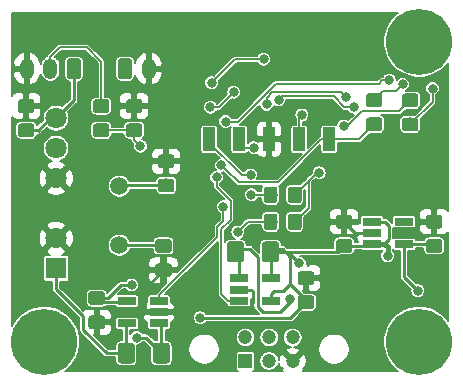
<source format=gbl>
G04 #@! TF.GenerationSoftware,KiCad,Pcbnew,5.1.0*
G04 #@! TF.CreationDate,2019-04-18T22:06:34-04:00*
G04 #@! TF.ProjectId,sensors,73656e73-6f72-4732-9e6b-696361645f70,rev?*
G04 #@! TF.SameCoordinates,Original*
G04 #@! TF.FileFunction,Copper,L2,Bot*
G04 #@! TF.FilePolarity,Positive*
%FSLAX46Y46*%
G04 Gerber Fmt 4.6, Leading zero omitted, Abs format (unit mm)*
G04 Created by KiCad (PCBNEW 5.1.0) date 2019-04-18 22:06:34*
%MOMM*%
%LPD*%
G04 APERTURE LIST*
%ADD10C,0.100000*%
%ADD11C,1.200000*%
%ADD12O,1.200000X1.750000*%
%ADD13C,1.500000*%
%ADD14R,1.000000X2.000000*%
%ADD15C,1.150000*%
%ADD16C,5.600000*%
%ADD17R,1.200000X1.200000*%
%ADD18C,1.425000*%
%ADD19R,1.560000X0.650000*%
%ADD20R,1.800000X1.800000*%
%ADD21C,1.800000*%
%ADD22C,0.800000*%
%ADD23C,0.250000*%
%ADD24C,0.254000*%
%ADD25C,0.152400*%
%ADD26C,0.381000*%
G04 APERTURE END LIST*
D10*
G36*
X137407505Y-67452204D02*
G01*
X137431773Y-67455804D01*
X137455572Y-67461765D01*
X137478671Y-67470030D01*
X137500850Y-67480520D01*
X137521893Y-67493132D01*
X137541599Y-67507747D01*
X137559777Y-67524223D01*
X137576253Y-67542401D01*
X137590868Y-67562107D01*
X137603480Y-67583150D01*
X137613970Y-67605329D01*
X137622235Y-67628428D01*
X137628196Y-67652227D01*
X137631796Y-67676495D01*
X137633000Y-67700999D01*
X137633000Y-68951001D01*
X137631796Y-68975505D01*
X137628196Y-68999773D01*
X137622235Y-69023572D01*
X137613970Y-69046671D01*
X137603480Y-69068850D01*
X137590868Y-69089893D01*
X137576253Y-69109599D01*
X137559777Y-69127777D01*
X137541599Y-69144253D01*
X137521893Y-69158868D01*
X137500850Y-69171480D01*
X137478671Y-69181970D01*
X137455572Y-69190235D01*
X137431773Y-69196196D01*
X137407505Y-69199796D01*
X137383001Y-69201000D01*
X136682999Y-69201000D01*
X136658495Y-69199796D01*
X136634227Y-69196196D01*
X136610428Y-69190235D01*
X136587329Y-69181970D01*
X136565150Y-69171480D01*
X136544107Y-69158868D01*
X136524401Y-69144253D01*
X136506223Y-69127777D01*
X136489747Y-69109599D01*
X136475132Y-69089893D01*
X136462520Y-69068850D01*
X136452030Y-69046671D01*
X136443765Y-69023572D01*
X136437804Y-68999773D01*
X136434204Y-68975505D01*
X136433000Y-68951001D01*
X136433000Y-67700999D01*
X136434204Y-67676495D01*
X136437804Y-67652227D01*
X136443765Y-67628428D01*
X136452030Y-67605329D01*
X136462520Y-67583150D01*
X136475132Y-67562107D01*
X136489747Y-67542401D01*
X136506223Y-67524223D01*
X136524401Y-67507747D01*
X136544107Y-67493132D01*
X136565150Y-67480520D01*
X136587329Y-67470030D01*
X136610428Y-67461765D01*
X136634227Y-67455804D01*
X136658495Y-67452204D01*
X136682999Y-67451000D01*
X137383001Y-67451000D01*
X137407505Y-67452204D01*
X137407505Y-67452204D01*
G37*
D11*
X137033000Y-68326000D03*
D12*
X139033000Y-68326000D03*
D13*
X136550400Y-78261200D03*
X136550400Y-83261200D03*
D14*
X154305000Y-74295000D03*
X151765000Y-74295000D03*
X149225000Y-74295000D03*
X146685000Y-74295000D03*
X144145000Y-74295000D03*
D10*
G36*
X161637505Y-70419204D02*
G01*
X161661773Y-70422804D01*
X161685572Y-70428765D01*
X161708671Y-70437030D01*
X161730850Y-70447520D01*
X161751893Y-70460132D01*
X161771599Y-70474747D01*
X161789777Y-70491223D01*
X161806253Y-70509401D01*
X161820868Y-70529107D01*
X161833480Y-70550150D01*
X161843970Y-70572329D01*
X161852235Y-70595428D01*
X161858196Y-70619227D01*
X161861796Y-70643495D01*
X161863000Y-70667999D01*
X161863000Y-71318001D01*
X161861796Y-71342505D01*
X161858196Y-71366773D01*
X161852235Y-71390572D01*
X161843970Y-71413671D01*
X161833480Y-71435850D01*
X161820868Y-71456893D01*
X161806253Y-71476599D01*
X161789777Y-71494777D01*
X161771599Y-71511253D01*
X161751893Y-71525868D01*
X161730850Y-71538480D01*
X161708671Y-71548970D01*
X161685572Y-71557235D01*
X161661773Y-71563196D01*
X161637505Y-71566796D01*
X161613001Y-71568000D01*
X160712999Y-71568000D01*
X160688495Y-71566796D01*
X160664227Y-71563196D01*
X160640428Y-71557235D01*
X160617329Y-71548970D01*
X160595150Y-71538480D01*
X160574107Y-71525868D01*
X160554401Y-71511253D01*
X160536223Y-71494777D01*
X160519747Y-71476599D01*
X160505132Y-71456893D01*
X160492520Y-71435850D01*
X160482030Y-71413671D01*
X160473765Y-71390572D01*
X160467804Y-71366773D01*
X160464204Y-71342505D01*
X160463000Y-71318001D01*
X160463000Y-70667999D01*
X160464204Y-70643495D01*
X160467804Y-70619227D01*
X160473765Y-70595428D01*
X160482030Y-70572329D01*
X160492520Y-70550150D01*
X160505132Y-70529107D01*
X160519747Y-70509401D01*
X160536223Y-70491223D01*
X160554401Y-70474747D01*
X160574107Y-70460132D01*
X160595150Y-70447520D01*
X160617329Y-70437030D01*
X160640428Y-70428765D01*
X160664227Y-70422804D01*
X160688495Y-70419204D01*
X160712999Y-70418000D01*
X161613001Y-70418000D01*
X161637505Y-70419204D01*
X161637505Y-70419204D01*
G37*
D15*
X161163000Y-70993000D03*
D10*
G36*
X161637505Y-72469204D02*
G01*
X161661773Y-72472804D01*
X161685572Y-72478765D01*
X161708671Y-72487030D01*
X161730850Y-72497520D01*
X161751893Y-72510132D01*
X161771599Y-72524747D01*
X161789777Y-72541223D01*
X161806253Y-72559401D01*
X161820868Y-72579107D01*
X161833480Y-72600150D01*
X161843970Y-72622329D01*
X161852235Y-72645428D01*
X161858196Y-72669227D01*
X161861796Y-72693495D01*
X161863000Y-72717999D01*
X161863000Y-73368001D01*
X161861796Y-73392505D01*
X161858196Y-73416773D01*
X161852235Y-73440572D01*
X161843970Y-73463671D01*
X161833480Y-73485850D01*
X161820868Y-73506893D01*
X161806253Y-73526599D01*
X161789777Y-73544777D01*
X161771599Y-73561253D01*
X161751893Y-73575868D01*
X161730850Y-73588480D01*
X161708671Y-73598970D01*
X161685572Y-73607235D01*
X161661773Y-73613196D01*
X161637505Y-73616796D01*
X161613001Y-73618000D01*
X160712999Y-73618000D01*
X160688495Y-73616796D01*
X160664227Y-73613196D01*
X160640428Y-73607235D01*
X160617329Y-73598970D01*
X160595150Y-73588480D01*
X160574107Y-73575868D01*
X160554401Y-73561253D01*
X160536223Y-73544777D01*
X160519747Y-73526599D01*
X160505132Y-73506893D01*
X160492520Y-73485850D01*
X160482030Y-73463671D01*
X160473765Y-73440572D01*
X160467804Y-73416773D01*
X160464204Y-73392505D01*
X160463000Y-73368001D01*
X160463000Y-72717999D01*
X160464204Y-72693495D01*
X160467804Y-72669227D01*
X160473765Y-72645428D01*
X160482030Y-72622329D01*
X160492520Y-72600150D01*
X160505132Y-72579107D01*
X160519747Y-72559401D01*
X160536223Y-72541223D01*
X160554401Y-72524747D01*
X160574107Y-72510132D01*
X160595150Y-72497520D01*
X160617329Y-72487030D01*
X160640428Y-72478765D01*
X160664227Y-72472804D01*
X160688495Y-72469204D01*
X160712999Y-72468000D01*
X161613001Y-72468000D01*
X161637505Y-72469204D01*
X161637505Y-72469204D01*
G37*
D15*
X161163000Y-73043000D03*
D16*
X130175000Y-91440000D03*
X161925000Y-91440000D03*
X161925000Y-66040000D03*
D10*
G36*
X152823705Y-87513404D02*
G01*
X152847973Y-87517004D01*
X152871772Y-87522965D01*
X152894871Y-87531230D01*
X152917050Y-87541720D01*
X152938093Y-87554332D01*
X152957799Y-87568947D01*
X152975977Y-87585423D01*
X152992453Y-87603601D01*
X153007068Y-87623307D01*
X153019680Y-87644350D01*
X153030170Y-87666529D01*
X153038435Y-87689628D01*
X153044396Y-87713427D01*
X153047996Y-87737695D01*
X153049200Y-87762199D01*
X153049200Y-88412201D01*
X153047996Y-88436705D01*
X153044396Y-88460973D01*
X153038435Y-88484772D01*
X153030170Y-88507871D01*
X153019680Y-88530050D01*
X153007068Y-88551093D01*
X152992453Y-88570799D01*
X152975977Y-88588977D01*
X152957799Y-88605453D01*
X152938093Y-88620068D01*
X152917050Y-88632680D01*
X152894871Y-88643170D01*
X152871772Y-88651435D01*
X152847973Y-88657396D01*
X152823705Y-88660996D01*
X152799201Y-88662200D01*
X151899199Y-88662200D01*
X151874695Y-88660996D01*
X151850427Y-88657396D01*
X151826628Y-88651435D01*
X151803529Y-88643170D01*
X151781350Y-88632680D01*
X151760307Y-88620068D01*
X151740601Y-88605453D01*
X151722423Y-88588977D01*
X151705947Y-88570799D01*
X151691332Y-88551093D01*
X151678720Y-88530050D01*
X151668230Y-88507871D01*
X151659965Y-88484772D01*
X151654004Y-88460973D01*
X151650404Y-88436705D01*
X151649200Y-88412201D01*
X151649200Y-87762199D01*
X151650404Y-87737695D01*
X151654004Y-87713427D01*
X151659965Y-87689628D01*
X151668230Y-87666529D01*
X151678720Y-87644350D01*
X151691332Y-87623307D01*
X151705947Y-87603601D01*
X151722423Y-87585423D01*
X151740601Y-87568947D01*
X151760307Y-87554332D01*
X151781350Y-87541720D01*
X151803529Y-87531230D01*
X151826628Y-87522965D01*
X151850427Y-87517004D01*
X151874695Y-87513404D01*
X151899199Y-87512200D01*
X152799201Y-87512200D01*
X152823705Y-87513404D01*
X152823705Y-87513404D01*
G37*
D15*
X152349200Y-88087200D03*
D10*
G36*
X152823705Y-85463404D02*
G01*
X152847973Y-85467004D01*
X152871772Y-85472965D01*
X152894871Y-85481230D01*
X152917050Y-85491720D01*
X152938093Y-85504332D01*
X152957799Y-85518947D01*
X152975977Y-85535423D01*
X152992453Y-85553601D01*
X153007068Y-85573307D01*
X153019680Y-85594350D01*
X153030170Y-85616529D01*
X153038435Y-85639628D01*
X153044396Y-85663427D01*
X153047996Y-85687695D01*
X153049200Y-85712199D01*
X153049200Y-86362201D01*
X153047996Y-86386705D01*
X153044396Y-86410973D01*
X153038435Y-86434772D01*
X153030170Y-86457871D01*
X153019680Y-86480050D01*
X153007068Y-86501093D01*
X152992453Y-86520799D01*
X152975977Y-86538977D01*
X152957799Y-86555453D01*
X152938093Y-86570068D01*
X152917050Y-86582680D01*
X152894871Y-86593170D01*
X152871772Y-86601435D01*
X152847973Y-86607396D01*
X152823705Y-86610996D01*
X152799201Y-86612200D01*
X151899199Y-86612200D01*
X151874695Y-86610996D01*
X151850427Y-86607396D01*
X151826628Y-86601435D01*
X151803529Y-86593170D01*
X151781350Y-86582680D01*
X151760307Y-86570068D01*
X151740601Y-86555453D01*
X151722423Y-86538977D01*
X151705947Y-86520799D01*
X151691332Y-86501093D01*
X151678720Y-86480050D01*
X151668230Y-86457871D01*
X151659965Y-86434772D01*
X151654004Y-86410973D01*
X151650404Y-86386705D01*
X151649200Y-86362201D01*
X151649200Y-85712199D01*
X151650404Y-85687695D01*
X151654004Y-85663427D01*
X151659965Y-85639628D01*
X151668230Y-85616529D01*
X151678720Y-85594350D01*
X151691332Y-85573307D01*
X151705947Y-85553601D01*
X151722423Y-85535423D01*
X151740601Y-85518947D01*
X151760307Y-85504332D01*
X151781350Y-85491720D01*
X151803529Y-85481230D01*
X151826628Y-85472965D01*
X151850427Y-85467004D01*
X151874695Y-85463404D01*
X151899199Y-85462200D01*
X152799201Y-85462200D01*
X152823705Y-85463404D01*
X152823705Y-85463404D01*
G37*
D15*
X152349200Y-86037200D03*
D10*
G36*
X140987305Y-77632804D02*
G01*
X141011573Y-77636404D01*
X141035372Y-77642365D01*
X141058471Y-77650630D01*
X141080650Y-77661120D01*
X141101693Y-77673732D01*
X141121399Y-77688347D01*
X141139577Y-77704823D01*
X141156053Y-77723001D01*
X141170668Y-77742707D01*
X141183280Y-77763750D01*
X141193770Y-77785929D01*
X141202035Y-77809028D01*
X141207996Y-77832827D01*
X141211596Y-77857095D01*
X141212800Y-77881599D01*
X141212800Y-78531601D01*
X141211596Y-78556105D01*
X141207996Y-78580373D01*
X141202035Y-78604172D01*
X141193770Y-78627271D01*
X141183280Y-78649450D01*
X141170668Y-78670493D01*
X141156053Y-78690199D01*
X141139577Y-78708377D01*
X141121399Y-78724853D01*
X141101693Y-78739468D01*
X141080650Y-78752080D01*
X141058471Y-78762570D01*
X141035372Y-78770835D01*
X141011573Y-78776796D01*
X140987305Y-78780396D01*
X140962801Y-78781600D01*
X140062799Y-78781600D01*
X140038295Y-78780396D01*
X140014027Y-78776796D01*
X139990228Y-78770835D01*
X139967129Y-78762570D01*
X139944950Y-78752080D01*
X139923907Y-78739468D01*
X139904201Y-78724853D01*
X139886023Y-78708377D01*
X139869547Y-78690199D01*
X139854932Y-78670493D01*
X139842320Y-78649450D01*
X139831830Y-78627271D01*
X139823565Y-78604172D01*
X139817604Y-78580373D01*
X139814004Y-78556105D01*
X139812800Y-78531601D01*
X139812800Y-77881599D01*
X139814004Y-77857095D01*
X139817604Y-77832827D01*
X139823565Y-77809028D01*
X139831830Y-77785929D01*
X139842320Y-77763750D01*
X139854932Y-77742707D01*
X139869547Y-77723001D01*
X139886023Y-77704823D01*
X139904201Y-77688347D01*
X139923907Y-77673732D01*
X139944950Y-77661120D01*
X139967129Y-77650630D01*
X139990228Y-77642365D01*
X140014027Y-77636404D01*
X140038295Y-77632804D01*
X140062799Y-77631600D01*
X140962801Y-77631600D01*
X140987305Y-77632804D01*
X140987305Y-77632804D01*
G37*
D15*
X140512800Y-78206600D03*
D10*
G36*
X140987305Y-75582804D02*
G01*
X141011573Y-75586404D01*
X141035372Y-75592365D01*
X141058471Y-75600630D01*
X141080650Y-75611120D01*
X141101693Y-75623732D01*
X141121399Y-75638347D01*
X141139577Y-75654823D01*
X141156053Y-75673001D01*
X141170668Y-75692707D01*
X141183280Y-75713750D01*
X141193770Y-75735929D01*
X141202035Y-75759028D01*
X141207996Y-75782827D01*
X141211596Y-75807095D01*
X141212800Y-75831599D01*
X141212800Y-76481601D01*
X141211596Y-76506105D01*
X141207996Y-76530373D01*
X141202035Y-76554172D01*
X141193770Y-76577271D01*
X141183280Y-76599450D01*
X141170668Y-76620493D01*
X141156053Y-76640199D01*
X141139577Y-76658377D01*
X141121399Y-76674853D01*
X141101693Y-76689468D01*
X141080650Y-76702080D01*
X141058471Y-76712570D01*
X141035372Y-76720835D01*
X141011573Y-76726796D01*
X140987305Y-76730396D01*
X140962801Y-76731600D01*
X140062799Y-76731600D01*
X140038295Y-76730396D01*
X140014027Y-76726796D01*
X139990228Y-76720835D01*
X139967129Y-76712570D01*
X139944950Y-76702080D01*
X139923907Y-76689468D01*
X139904201Y-76674853D01*
X139886023Y-76658377D01*
X139869547Y-76640199D01*
X139854932Y-76620493D01*
X139842320Y-76599450D01*
X139831830Y-76577271D01*
X139823565Y-76554172D01*
X139817604Y-76530373D01*
X139814004Y-76506105D01*
X139812800Y-76481601D01*
X139812800Y-75831599D01*
X139814004Y-75807095D01*
X139817604Y-75782827D01*
X139823565Y-75759028D01*
X139831830Y-75735929D01*
X139842320Y-75713750D01*
X139854932Y-75692707D01*
X139869547Y-75673001D01*
X139886023Y-75654823D01*
X139904201Y-75638347D01*
X139923907Y-75623732D01*
X139944950Y-75611120D01*
X139967129Y-75600630D01*
X139990228Y-75592365D01*
X140014027Y-75586404D01*
X140038295Y-75582804D01*
X140062799Y-75581600D01*
X140962801Y-75581600D01*
X140987305Y-75582804D01*
X140987305Y-75582804D01*
G37*
D15*
X140512800Y-76156600D03*
D10*
G36*
X140758705Y-84804604D02*
G01*
X140782973Y-84808204D01*
X140806772Y-84814165D01*
X140829871Y-84822430D01*
X140852050Y-84832920D01*
X140873093Y-84845532D01*
X140892799Y-84860147D01*
X140910977Y-84876623D01*
X140927453Y-84894801D01*
X140942068Y-84914507D01*
X140954680Y-84935550D01*
X140965170Y-84957729D01*
X140973435Y-84980828D01*
X140979396Y-85004627D01*
X140982996Y-85028895D01*
X140984200Y-85053399D01*
X140984200Y-85703401D01*
X140982996Y-85727905D01*
X140979396Y-85752173D01*
X140973435Y-85775972D01*
X140965170Y-85799071D01*
X140954680Y-85821250D01*
X140942068Y-85842293D01*
X140927453Y-85861999D01*
X140910977Y-85880177D01*
X140892799Y-85896653D01*
X140873093Y-85911268D01*
X140852050Y-85923880D01*
X140829871Y-85934370D01*
X140806772Y-85942635D01*
X140782973Y-85948596D01*
X140758705Y-85952196D01*
X140734201Y-85953400D01*
X139834199Y-85953400D01*
X139809695Y-85952196D01*
X139785427Y-85948596D01*
X139761628Y-85942635D01*
X139738529Y-85934370D01*
X139716350Y-85923880D01*
X139695307Y-85911268D01*
X139675601Y-85896653D01*
X139657423Y-85880177D01*
X139640947Y-85861999D01*
X139626332Y-85842293D01*
X139613720Y-85821250D01*
X139603230Y-85799071D01*
X139594965Y-85775972D01*
X139589004Y-85752173D01*
X139585404Y-85727905D01*
X139584200Y-85703401D01*
X139584200Y-85053399D01*
X139585404Y-85028895D01*
X139589004Y-85004627D01*
X139594965Y-84980828D01*
X139603230Y-84957729D01*
X139613720Y-84935550D01*
X139626332Y-84914507D01*
X139640947Y-84894801D01*
X139657423Y-84876623D01*
X139675601Y-84860147D01*
X139695307Y-84845532D01*
X139716350Y-84832920D01*
X139738529Y-84822430D01*
X139761628Y-84814165D01*
X139785427Y-84808204D01*
X139809695Y-84804604D01*
X139834199Y-84803400D01*
X140734201Y-84803400D01*
X140758705Y-84804604D01*
X140758705Y-84804604D01*
G37*
D15*
X140284200Y-85378400D03*
D10*
G36*
X140758705Y-82754604D02*
G01*
X140782973Y-82758204D01*
X140806772Y-82764165D01*
X140829871Y-82772430D01*
X140852050Y-82782920D01*
X140873093Y-82795532D01*
X140892799Y-82810147D01*
X140910977Y-82826623D01*
X140927453Y-82844801D01*
X140942068Y-82864507D01*
X140954680Y-82885550D01*
X140965170Y-82907729D01*
X140973435Y-82930828D01*
X140979396Y-82954627D01*
X140982996Y-82978895D01*
X140984200Y-83003399D01*
X140984200Y-83653401D01*
X140982996Y-83677905D01*
X140979396Y-83702173D01*
X140973435Y-83725972D01*
X140965170Y-83749071D01*
X140954680Y-83771250D01*
X140942068Y-83792293D01*
X140927453Y-83811999D01*
X140910977Y-83830177D01*
X140892799Y-83846653D01*
X140873093Y-83861268D01*
X140852050Y-83873880D01*
X140829871Y-83884370D01*
X140806772Y-83892635D01*
X140782973Y-83898596D01*
X140758705Y-83902196D01*
X140734201Y-83903400D01*
X139834199Y-83903400D01*
X139809695Y-83902196D01*
X139785427Y-83898596D01*
X139761628Y-83892635D01*
X139738529Y-83884370D01*
X139716350Y-83873880D01*
X139695307Y-83861268D01*
X139675601Y-83846653D01*
X139657423Y-83830177D01*
X139640947Y-83811999D01*
X139626332Y-83792293D01*
X139613720Y-83771250D01*
X139603230Y-83749071D01*
X139594965Y-83725972D01*
X139589004Y-83702173D01*
X139585404Y-83677905D01*
X139584200Y-83653401D01*
X139584200Y-83003399D01*
X139585404Y-82978895D01*
X139589004Y-82954627D01*
X139594965Y-82930828D01*
X139603230Y-82907729D01*
X139613720Y-82885550D01*
X139626332Y-82864507D01*
X139640947Y-82844801D01*
X139657423Y-82826623D01*
X139675601Y-82810147D01*
X139695307Y-82795532D01*
X139716350Y-82782920D01*
X139738529Y-82772430D01*
X139761628Y-82764165D01*
X139785427Y-82758204D01*
X139809695Y-82754604D01*
X139834199Y-82753400D01*
X140734201Y-82753400D01*
X140758705Y-82754604D01*
X140758705Y-82754604D01*
G37*
D15*
X140284200Y-83328400D03*
D10*
G36*
X156049505Y-80706204D02*
G01*
X156073773Y-80709804D01*
X156097572Y-80715765D01*
X156120671Y-80724030D01*
X156142850Y-80734520D01*
X156163893Y-80747132D01*
X156183599Y-80761747D01*
X156201777Y-80778223D01*
X156218253Y-80796401D01*
X156232868Y-80816107D01*
X156245480Y-80837150D01*
X156255970Y-80859329D01*
X156264235Y-80882428D01*
X156270196Y-80906227D01*
X156273796Y-80930495D01*
X156275000Y-80954999D01*
X156275000Y-81605001D01*
X156273796Y-81629505D01*
X156270196Y-81653773D01*
X156264235Y-81677572D01*
X156255970Y-81700671D01*
X156245480Y-81722850D01*
X156232868Y-81743893D01*
X156218253Y-81763599D01*
X156201777Y-81781777D01*
X156183599Y-81798253D01*
X156163893Y-81812868D01*
X156142850Y-81825480D01*
X156120671Y-81835970D01*
X156097572Y-81844235D01*
X156073773Y-81850196D01*
X156049505Y-81853796D01*
X156025001Y-81855000D01*
X155124999Y-81855000D01*
X155100495Y-81853796D01*
X155076227Y-81850196D01*
X155052428Y-81844235D01*
X155029329Y-81835970D01*
X155007150Y-81825480D01*
X154986107Y-81812868D01*
X154966401Y-81798253D01*
X154948223Y-81781777D01*
X154931747Y-81763599D01*
X154917132Y-81743893D01*
X154904520Y-81722850D01*
X154894030Y-81700671D01*
X154885765Y-81677572D01*
X154879804Y-81653773D01*
X154876204Y-81629505D01*
X154875000Y-81605001D01*
X154875000Y-80954999D01*
X154876204Y-80930495D01*
X154879804Y-80906227D01*
X154885765Y-80882428D01*
X154894030Y-80859329D01*
X154904520Y-80837150D01*
X154917132Y-80816107D01*
X154931747Y-80796401D01*
X154948223Y-80778223D01*
X154966401Y-80761747D01*
X154986107Y-80747132D01*
X155007150Y-80734520D01*
X155029329Y-80724030D01*
X155052428Y-80715765D01*
X155076227Y-80709804D01*
X155100495Y-80706204D01*
X155124999Y-80705000D01*
X156025001Y-80705000D01*
X156049505Y-80706204D01*
X156049505Y-80706204D01*
G37*
D15*
X155575000Y-81280000D03*
D10*
G36*
X156049505Y-82756204D02*
G01*
X156073773Y-82759804D01*
X156097572Y-82765765D01*
X156120671Y-82774030D01*
X156142850Y-82784520D01*
X156163893Y-82797132D01*
X156183599Y-82811747D01*
X156201777Y-82828223D01*
X156218253Y-82846401D01*
X156232868Y-82866107D01*
X156245480Y-82887150D01*
X156255970Y-82909329D01*
X156264235Y-82932428D01*
X156270196Y-82956227D01*
X156273796Y-82980495D01*
X156275000Y-83004999D01*
X156275000Y-83655001D01*
X156273796Y-83679505D01*
X156270196Y-83703773D01*
X156264235Y-83727572D01*
X156255970Y-83750671D01*
X156245480Y-83772850D01*
X156232868Y-83793893D01*
X156218253Y-83813599D01*
X156201777Y-83831777D01*
X156183599Y-83848253D01*
X156163893Y-83862868D01*
X156142850Y-83875480D01*
X156120671Y-83885970D01*
X156097572Y-83894235D01*
X156073773Y-83900196D01*
X156049505Y-83903796D01*
X156025001Y-83905000D01*
X155124999Y-83905000D01*
X155100495Y-83903796D01*
X155076227Y-83900196D01*
X155052428Y-83894235D01*
X155029329Y-83885970D01*
X155007150Y-83875480D01*
X154986107Y-83862868D01*
X154966401Y-83848253D01*
X154948223Y-83831777D01*
X154931747Y-83813599D01*
X154917132Y-83793893D01*
X154904520Y-83772850D01*
X154894030Y-83750671D01*
X154885765Y-83727572D01*
X154879804Y-83703773D01*
X154876204Y-83679505D01*
X154875000Y-83655001D01*
X154875000Y-83004999D01*
X154876204Y-82980495D01*
X154879804Y-82956227D01*
X154885765Y-82932428D01*
X154894030Y-82909329D01*
X154904520Y-82887150D01*
X154917132Y-82866107D01*
X154931747Y-82846401D01*
X154948223Y-82828223D01*
X154966401Y-82811747D01*
X154986107Y-82797132D01*
X155007150Y-82784520D01*
X155029329Y-82774030D01*
X155052428Y-82765765D01*
X155076227Y-82759804D01*
X155100495Y-82756204D01*
X155124999Y-82755000D01*
X156025001Y-82755000D01*
X156049505Y-82756204D01*
X156049505Y-82756204D01*
G37*
D15*
X155575000Y-83330000D03*
D10*
G36*
X163669505Y-82756204D02*
G01*
X163693773Y-82759804D01*
X163717572Y-82765765D01*
X163740671Y-82774030D01*
X163762850Y-82784520D01*
X163783893Y-82797132D01*
X163803599Y-82811747D01*
X163821777Y-82828223D01*
X163838253Y-82846401D01*
X163852868Y-82866107D01*
X163865480Y-82887150D01*
X163875970Y-82909329D01*
X163884235Y-82932428D01*
X163890196Y-82956227D01*
X163893796Y-82980495D01*
X163895000Y-83004999D01*
X163895000Y-83655001D01*
X163893796Y-83679505D01*
X163890196Y-83703773D01*
X163884235Y-83727572D01*
X163875970Y-83750671D01*
X163865480Y-83772850D01*
X163852868Y-83793893D01*
X163838253Y-83813599D01*
X163821777Y-83831777D01*
X163803599Y-83848253D01*
X163783893Y-83862868D01*
X163762850Y-83875480D01*
X163740671Y-83885970D01*
X163717572Y-83894235D01*
X163693773Y-83900196D01*
X163669505Y-83903796D01*
X163645001Y-83905000D01*
X162744999Y-83905000D01*
X162720495Y-83903796D01*
X162696227Y-83900196D01*
X162672428Y-83894235D01*
X162649329Y-83885970D01*
X162627150Y-83875480D01*
X162606107Y-83862868D01*
X162586401Y-83848253D01*
X162568223Y-83831777D01*
X162551747Y-83813599D01*
X162537132Y-83793893D01*
X162524520Y-83772850D01*
X162514030Y-83750671D01*
X162505765Y-83727572D01*
X162499804Y-83703773D01*
X162496204Y-83679505D01*
X162495000Y-83655001D01*
X162495000Y-83004999D01*
X162496204Y-82980495D01*
X162499804Y-82956227D01*
X162505765Y-82932428D01*
X162514030Y-82909329D01*
X162524520Y-82887150D01*
X162537132Y-82866107D01*
X162551747Y-82846401D01*
X162568223Y-82828223D01*
X162586401Y-82811747D01*
X162606107Y-82797132D01*
X162627150Y-82784520D01*
X162649329Y-82774030D01*
X162672428Y-82765765D01*
X162696227Y-82759804D01*
X162720495Y-82756204D01*
X162744999Y-82755000D01*
X163645001Y-82755000D01*
X163669505Y-82756204D01*
X163669505Y-82756204D01*
G37*
D15*
X163195000Y-83330000D03*
D10*
G36*
X163669505Y-80706204D02*
G01*
X163693773Y-80709804D01*
X163717572Y-80715765D01*
X163740671Y-80724030D01*
X163762850Y-80734520D01*
X163783893Y-80747132D01*
X163803599Y-80761747D01*
X163821777Y-80778223D01*
X163838253Y-80796401D01*
X163852868Y-80816107D01*
X163865480Y-80837150D01*
X163875970Y-80859329D01*
X163884235Y-80882428D01*
X163890196Y-80906227D01*
X163893796Y-80930495D01*
X163895000Y-80954999D01*
X163895000Y-81605001D01*
X163893796Y-81629505D01*
X163890196Y-81653773D01*
X163884235Y-81677572D01*
X163875970Y-81700671D01*
X163865480Y-81722850D01*
X163852868Y-81743893D01*
X163838253Y-81763599D01*
X163821777Y-81781777D01*
X163803599Y-81798253D01*
X163783893Y-81812868D01*
X163762850Y-81825480D01*
X163740671Y-81835970D01*
X163717572Y-81844235D01*
X163693773Y-81850196D01*
X163669505Y-81853796D01*
X163645001Y-81855000D01*
X162744999Y-81855000D01*
X162720495Y-81853796D01*
X162696227Y-81850196D01*
X162672428Y-81844235D01*
X162649329Y-81835970D01*
X162627150Y-81825480D01*
X162606107Y-81812868D01*
X162586401Y-81798253D01*
X162568223Y-81781777D01*
X162551747Y-81763599D01*
X162537132Y-81743893D01*
X162524520Y-81722850D01*
X162514030Y-81700671D01*
X162505765Y-81677572D01*
X162499804Y-81653773D01*
X162496204Y-81629505D01*
X162495000Y-81605001D01*
X162495000Y-80954999D01*
X162496204Y-80930495D01*
X162499804Y-80906227D01*
X162505765Y-80882428D01*
X162514030Y-80859329D01*
X162524520Y-80837150D01*
X162537132Y-80816107D01*
X162551747Y-80796401D01*
X162568223Y-80778223D01*
X162586401Y-80761747D01*
X162606107Y-80747132D01*
X162627150Y-80734520D01*
X162649329Y-80724030D01*
X162672428Y-80715765D01*
X162696227Y-80709804D01*
X162720495Y-80706204D01*
X162744999Y-80705000D01*
X163645001Y-80705000D01*
X163669505Y-80706204D01*
X163669505Y-80706204D01*
G37*
D15*
X163195000Y-81280000D03*
D11*
X149225000Y-93075000D03*
D17*
X147225000Y-93075000D03*
D11*
X151225000Y-93075000D03*
X151225000Y-91075000D03*
X149225000Y-91075000D03*
X147225000Y-91075000D03*
D10*
G36*
X149839004Y-82946204D02*
G01*
X149863273Y-82949804D01*
X149887071Y-82955765D01*
X149910171Y-82964030D01*
X149932349Y-82974520D01*
X149953393Y-82987133D01*
X149973098Y-83001747D01*
X149991277Y-83018223D01*
X150007753Y-83036402D01*
X150022367Y-83056107D01*
X150034980Y-83077151D01*
X150045470Y-83099329D01*
X150053735Y-83122429D01*
X150059696Y-83146227D01*
X150063296Y-83170496D01*
X150064500Y-83195000D01*
X150064500Y-84445000D01*
X150063296Y-84469504D01*
X150059696Y-84493773D01*
X150053735Y-84517571D01*
X150045470Y-84540671D01*
X150034980Y-84562849D01*
X150022367Y-84583893D01*
X150007753Y-84603598D01*
X149991277Y-84621777D01*
X149973098Y-84638253D01*
X149953393Y-84652867D01*
X149932349Y-84665480D01*
X149910171Y-84675970D01*
X149887071Y-84684235D01*
X149863273Y-84690196D01*
X149839004Y-84693796D01*
X149814500Y-84695000D01*
X148889500Y-84695000D01*
X148864996Y-84693796D01*
X148840727Y-84690196D01*
X148816929Y-84684235D01*
X148793829Y-84675970D01*
X148771651Y-84665480D01*
X148750607Y-84652867D01*
X148730902Y-84638253D01*
X148712723Y-84621777D01*
X148696247Y-84603598D01*
X148681633Y-84583893D01*
X148669020Y-84562849D01*
X148658530Y-84540671D01*
X148650265Y-84517571D01*
X148644304Y-84493773D01*
X148640704Y-84469504D01*
X148639500Y-84445000D01*
X148639500Y-83195000D01*
X148640704Y-83170496D01*
X148644304Y-83146227D01*
X148650265Y-83122429D01*
X148658530Y-83099329D01*
X148669020Y-83077151D01*
X148681633Y-83056107D01*
X148696247Y-83036402D01*
X148712723Y-83018223D01*
X148730902Y-83001747D01*
X148750607Y-82987133D01*
X148771651Y-82974520D01*
X148793829Y-82964030D01*
X148816929Y-82955765D01*
X148840727Y-82949804D01*
X148864996Y-82946204D01*
X148889500Y-82945000D01*
X149814500Y-82945000D01*
X149839004Y-82946204D01*
X149839004Y-82946204D01*
G37*
D18*
X149352000Y-83820000D03*
D10*
G36*
X146864004Y-82946204D02*
G01*
X146888273Y-82949804D01*
X146912071Y-82955765D01*
X146935171Y-82964030D01*
X146957349Y-82974520D01*
X146978393Y-82987133D01*
X146998098Y-83001747D01*
X147016277Y-83018223D01*
X147032753Y-83036402D01*
X147047367Y-83056107D01*
X147059980Y-83077151D01*
X147070470Y-83099329D01*
X147078735Y-83122429D01*
X147084696Y-83146227D01*
X147088296Y-83170496D01*
X147089500Y-83195000D01*
X147089500Y-84445000D01*
X147088296Y-84469504D01*
X147084696Y-84493773D01*
X147078735Y-84517571D01*
X147070470Y-84540671D01*
X147059980Y-84562849D01*
X147047367Y-84583893D01*
X147032753Y-84603598D01*
X147016277Y-84621777D01*
X146998098Y-84638253D01*
X146978393Y-84652867D01*
X146957349Y-84665480D01*
X146935171Y-84675970D01*
X146912071Y-84684235D01*
X146888273Y-84690196D01*
X146864004Y-84693796D01*
X146839500Y-84695000D01*
X145914500Y-84695000D01*
X145889996Y-84693796D01*
X145865727Y-84690196D01*
X145841929Y-84684235D01*
X145818829Y-84675970D01*
X145796651Y-84665480D01*
X145775607Y-84652867D01*
X145755902Y-84638253D01*
X145737723Y-84621777D01*
X145721247Y-84603598D01*
X145706633Y-84583893D01*
X145694020Y-84562849D01*
X145683530Y-84540671D01*
X145675265Y-84517571D01*
X145669304Y-84493773D01*
X145665704Y-84469504D01*
X145664500Y-84445000D01*
X145664500Y-83195000D01*
X145665704Y-83170496D01*
X145669304Y-83146227D01*
X145675265Y-83122429D01*
X145683530Y-83099329D01*
X145694020Y-83077151D01*
X145706633Y-83056107D01*
X145721247Y-83036402D01*
X145737723Y-83018223D01*
X145755902Y-83001747D01*
X145775607Y-82987133D01*
X145796651Y-82974520D01*
X145818829Y-82964030D01*
X145841929Y-82955765D01*
X145865727Y-82949804D01*
X145889996Y-82946204D01*
X145914500Y-82945000D01*
X146839500Y-82945000D01*
X146864004Y-82946204D01*
X146864004Y-82946204D01*
G37*
D18*
X146377000Y-83820000D03*
D10*
G36*
X158589505Y-70401204D02*
G01*
X158613773Y-70404804D01*
X158637572Y-70410765D01*
X158660671Y-70419030D01*
X158682850Y-70429520D01*
X158703893Y-70442132D01*
X158723599Y-70456747D01*
X158741777Y-70473223D01*
X158758253Y-70491401D01*
X158772868Y-70511107D01*
X158785480Y-70532150D01*
X158795970Y-70554329D01*
X158804235Y-70577428D01*
X158810196Y-70601227D01*
X158813796Y-70625495D01*
X158815000Y-70649999D01*
X158815000Y-71300001D01*
X158813796Y-71324505D01*
X158810196Y-71348773D01*
X158804235Y-71372572D01*
X158795970Y-71395671D01*
X158785480Y-71417850D01*
X158772868Y-71438893D01*
X158758253Y-71458599D01*
X158741777Y-71476777D01*
X158723599Y-71493253D01*
X158703893Y-71507868D01*
X158682850Y-71520480D01*
X158660671Y-71530970D01*
X158637572Y-71539235D01*
X158613773Y-71545196D01*
X158589505Y-71548796D01*
X158565001Y-71550000D01*
X157664999Y-71550000D01*
X157640495Y-71548796D01*
X157616227Y-71545196D01*
X157592428Y-71539235D01*
X157569329Y-71530970D01*
X157547150Y-71520480D01*
X157526107Y-71507868D01*
X157506401Y-71493253D01*
X157488223Y-71476777D01*
X157471747Y-71458599D01*
X157457132Y-71438893D01*
X157444520Y-71417850D01*
X157434030Y-71395671D01*
X157425765Y-71372572D01*
X157419804Y-71348773D01*
X157416204Y-71324505D01*
X157415000Y-71300001D01*
X157415000Y-70649999D01*
X157416204Y-70625495D01*
X157419804Y-70601227D01*
X157425765Y-70577428D01*
X157434030Y-70554329D01*
X157444520Y-70532150D01*
X157457132Y-70511107D01*
X157471747Y-70491401D01*
X157488223Y-70473223D01*
X157506401Y-70456747D01*
X157526107Y-70442132D01*
X157547150Y-70429520D01*
X157569329Y-70419030D01*
X157592428Y-70410765D01*
X157616227Y-70404804D01*
X157640495Y-70401204D01*
X157664999Y-70400000D01*
X158565001Y-70400000D01*
X158589505Y-70401204D01*
X158589505Y-70401204D01*
G37*
D15*
X158115000Y-70975000D03*
D10*
G36*
X158589505Y-72451204D02*
G01*
X158613773Y-72454804D01*
X158637572Y-72460765D01*
X158660671Y-72469030D01*
X158682850Y-72479520D01*
X158703893Y-72492132D01*
X158723599Y-72506747D01*
X158741777Y-72523223D01*
X158758253Y-72541401D01*
X158772868Y-72561107D01*
X158785480Y-72582150D01*
X158795970Y-72604329D01*
X158804235Y-72627428D01*
X158810196Y-72651227D01*
X158813796Y-72675495D01*
X158815000Y-72699999D01*
X158815000Y-73350001D01*
X158813796Y-73374505D01*
X158810196Y-73398773D01*
X158804235Y-73422572D01*
X158795970Y-73445671D01*
X158785480Y-73467850D01*
X158772868Y-73488893D01*
X158758253Y-73508599D01*
X158741777Y-73526777D01*
X158723599Y-73543253D01*
X158703893Y-73557868D01*
X158682850Y-73570480D01*
X158660671Y-73580970D01*
X158637572Y-73589235D01*
X158613773Y-73595196D01*
X158589505Y-73598796D01*
X158565001Y-73600000D01*
X157664999Y-73600000D01*
X157640495Y-73598796D01*
X157616227Y-73595196D01*
X157592428Y-73589235D01*
X157569329Y-73580970D01*
X157547150Y-73570480D01*
X157526107Y-73557868D01*
X157506401Y-73543253D01*
X157488223Y-73526777D01*
X157471747Y-73508599D01*
X157457132Y-73488893D01*
X157444520Y-73467850D01*
X157434030Y-73445671D01*
X157425765Y-73422572D01*
X157419804Y-73398773D01*
X157416204Y-73374505D01*
X157415000Y-73350001D01*
X157415000Y-72699999D01*
X157416204Y-72675495D01*
X157419804Y-72651227D01*
X157425765Y-72627428D01*
X157434030Y-72604329D01*
X157444520Y-72582150D01*
X157457132Y-72561107D01*
X157471747Y-72541401D01*
X157488223Y-72523223D01*
X157506401Y-72506747D01*
X157526107Y-72492132D01*
X157547150Y-72479520D01*
X157569329Y-72469030D01*
X157592428Y-72460765D01*
X157616227Y-72454804D01*
X157640495Y-72451204D01*
X157664999Y-72450000D01*
X158565001Y-72450000D01*
X158589505Y-72451204D01*
X158589505Y-72451204D01*
G37*
D15*
X158115000Y-73025000D03*
D19*
X157955000Y-83180000D03*
X157955000Y-82230000D03*
X157955000Y-81280000D03*
X160655000Y-81280000D03*
X160655000Y-83180000D03*
X146659600Y-87970400D03*
X146659600Y-87020400D03*
X146659600Y-86070400D03*
X149359600Y-86070400D03*
X149359600Y-87970400D03*
D10*
G36*
X135094505Y-87165204D02*
G01*
X135118773Y-87168804D01*
X135142572Y-87174765D01*
X135165671Y-87183030D01*
X135187850Y-87193520D01*
X135208893Y-87206132D01*
X135228599Y-87220747D01*
X135246777Y-87237223D01*
X135263253Y-87255401D01*
X135277868Y-87275107D01*
X135290480Y-87296150D01*
X135300970Y-87318329D01*
X135309235Y-87341428D01*
X135315196Y-87365227D01*
X135318796Y-87389495D01*
X135320000Y-87413999D01*
X135320000Y-88064001D01*
X135318796Y-88088505D01*
X135315196Y-88112773D01*
X135309235Y-88136572D01*
X135300970Y-88159671D01*
X135290480Y-88181850D01*
X135277868Y-88202893D01*
X135263253Y-88222599D01*
X135246777Y-88240777D01*
X135228599Y-88257253D01*
X135208893Y-88271868D01*
X135187850Y-88284480D01*
X135165671Y-88294970D01*
X135142572Y-88303235D01*
X135118773Y-88309196D01*
X135094505Y-88312796D01*
X135070001Y-88314000D01*
X134169999Y-88314000D01*
X134145495Y-88312796D01*
X134121227Y-88309196D01*
X134097428Y-88303235D01*
X134074329Y-88294970D01*
X134052150Y-88284480D01*
X134031107Y-88271868D01*
X134011401Y-88257253D01*
X133993223Y-88240777D01*
X133976747Y-88222599D01*
X133962132Y-88202893D01*
X133949520Y-88181850D01*
X133939030Y-88159671D01*
X133930765Y-88136572D01*
X133924804Y-88112773D01*
X133921204Y-88088505D01*
X133920000Y-88064001D01*
X133920000Y-87413999D01*
X133921204Y-87389495D01*
X133924804Y-87365227D01*
X133930765Y-87341428D01*
X133939030Y-87318329D01*
X133949520Y-87296150D01*
X133962132Y-87275107D01*
X133976747Y-87255401D01*
X133993223Y-87237223D01*
X134011401Y-87220747D01*
X134031107Y-87206132D01*
X134052150Y-87193520D01*
X134074329Y-87183030D01*
X134097428Y-87174765D01*
X134121227Y-87168804D01*
X134145495Y-87165204D01*
X134169999Y-87164000D01*
X135070001Y-87164000D01*
X135094505Y-87165204D01*
X135094505Y-87165204D01*
G37*
D15*
X134620000Y-87739000D03*
D10*
G36*
X135094505Y-89215204D02*
G01*
X135118773Y-89218804D01*
X135142572Y-89224765D01*
X135165671Y-89233030D01*
X135187850Y-89243520D01*
X135208893Y-89256132D01*
X135228599Y-89270747D01*
X135246777Y-89287223D01*
X135263253Y-89305401D01*
X135277868Y-89325107D01*
X135290480Y-89346150D01*
X135300970Y-89368329D01*
X135309235Y-89391428D01*
X135315196Y-89415227D01*
X135318796Y-89439495D01*
X135320000Y-89463999D01*
X135320000Y-90114001D01*
X135318796Y-90138505D01*
X135315196Y-90162773D01*
X135309235Y-90186572D01*
X135300970Y-90209671D01*
X135290480Y-90231850D01*
X135277868Y-90252893D01*
X135263253Y-90272599D01*
X135246777Y-90290777D01*
X135228599Y-90307253D01*
X135208893Y-90321868D01*
X135187850Y-90334480D01*
X135165671Y-90344970D01*
X135142572Y-90353235D01*
X135118773Y-90359196D01*
X135094505Y-90362796D01*
X135070001Y-90364000D01*
X134169999Y-90364000D01*
X134145495Y-90362796D01*
X134121227Y-90359196D01*
X134097428Y-90353235D01*
X134074329Y-90344970D01*
X134052150Y-90334480D01*
X134031107Y-90321868D01*
X134011401Y-90307253D01*
X133993223Y-90290777D01*
X133976747Y-90272599D01*
X133962132Y-90252893D01*
X133949520Y-90231850D01*
X133939030Y-90209671D01*
X133930765Y-90186572D01*
X133924804Y-90162773D01*
X133921204Y-90138505D01*
X133920000Y-90114001D01*
X133920000Y-89463999D01*
X133921204Y-89439495D01*
X133924804Y-89415227D01*
X133930765Y-89391428D01*
X133939030Y-89368329D01*
X133949520Y-89346150D01*
X133962132Y-89325107D01*
X133976747Y-89305401D01*
X133993223Y-89287223D01*
X134011401Y-89270747D01*
X134031107Y-89256132D01*
X134052150Y-89243520D01*
X134074329Y-89233030D01*
X134097428Y-89224765D01*
X134121227Y-89218804D01*
X134145495Y-89215204D01*
X134169999Y-89214000D01*
X135070001Y-89214000D01*
X135094505Y-89215204D01*
X135094505Y-89215204D01*
G37*
D15*
X134620000Y-89789000D03*
D10*
G36*
X129125505Y-72959204D02*
G01*
X129149773Y-72962804D01*
X129173572Y-72968765D01*
X129196671Y-72977030D01*
X129218850Y-72987520D01*
X129239893Y-73000132D01*
X129259599Y-73014747D01*
X129277777Y-73031223D01*
X129294253Y-73049401D01*
X129308868Y-73069107D01*
X129321480Y-73090150D01*
X129331970Y-73112329D01*
X129340235Y-73135428D01*
X129346196Y-73159227D01*
X129349796Y-73183495D01*
X129351000Y-73207999D01*
X129351000Y-73858001D01*
X129349796Y-73882505D01*
X129346196Y-73906773D01*
X129340235Y-73930572D01*
X129331970Y-73953671D01*
X129321480Y-73975850D01*
X129308868Y-73996893D01*
X129294253Y-74016599D01*
X129277777Y-74034777D01*
X129259599Y-74051253D01*
X129239893Y-74065868D01*
X129218850Y-74078480D01*
X129196671Y-74088970D01*
X129173572Y-74097235D01*
X129149773Y-74103196D01*
X129125505Y-74106796D01*
X129101001Y-74108000D01*
X128200999Y-74108000D01*
X128176495Y-74106796D01*
X128152227Y-74103196D01*
X128128428Y-74097235D01*
X128105329Y-74088970D01*
X128083150Y-74078480D01*
X128062107Y-74065868D01*
X128042401Y-74051253D01*
X128024223Y-74034777D01*
X128007747Y-74016599D01*
X127993132Y-73996893D01*
X127980520Y-73975850D01*
X127970030Y-73953671D01*
X127961765Y-73930572D01*
X127955804Y-73906773D01*
X127952204Y-73882505D01*
X127951000Y-73858001D01*
X127951000Y-73207999D01*
X127952204Y-73183495D01*
X127955804Y-73159227D01*
X127961765Y-73135428D01*
X127970030Y-73112329D01*
X127980520Y-73090150D01*
X127993132Y-73069107D01*
X128007747Y-73049401D01*
X128024223Y-73031223D01*
X128042401Y-73014747D01*
X128062107Y-73000132D01*
X128083150Y-72987520D01*
X128105329Y-72977030D01*
X128128428Y-72968765D01*
X128152227Y-72962804D01*
X128176495Y-72959204D01*
X128200999Y-72958000D01*
X129101001Y-72958000D01*
X129125505Y-72959204D01*
X129125505Y-72959204D01*
G37*
D15*
X128651000Y-73533000D03*
D10*
G36*
X129125505Y-70909204D02*
G01*
X129149773Y-70912804D01*
X129173572Y-70918765D01*
X129196671Y-70927030D01*
X129218850Y-70937520D01*
X129239893Y-70950132D01*
X129259599Y-70964747D01*
X129277777Y-70981223D01*
X129294253Y-70999401D01*
X129308868Y-71019107D01*
X129321480Y-71040150D01*
X129331970Y-71062329D01*
X129340235Y-71085428D01*
X129346196Y-71109227D01*
X129349796Y-71133495D01*
X129351000Y-71157999D01*
X129351000Y-71808001D01*
X129349796Y-71832505D01*
X129346196Y-71856773D01*
X129340235Y-71880572D01*
X129331970Y-71903671D01*
X129321480Y-71925850D01*
X129308868Y-71946893D01*
X129294253Y-71966599D01*
X129277777Y-71984777D01*
X129259599Y-72001253D01*
X129239893Y-72015868D01*
X129218850Y-72028480D01*
X129196671Y-72038970D01*
X129173572Y-72047235D01*
X129149773Y-72053196D01*
X129125505Y-72056796D01*
X129101001Y-72058000D01*
X128200999Y-72058000D01*
X128176495Y-72056796D01*
X128152227Y-72053196D01*
X128128428Y-72047235D01*
X128105329Y-72038970D01*
X128083150Y-72028480D01*
X128062107Y-72015868D01*
X128042401Y-72001253D01*
X128024223Y-71984777D01*
X128007747Y-71966599D01*
X127993132Y-71946893D01*
X127980520Y-71925850D01*
X127970030Y-71903671D01*
X127961765Y-71880572D01*
X127955804Y-71856773D01*
X127952204Y-71832505D01*
X127951000Y-71808001D01*
X127951000Y-71157999D01*
X127952204Y-71133495D01*
X127955804Y-71109227D01*
X127961765Y-71085428D01*
X127970030Y-71062329D01*
X127980520Y-71040150D01*
X127993132Y-71019107D01*
X128007747Y-70999401D01*
X128024223Y-70981223D01*
X128042401Y-70964747D01*
X128062107Y-70950132D01*
X128083150Y-70937520D01*
X128105329Y-70927030D01*
X128128428Y-70918765D01*
X128152227Y-70912804D01*
X128176495Y-70909204D01*
X128200999Y-70908000D01*
X129101001Y-70908000D01*
X129125505Y-70909204D01*
X129125505Y-70909204D01*
G37*
D15*
X128651000Y-71483000D03*
D10*
G36*
X133089505Y-67452204D02*
G01*
X133113773Y-67455804D01*
X133137572Y-67461765D01*
X133160671Y-67470030D01*
X133182850Y-67480520D01*
X133203893Y-67493132D01*
X133223599Y-67507747D01*
X133241777Y-67524223D01*
X133258253Y-67542401D01*
X133272868Y-67562107D01*
X133285480Y-67583150D01*
X133295970Y-67605329D01*
X133304235Y-67628428D01*
X133310196Y-67652227D01*
X133313796Y-67676495D01*
X133315000Y-67700999D01*
X133315000Y-68951001D01*
X133313796Y-68975505D01*
X133310196Y-68999773D01*
X133304235Y-69023572D01*
X133295970Y-69046671D01*
X133285480Y-69068850D01*
X133272868Y-69089893D01*
X133258253Y-69109599D01*
X133241777Y-69127777D01*
X133223599Y-69144253D01*
X133203893Y-69158868D01*
X133182850Y-69171480D01*
X133160671Y-69181970D01*
X133137572Y-69190235D01*
X133113773Y-69196196D01*
X133089505Y-69199796D01*
X133065001Y-69201000D01*
X132364999Y-69201000D01*
X132340495Y-69199796D01*
X132316227Y-69196196D01*
X132292428Y-69190235D01*
X132269329Y-69181970D01*
X132247150Y-69171480D01*
X132226107Y-69158868D01*
X132206401Y-69144253D01*
X132188223Y-69127777D01*
X132171747Y-69109599D01*
X132157132Y-69089893D01*
X132144520Y-69068850D01*
X132134030Y-69046671D01*
X132125765Y-69023572D01*
X132119804Y-68999773D01*
X132116204Y-68975505D01*
X132115000Y-68951001D01*
X132115000Y-67700999D01*
X132116204Y-67676495D01*
X132119804Y-67652227D01*
X132125765Y-67628428D01*
X132134030Y-67605329D01*
X132144520Y-67583150D01*
X132157132Y-67562107D01*
X132171747Y-67542401D01*
X132188223Y-67524223D01*
X132206401Y-67507747D01*
X132226107Y-67493132D01*
X132247150Y-67480520D01*
X132269329Y-67470030D01*
X132292428Y-67461765D01*
X132316227Y-67455804D01*
X132340495Y-67452204D01*
X132364999Y-67451000D01*
X133065001Y-67451000D01*
X133089505Y-67452204D01*
X133089505Y-67452204D01*
G37*
D11*
X132715000Y-68326000D03*
D12*
X130715000Y-68326000D03*
X128715000Y-68326000D03*
D10*
G36*
X137618404Y-91531404D02*
G01*
X137642673Y-91535004D01*
X137666471Y-91540965D01*
X137689571Y-91549230D01*
X137711749Y-91559720D01*
X137732793Y-91572333D01*
X137752498Y-91586947D01*
X137770677Y-91603423D01*
X137787153Y-91621602D01*
X137801767Y-91641307D01*
X137814380Y-91662351D01*
X137824870Y-91684529D01*
X137833135Y-91707629D01*
X137839096Y-91731427D01*
X137842696Y-91755696D01*
X137843900Y-91780200D01*
X137843900Y-93030200D01*
X137842696Y-93054704D01*
X137839096Y-93078973D01*
X137833135Y-93102771D01*
X137824870Y-93125871D01*
X137814380Y-93148049D01*
X137801767Y-93169093D01*
X137787153Y-93188798D01*
X137770677Y-93206977D01*
X137752498Y-93223453D01*
X137732793Y-93238067D01*
X137711749Y-93250680D01*
X137689571Y-93261170D01*
X137666471Y-93269435D01*
X137642673Y-93275396D01*
X137618404Y-93278996D01*
X137593900Y-93280200D01*
X136668900Y-93280200D01*
X136644396Y-93278996D01*
X136620127Y-93275396D01*
X136596329Y-93269435D01*
X136573229Y-93261170D01*
X136551051Y-93250680D01*
X136530007Y-93238067D01*
X136510302Y-93223453D01*
X136492123Y-93206977D01*
X136475647Y-93188798D01*
X136461033Y-93169093D01*
X136448420Y-93148049D01*
X136437930Y-93125871D01*
X136429665Y-93102771D01*
X136423704Y-93078973D01*
X136420104Y-93054704D01*
X136418900Y-93030200D01*
X136418900Y-91780200D01*
X136420104Y-91755696D01*
X136423704Y-91731427D01*
X136429665Y-91707629D01*
X136437930Y-91684529D01*
X136448420Y-91662351D01*
X136461033Y-91641307D01*
X136475647Y-91621602D01*
X136492123Y-91603423D01*
X136510302Y-91586947D01*
X136530007Y-91572333D01*
X136551051Y-91559720D01*
X136573229Y-91549230D01*
X136596329Y-91540965D01*
X136620127Y-91535004D01*
X136644396Y-91531404D01*
X136668900Y-91530200D01*
X137593900Y-91530200D01*
X137618404Y-91531404D01*
X137618404Y-91531404D01*
G37*
D18*
X137131400Y-92405200D03*
D10*
G36*
X140593404Y-91531404D02*
G01*
X140617673Y-91535004D01*
X140641471Y-91540965D01*
X140664571Y-91549230D01*
X140686749Y-91559720D01*
X140707793Y-91572333D01*
X140727498Y-91586947D01*
X140745677Y-91603423D01*
X140762153Y-91621602D01*
X140776767Y-91641307D01*
X140789380Y-91662351D01*
X140799870Y-91684529D01*
X140808135Y-91707629D01*
X140814096Y-91731427D01*
X140817696Y-91755696D01*
X140818900Y-91780200D01*
X140818900Y-93030200D01*
X140817696Y-93054704D01*
X140814096Y-93078973D01*
X140808135Y-93102771D01*
X140799870Y-93125871D01*
X140789380Y-93148049D01*
X140776767Y-93169093D01*
X140762153Y-93188798D01*
X140745677Y-93206977D01*
X140727498Y-93223453D01*
X140707793Y-93238067D01*
X140686749Y-93250680D01*
X140664571Y-93261170D01*
X140641471Y-93269435D01*
X140617673Y-93275396D01*
X140593404Y-93278996D01*
X140568900Y-93280200D01*
X139643900Y-93280200D01*
X139619396Y-93278996D01*
X139595127Y-93275396D01*
X139571329Y-93269435D01*
X139548229Y-93261170D01*
X139526051Y-93250680D01*
X139505007Y-93238067D01*
X139485302Y-93223453D01*
X139467123Y-93206977D01*
X139450647Y-93188798D01*
X139436033Y-93169093D01*
X139423420Y-93148049D01*
X139412930Y-93125871D01*
X139404665Y-93102771D01*
X139398704Y-93078973D01*
X139395104Y-93054704D01*
X139393900Y-93030200D01*
X139393900Y-91780200D01*
X139395104Y-91755696D01*
X139398704Y-91731427D01*
X139404665Y-91707629D01*
X139412930Y-91684529D01*
X139423420Y-91662351D01*
X139436033Y-91641307D01*
X139450647Y-91621602D01*
X139467123Y-91603423D01*
X139485302Y-91586947D01*
X139505007Y-91572333D01*
X139526051Y-91559720D01*
X139548229Y-91549230D01*
X139571329Y-91540965D01*
X139595127Y-91535004D01*
X139619396Y-91531404D01*
X139643900Y-91530200D01*
X140568900Y-91530200D01*
X140593404Y-91531404D01*
X140593404Y-91531404D01*
G37*
D18*
X140106400Y-92405200D03*
D19*
X139903200Y-87990600D03*
X139903200Y-88940600D03*
X139903200Y-89890600D03*
X137203200Y-89890600D03*
X137203200Y-87990600D03*
D20*
X131191000Y-85217000D03*
D21*
X131191000Y-82677000D03*
X131191000Y-77597000D03*
X131191000Y-75057000D03*
X131191000Y-72517000D03*
D10*
G36*
X151751505Y-80581204D02*
G01*
X151775773Y-80584804D01*
X151799572Y-80590765D01*
X151822671Y-80599030D01*
X151844850Y-80609520D01*
X151865893Y-80622132D01*
X151885599Y-80636747D01*
X151903777Y-80653223D01*
X151920253Y-80671401D01*
X151934868Y-80691107D01*
X151947480Y-80712150D01*
X151957970Y-80734329D01*
X151966235Y-80757428D01*
X151972196Y-80781227D01*
X151975796Y-80805495D01*
X151977000Y-80829999D01*
X151977000Y-81730001D01*
X151975796Y-81754505D01*
X151972196Y-81778773D01*
X151966235Y-81802572D01*
X151957970Y-81825671D01*
X151947480Y-81847850D01*
X151934868Y-81868893D01*
X151920253Y-81888599D01*
X151903777Y-81906777D01*
X151885599Y-81923253D01*
X151865893Y-81937868D01*
X151844850Y-81950480D01*
X151822671Y-81960970D01*
X151799572Y-81969235D01*
X151775773Y-81975196D01*
X151751505Y-81978796D01*
X151727001Y-81980000D01*
X151076999Y-81980000D01*
X151052495Y-81978796D01*
X151028227Y-81975196D01*
X151004428Y-81969235D01*
X150981329Y-81960970D01*
X150959150Y-81950480D01*
X150938107Y-81937868D01*
X150918401Y-81923253D01*
X150900223Y-81906777D01*
X150883747Y-81888599D01*
X150869132Y-81868893D01*
X150856520Y-81847850D01*
X150846030Y-81825671D01*
X150837765Y-81802572D01*
X150831804Y-81778773D01*
X150828204Y-81754505D01*
X150827000Y-81730001D01*
X150827000Y-80829999D01*
X150828204Y-80805495D01*
X150831804Y-80781227D01*
X150837765Y-80757428D01*
X150846030Y-80734329D01*
X150856520Y-80712150D01*
X150869132Y-80691107D01*
X150883747Y-80671401D01*
X150900223Y-80653223D01*
X150918401Y-80636747D01*
X150938107Y-80622132D01*
X150959150Y-80609520D01*
X150981329Y-80599030D01*
X151004428Y-80590765D01*
X151028227Y-80584804D01*
X151052495Y-80581204D01*
X151076999Y-80580000D01*
X151727001Y-80580000D01*
X151751505Y-80581204D01*
X151751505Y-80581204D01*
G37*
D15*
X151402000Y-81280000D03*
D10*
G36*
X149701505Y-80581204D02*
G01*
X149725773Y-80584804D01*
X149749572Y-80590765D01*
X149772671Y-80599030D01*
X149794850Y-80609520D01*
X149815893Y-80622132D01*
X149835599Y-80636747D01*
X149853777Y-80653223D01*
X149870253Y-80671401D01*
X149884868Y-80691107D01*
X149897480Y-80712150D01*
X149907970Y-80734329D01*
X149916235Y-80757428D01*
X149922196Y-80781227D01*
X149925796Y-80805495D01*
X149927000Y-80829999D01*
X149927000Y-81730001D01*
X149925796Y-81754505D01*
X149922196Y-81778773D01*
X149916235Y-81802572D01*
X149907970Y-81825671D01*
X149897480Y-81847850D01*
X149884868Y-81868893D01*
X149870253Y-81888599D01*
X149853777Y-81906777D01*
X149835599Y-81923253D01*
X149815893Y-81937868D01*
X149794850Y-81950480D01*
X149772671Y-81960970D01*
X149749572Y-81969235D01*
X149725773Y-81975196D01*
X149701505Y-81978796D01*
X149677001Y-81980000D01*
X149026999Y-81980000D01*
X149002495Y-81978796D01*
X148978227Y-81975196D01*
X148954428Y-81969235D01*
X148931329Y-81960970D01*
X148909150Y-81950480D01*
X148888107Y-81937868D01*
X148868401Y-81923253D01*
X148850223Y-81906777D01*
X148833747Y-81888599D01*
X148819132Y-81868893D01*
X148806520Y-81847850D01*
X148796030Y-81825671D01*
X148787765Y-81802572D01*
X148781804Y-81778773D01*
X148778204Y-81754505D01*
X148777000Y-81730001D01*
X148777000Y-80829999D01*
X148778204Y-80805495D01*
X148781804Y-80781227D01*
X148787765Y-80757428D01*
X148796030Y-80734329D01*
X148806520Y-80712150D01*
X148819132Y-80691107D01*
X148833747Y-80671401D01*
X148850223Y-80653223D01*
X148868401Y-80636747D01*
X148888107Y-80622132D01*
X148909150Y-80609520D01*
X148931329Y-80599030D01*
X148954428Y-80590765D01*
X148978227Y-80584804D01*
X149002495Y-80581204D01*
X149026999Y-80580000D01*
X149677001Y-80580000D01*
X149701505Y-80581204D01*
X149701505Y-80581204D01*
G37*
D15*
X149352000Y-81280000D03*
D10*
G36*
X149701505Y-78295204D02*
G01*
X149725773Y-78298804D01*
X149749572Y-78304765D01*
X149772671Y-78313030D01*
X149794850Y-78323520D01*
X149815893Y-78336132D01*
X149835599Y-78350747D01*
X149853777Y-78367223D01*
X149870253Y-78385401D01*
X149884868Y-78405107D01*
X149897480Y-78426150D01*
X149907970Y-78448329D01*
X149916235Y-78471428D01*
X149922196Y-78495227D01*
X149925796Y-78519495D01*
X149927000Y-78543999D01*
X149927000Y-79444001D01*
X149925796Y-79468505D01*
X149922196Y-79492773D01*
X149916235Y-79516572D01*
X149907970Y-79539671D01*
X149897480Y-79561850D01*
X149884868Y-79582893D01*
X149870253Y-79602599D01*
X149853777Y-79620777D01*
X149835599Y-79637253D01*
X149815893Y-79651868D01*
X149794850Y-79664480D01*
X149772671Y-79674970D01*
X149749572Y-79683235D01*
X149725773Y-79689196D01*
X149701505Y-79692796D01*
X149677001Y-79694000D01*
X149026999Y-79694000D01*
X149002495Y-79692796D01*
X148978227Y-79689196D01*
X148954428Y-79683235D01*
X148931329Y-79674970D01*
X148909150Y-79664480D01*
X148888107Y-79651868D01*
X148868401Y-79637253D01*
X148850223Y-79620777D01*
X148833747Y-79602599D01*
X148819132Y-79582893D01*
X148806520Y-79561850D01*
X148796030Y-79539671D01*
X148787765Y-79516572D01*
X148781804Y-79492773D01*
X148778204Y-79468505D01*
X148777000Y-79444001D01*
X148777000Y-78543999D01*
X148778204Y-78519495D01*
X148781804Y-78495227D01*
X148787765Y-78471428D01*
X148796030Y-78448329D01*
X148806520Y-78426150D01*
X148819132Y-78405107D01*
X148833747Y-78385401D01*
X148850223Y-78367223D01*
X148868401Y-78350747D01*
X148888107Y-78336132D01*
X148909150Y-78323520D01*
X148931329Y-78313030D01*
X148954428Y-78304765D01*
X148978227Y-78298804D01*
X149002495Y-78295204D01*
X149026999Y-78294000D01*
X149677001Y-78294000D01*
X149701505Y-78295204D01*
X149701505Y-78295204D01*
G37*
D15*
X149352000Y-78994000D03*
D10*
G36*
X151751505Y-78295204D02*
G01*
X151775773Y-78298804D01*
X151799572Y-78304765D01*
X151822671Y-78313030D01*
X151844850Y-78323520D01*
X151865893Y-78336132D01*
X151885599Y-78350747D01*
X151903777Y-78367223D01*
X151920253Y-78385401D01*
X151934868Y-78405107D01*
X151947480Y-78426150D01*
X151957970Y-78448329D01*
X151966235Y-78471428D01*
X151972196Y-78495227D01*
X151975796Y-78519495D01*
X151977000Y-78543999D01*
X151977000Y-79444001D01*
X151975796Y-79468505D01*
X151972196Y-79492773D01*
X151966235Y-79516572D01*
X151957970Y-79539671D01*
X151947480Y-79561850D01*
X151934868Y-79582893D01*
X151920253Y-79602599D01*
X151903777Y-79620777D01*
X151885599Y-79637253D01*
X151865893Y-79651868D01*
X151844850Y-79664480D01*
X151822671Y-79674970D01*
X151799572Y-79683235D01*
X151775773Y-79689196D01*
X151751505Y-79692796D01*
X151727001Y-79694000D01*
X151076999Y-79694000D01*
X151052495Y-79692796D01*
X151028227Y-79689196D01*
X151004428Y-79683235D01*
X150981329Y-79674970D01*
X150959150Y-79664480D01*
X150938107Y-79651868D01*
X150918401Y-79637253D01*
X150900223Y-79620777D01*
X150883747Y-79602599D01*
X150869132Y-79582893D01*
X150856520Y-79561850D01*
X150846030Y-79539671D01*
X150837765Y-79516572D01*
X150831804Y-79492773D01*
X150828204Y-79468505D01*
X150827000Y-79444001D01*
X150827000Y-78543999D01*
X150828204Y-78519495D01*
X150831804Y-78495227D01*
X150837765Y-78471428D01*
X150846030Y-78448329D01*
X150856520Y-78426150D01*
X150869132Y-78405107D01*
X150883747Y-78385401D01*
X150900223Y-78367223D01*
X150918401Y-78350747D01*
X150938107Y-78336132D01*
X150959150Y-78323520D01*
X150981329Y-78313030D01*
X151004428Y-78304765D01*
X151028227Y-78298804D01*
X151052495Y-78295204D01*
X151076999Y-78294000D01*
X151727001Y-78294000D01*
X151751505Y-78295204D01*
X151751505Y-78295204D01*
G37*
D15*
X151402000Y-78994000D03*
D10*
G36*
X135475505Y-72959204D02*
G01*
X135499773Y-72962804D01*
X135523572Y-72968765D01*
X135546671Y-72977030D01*
X135568850Y-72987520D01*
X135589893Y-73000132D01*
X135609599Y-73014747D01*
X135627777Y-73031223D01*
X135644253Y-73049401D01*
X135658868Y-73069107D01*
X135671480Y-73090150D01*
X135681970Y-73112329D01*
X135690235Y-73135428D01*
X135696196Y-73159227D01*
X135699796Y-73183495D01*
X135701000Y-73207999D01*
X135701000Y-73858001D01*
X135699796Y-73882505D01*
X135696196Y-73906773D01*
X135690235Y-73930572D01*
X135681970Y-73953671D01*
X135671480Y-73975850D01*
X135658868Y-73996893D01*
X135644253Y-74016599D01*
X135627777Y-74034777D01*
X135609599Y-74051253D01*
X135589893Y-74065868D01*
X135568850Y-74078480D01*
X135546671Y-74088970D01*
X135523572Y-74097235D01*
X135499773Y-74103196D01*
X135475505Y-74106796D01*
X135451001Y-74108000D01*
X134550999Y-74108000D01*
X134526495Y-74106796D01*
X134502227Y-74103196D01*
X134478428Y-74097235D01*
X134455329Y-74088970D01*
X134433150Y-74078480D01*
X134412107Y-74065868D01*
X134392401Y-74051253D01*
X134374223Y-74034777D01*
X134357747Y-74016599D01*
X134343132Y-73996893D01*
X134330520Y-73975850D01*
X134320030Y-73953671D01*
X134311765Y-73930572D01*
X134305804Y-73906773D01*
X134302204Y-73882505D01*
X134301000Y-73858001D01*
X134301000Y-73207999D01*
X134302204Y-73183495D01*
X134305804Y-73159227D01*
X134311765Y-73135428D01*
X134320030Y-73112329D01*
X134330520Y-73090150D01*
X134343132Y-73069107D01*
X134357747Y-73049401D01*
X134374223Y-73031223D01*
X134392401Y-73014747D01*
X134412107Y-73000132D01*
X134433150Y-72987520D01*
X134455329Y-72977030D01*
X134478428Y-72968765D01*
X134502227Y-72962804D01*
X134526495Y-72959204D01*
X134550999Y-72958000D01*
X135451001Y-72958000D01*
X135475505Y-72959204D01*
X135475505Y-72959204D01*
G37*
D15*
X135001000Y-73533000D03*
D10*
G36*
X135475505Y-70909204D02*
G01*
X135499773Y-70912804D01*
X135523572Y-70918765D01*
X135546671Y-70927030D01*
X135568850Y-70937520D01*
X135589893Y-70950132D01*
X135609599Y-70964747D01*
X135627777Y-70981223D01*
X135644253Y-70999401D01*
X135658868Y-71019107D01*
X135671480Y-71040150D01*
X135681970Y-71062329D01*
X135690235Y-71085428D01*
X135696196Y-71109227D01*
X135699796Y-71133495D01*
X135701000Y-71157999D01*
X135701000Y-71808001D01*
X135699796Y-71832505D01*
X135696196Y-71856773D01*
X135690235Y-71880572D01*
X135681970Y-71903671D01*
X135671480Y-71925850D01*
X135658868Y-71946893D01*
X135644253Y-71966599D01*
X135627777Y-71984777D01*
X135609599Y-72001253D01*
X135589893Y-72015868D01*
X135568850Y-72028480D01*
X135546671Y-72038970D01*
X135523572Y-72047235D01*
X135499773Y-72053196D01*
X135475505Y-72056796D01*
X135451001Y-72058000D01*
X134550999Y-72058000D01*
X134526495Y-72056796D01*
X134502227Y-72053196D01*
X134478428Y-72047235D01*
X134455329Y-72038970D01*
X134433150Y-72028480D01*
X134412107Y-72015868D01*
X134392401Y-72001253D01*
X134374223Y-71984777D01*
X134357747Y-71966599D01*
X134343132Y-71946893D01*
X134330520Y-71925850D01*
X134320030Y-71903671D01*
X134311765Y-71880572D01*
X134305804Y-71856773D01*
X134302204Y-71832505D01*
X134301000Y-71808001D01*
X134301000Y-71157999D01*
X134302204Y-71133495D01*
X134305804Y-71109227D01*
X134311765Y-71085428D01*
X134320030Y-71062329D01*
X134330520Y-71040150D01*
X134343132Y-71019107D01*
X134357747Y-70999401D01*
X134374223Y-70981223D01*
X134392401Y-70964747D01*
X134412107Y-70950132D01*
X134433150Y-70937520D01*
X134455329Y-70927030D01*
X134478428Y-70918765D01*
X134502227Y-70912804D01*
X134526495Y-70909204D01*
X134550999Y-70908000D01*
X135451001Y-70908000D01*
X135475505Y-70909204D01*
X135475505Y-70909204D01*
G37*
D15*
X135001000Y-71483000D03*
D10*
G36*
X138269505Y-72959204D02*
G01*
X138293773Y-72962804D01*
X138317572Y-72968765D01*
X138340671Y-72977030D01*
X138362850Y-72987520D01*
X138383893Y-73000132D01*
X138403599Y-73014747D01*
X138421777Y-73031223D01*
X138438253Y-73049401D01*
X138452868Y-73069107D01*
X138465480Y-73090150D01*
X138475970Y-73112329D01*
X138484235Y-73135428D01*
X138490196Y-73159227D01*
X138493796Y-73183495D01*
X138495000Y-73207999D01*
X138495000Y-73858001D01*
X138493796Y-73882505D01*
X138490196Y-73906773D01*
X138484235Y-73930572D01*
X138475970Y-73953671D01*
X138465480Y-73975850D01*
X138452868Y-73996893D01*
X138438253Y-74016599D01*
X138421777Y-74034777D01*
X138403599Y-74051253D01*
X138383893Y-74065868D01*
X138362850Y-74078480D01*
X138340671Y-74088970D01*
X138317572Y-74097235D01*
X138293773Y-74103196D01*
X138269505Y-74106796D01*
X138245001Y-74108000D01*
X137344999Y-74108000D01*
X137320495Y-74106796D01*
X137296227Y-74103196D01*
X137272428Y-74097235D01*
X137249329Y-74088970D01*
X137227150Y-74078480D01*
X137206107Y-74065868D01*
X137186401Y-74051253D01*
X137168223Y-74034777D01*
X137151747Y-74016599D01*
X137137132Y-73996893D01*
X137124520Y-73975850D01*
X137114030Y-73953671D01*
X137105765Y-73930572D01*
X137099804Y-73906773D01*
X137096204Y-73882505D01*
X137095000Y-73858001D01*
X137095000Y-73207999D01*
X137096204Y-73183495D01*
X137099804Y-73159227D01*
X137105765Y-73135428D01*
X137114030Y-73112329D01*
X137124520Y-73090150D01*
X137137132Y-73069107D01*
X137151747Y-73049401D01*
X137168223Y-73031223D01*
X137186401Y-73014747D01*
X137206107Y-73000132D01*
X137227150Y-72987520D01*
X137249329Y-72977030D01*
X137272428Y-72968765D01*
X137296227Y-72962804D01*
X137320495Y-72959204D01*
X137344999Y-72958000D01*
X138245001Y-72958000D01*
X138269505Y-72959204D01*
X138269505Y-72959204D01*
G37*
D15*
X137795000Y-73533000D03*
D10*
G36*
X138269505Y-70909204D02*
G01*
X138293773Y-70912804D01*
X138317572Y-70918765D01*
X138340671Y-70927030D01*
X138362850Y-70937520D01*
X138383893Y-70950132D01*
X138403599Y-70964747D01*
X138421777Y-70981223D01*
X138438253Y-70999401D01*
X138452868Y-71019107D01*
X138465480Y-71040150D01*
X138475970Y-71062329D01*
X138484235Y-71085428D01*
X138490196Y-71109227D01*
X138493796Y-71133495D01*
X138495000Y-71157999D01*
X138495000Y-71808001D01*
X138493796Y-71832505D01*
X138490196Y-71856773D01*
X138484235Y-71880572D01*
X138475970Y-71903671D01*
X138465480Y-71925850D01*
X138452868Y-71946893D01*
X138438253Y-71966599D01*
X138421777Y-71984777D01*
X138403599Y-72001253D01*
X138383893Y-72015868D01*
X138362850Y-72028480D01*
X138340671Y-72038970D01*
X138317572Y-72047235D01*
X138293773Y-72053196D01*
X138269505Y-72056796D01*
X138245001Y-72058000D01*
X137344999Y-72058000D01*
X137320495Y-72056796D01*
X137296227Y-72053196D01*
X137272428Y-72047235D01*
X137249329Y-72038970D01*
X137227150Y-72028480D01*
X137206107Y-72015868D01*
X137186401Y-72001253D01*
X137168223Y-71984777D01*
X137151747Y-71966599D01*
X137137132Y-71946893D01*
X137124520Y-71925850D01*
X137114030Y-71903671D01*
X137105765Y-71880572D01*
X137099804Y-71856773D01*
X137096204Y-71832505D01*
X137095000Y-71808001D01*
X137095000Y-71157999D01*
X137096204Y-71133495D01*
X137099804Y-71109227D01*
X137105765Y-71085428D01*
X137114030Y-71062329D01*
X137124520Y-71040150D01*
X137137132Y-71019107D01*
X137151747Y-70999401D01*
X137168223Y-70981223D01*
X137186401Y-70964747D01*
X137206107Y-70950132D01*
X137227150Y-70937520D01*
X137249329Y-70927030D01*
X137272428Y-70918765D01*
X137296227Y-70912804D01*
X137320495Y-70909204D01*
X137344999Y-70908000D01*
X138245001Y-70908000D01*
X138269505Y-70909204D01*
X138269505Y-70909204D01*
G37*
D15*
X137795000Y-71483000D03*
D22*
X158750000Y-68529200D03*
X148894795Y-68503795D03*
X148568814Y-66442855D03*
X140639800Y-79578200D03*
X163753800Y-79552800D03*
X160401000Y-82194400D03*
X152577800Y-82880200D03*
X152781000Y-81483200D03*
X157988000Y-77012800D03*
X161823400Y-87122000D03*
X160528000Y-69646800D03*
X146227802Y-70307200D03*
X144246600Y-71577200D03*
X151993600Y-72237600D03*
X153466800Y-77139800D03*
X163068000Y-70002400D03*
X151786513Y-84800890D03*
X137591800Y-86639400D03*
X143383000Y-89408000D03*
X159258000Y-84175600D03*
X151028400Y-87782400D03*
X145183018Y-76501408D03*
X155524200Y-73177400D03*
X147650200Y-77317600D03*
X147904200Y-75006200D03*
X144780000Y-77520800D03*
X138018670Y-91089356D03*
X138328400Y-74879200D03*
X145351500Y-80010000D03*
X146583400Y-82143600D03*
X155752030Y-70729504D03*
X149021800Y-71348600D03*
X147726400Y-78994000D03*
X156387800Y-71577200D03*
X150037798Y-70967600D03*
X145542000Y-72796400D03*
X159385000Y-69291200D03*
X148758443Y-67517144D03*
X144348200Y-69519800D03*
D23*
X156525000Y-82230000D02*
X155575000Y-81280000D01*
X157955000Y-82230000D02*
X156525000Y-82230000D01*
D24*
X128320800Y-68720200D02*
X128715000Y-68326000D01*
X138869200Y-88940600D02*
X138734810Y-88806210D01*
X139903200Y-88940600D02*
X138869200Y-88940600D01*
X138734810Y-86927790D02*
X140284200Y-85378400D01*
X138734810Y-88806210D02*
X138734810Y-86927790D01*
X128651000Y-68390000D02*
X128715000Y-68326000D01*
X128651000Y-71483000D02*
X128651000Y-68390000D01*
D25*
X149047200Y-68656200D02*
X148894795Y-68503795D01*
X149301200Y-68656200D02*
X149047200Y-68656200D01*
D24*
X147828000Y-87154800D02*
X147828000Y-88188800D01*
X147693600Y-87020400D02*
X147828000Y-87154800D01*
X147828000Y-88188800D02*
X147726400Y-88290400D01*
X146659600Y-87020400D02*
X147693600Y-87020400D01*
D23*
X163045000Y-83180000D02*
X163195000Y-83330000D01*
X160655000Y-83180000D02*
X162052000Y-83180000D01*
X162052000Y-83180000D02*
X163045000Y-83180000D01*
X160655000Y-85953600D02*
X161423401Y-86722001D01*
X161423401Y-86722001D02*
X161823400Y-87122000D01*
X160655000Y-83180000D02*
X160655000Y-85953600D01*
X151765000Y-74295000D02*
X151765000Y-73795000D01*
D25*
X158900610Y-70189390D02*
X159985410Y-70189390D01*
X159985410Y-70189390D02*
X160528000Y-69646800D01*
X158115000Y-70975000D02*
X158900610Y-70189390D01*
X144812285Y-71577200D02*
X144246600Y-71577200D01*
X144957802Y-71577200D02*
X144812285Y-71577200D01*
X146227802Y-70307200D02*
X144957802Y-71577200D01*
X151765000Y-72466200D02*
X151993600Y-72237600D01*
X151765000Y-74295000D02*
X151765000Y-72466200D01*
X153256200Y-77139800D02*
X153466800Y-77139800D01*
X151402000Y-78994000D02*
X152574100Y-77821900D01*
X152574100Y-77821900D02*
X153256200Y-77139800D01*
X152574100Y-80107900D02*
X152574100Y-77821900D01*
X151402000Y-81280000D02*
X152574100Y-80107900D01*
X161163000Y-73043000D02*
X163068000Y-71138000D01*
X163068000Y-71138000D02*
X163068000Y-70568085D01*
X163068000Y-70568085D02*
X163068000Y-70002400D01*
D23*
X157805000Y-83330000D02*
X157955000Y-83180000D01*
X155575000Y-83330000D02*
X157805000Y-83330000D01*
X158985000Y-83180000D02*
X159385000Y-82780000D01*
X159385000Y-82780000D02*
X159385000Y-81661000D01*
X159004000Y-81280000D02*
X157955000Y-81280000D01*
X159385000Y-81661000D02*
X159004000Y-81280000D01*
D24*
X149359600Y-83761600D02*
X149504400Y-83616800D01*
X149359600Y-86070400D02*
X149359600Y-83761600D01*
X149359600Y-87391400D02*
X149629000Y-87122000D01*
X149359600Y-87970400D02*
X149359600Y-87391400D01*
X149629000Y-87122000D02*
X150418800Y-87122000D01*
X150418800Y-87122000D02*
X150977600Y-86563200D01*
X150977600Y-86563200D02*
X150977600Y-84226400D01*
X150368000Y-83616800D02*
X149504400Y-83616800D01*
X150977600Y-84226400D02*
X150368000Y-83616800D01*
X152349200Y-87934800D02*
X152349200Y-88087200D01*
X150977600Y-86563200D02*
X152349200Y-87934800D01*
X155085000Y-83820000D02*
X155575000Y-83330000D01*
X149352000Y-83820000D02*
X155085000Y-83820000D01*
X150805623Y-83820000D02*
X149352000Y-83820000D01*
X151786513Y-84800890D02*
X150805623Y-83820000D01*
X137157400Y-88036400D02*
X137203200Y-87990600D01*
X134917400Y-88036400D02*
X137157400Y-88036400D01*
X134620000Y-87739000D02*
X134917400Y-88036400D01*
X134620000Y-87739000D02*
X135603200Y-87739000D01*
X136702800Y-86639400D02*
X137591800Y-86639400D01*
X135603200Y-87739000D02*
X136702800Y-86639400D01*
X151028400Y-89408000D02*
X152349200Y-88087200D01*
X143383000Y-89408000D02*
X151028400Y-89408000D01*
D26*
X159258000Y-83453000D02*
X158985000Y-83180000D01*
X159258000Y-84175600D02*
X159258000Y-83453000D01*
X158985000Y-83180000D02*
X157955000Y-83180000D01*
D23*
X151130000Y-87757000D02*
X151130000Y-87884000D01*
X151130000Y-87884000D02*
X150622000Y-88392000D01*
D24*
X146659600Y-83747000D02*
X146529400Y-83616800D01*
X146659600Y-86070400D02*
X146659600Y-83747000D01*
X148247100Y-88465822D02*
X148247100Y-84239100D01*
X148247100Y-84239100D02*
X147624800Y-83616800D01*
X148681278Y-88900000D02*
X148247100Y-88465822D01*
X150622000Y-88392000D02*
X150114000Y-88900000D01*
X147624800Y-83616800D02*
X146529400Y-83616800D01*
X150114000Y-88900000D02*
X148681278Y-88900000D01*
D25*
X156845000Y-74295000D02*
X158115000Y-73025000D01*
X154305000Y-74295000D02*
X156845000Y-74295000D01*
X145583017Y-76901407D02*
X145183018Y-76501408D01*
X154305000Y-74295000D02*
X153652600Y-74295000D01*
X146634210Y-77952600D02*
X145583017Y-76901407D01*
X153652600Y-74295000D02*
X149995000Y-77952600D01*
X149995000Y-77952600D02*
X146634210Y-77952600D01*
X161163000Y-70993000D02*
X160223200Y-71932800D01*
X160223200Y-71932800D02*
X157099000Y-71932800D01*
X155854400Y-73177400D02*
X155524200Y-73177400D01*
X157099000Y-71932800D02*
X155854400Y-73177400D01*
X144145000Y-74574400D02*
X146888200Y-77317600D01*
X144145000Y-74295000D02*
X144145000Y-74574400D01*
X146888200Y-77317600D02*
X147650200Y-77317600D01*
D24*
X136605000Y-78206600D02*
X136550400Y-78261200D01*
X140512800Y-78206600D02*
X136605000Y-78206600D01*
X140217000Y-83261200D02*
X140284200Y-83328400D01*
X136550400Y-83261200D02*
X140217000Y-83261200D01*
D25*
X146896200Y-75006200D02*
X147904200Y-75006200D01*
X146685000Y-74795000D02*
X146896200Y-75006200D01*
X146685000Y-74295000D02*
X146685000Y-74795000D01*
X145161000Y-87404200D02*
X145727200Y-87970400D01*
X145727200Y-87970400D02*
X146659600Y-87970400D01*
X145161000Y-81915000D02*
X145161000Y-87404200D01*
X145986500Y-81089500D02*
X145161000Y-81915000D01*
X145986500Y-79502000D02*
X145986500Y-81089500D01*
X144780000Y-78295500D02*
X145986500Y-79502000D01*
X144780000Y-77520800D02*
X144780000Y-78295500D01*
D24*
X132715000Y-70993000D02*
X132715000Y-68326000D01*
X131191000Y-72517000D02*
X132715000Y-70993000D01*
X130683000Y-72517000D02*
X131191000Y-72517000D01*
X129641600Y-73558400D02*
X130683000Y-72517000D01*
X129616200Y-73533000D02*
X129641600Y-73558400D01*
X128651000Y-73533000D02*
X129616200Y-73533000D01*
X140106400Y-90093800D02*
X139903200Y-89890600D01*
X140106400Y-92405200D02*
X140106400Y-90093800D01*
X140106400Y-92405200D02*
X138790556Y-91089356D01*
X138790556Y-91089356D02*
X138584355Y-91089356D01*
X138584355Y-91089356D02*
X138018670Y-91089356D01*
D25*
X135001000Y-73533000D02*
X137795000Y-73533000D01*
X137795000Y-74345800D02*
X138328400Y-74879200D01*
X137795000Y-73533000D02*
X137795000Y-74345800D01*
D24*
X137131400Y-89962400D02*
X137203200Y-89890600D01*
X137131400Y-92405200D02*
X137131400Y-89962400D01*
X131191000Y-86995000D02*
X131191000Y-85217000D01*
X133477000Y-89281000D02*
X131191000Y-86995000D01*
X133477000Y-90424000D02*
X133477000Y-89281000D01*
X135458200Y-92405200D02*
X133477000Y-90424000D01*
X137131400Y-92405200D02*
X135458200Y-92405200D01*
D25*
X145351500Y-81216500D02*
X145351500Y-80010000D01*
X144843500Y-81724500D02*
X145351500Y-81216500D01*
X139903200Y-87513200D02*
X144843500Y-82572900D01*
X144843500Y-82572900D02*
X144843500Y-81724500D01*
X139903200Y-87990600D02*
X139903200Y-87513200D01*
X130715000Y-67298600D02*
X131516400Y-66497200D01*
X130715000Y-68326000D02*
X130715000Y-67298600D01*
X131516400Y-66497200D02*
X133781800Y-66497200D01*
X135001000Y-67716400D02*
X135001000Y-71483000D01*
X133781800Y-66497200D02*
X135001000Y-67716400D01*
X147447000Y-81280000D02*
X146583400Y-82143600D01*
X149352000Y-81280000D02*
X147447000Y-81280000D01*
X149506761Y-70329505D02*
X149021800Y-70814466D01*
X155752030Y-70729504D02*
X155352031Y-70329505D01*
X155352031Y-70329505D02*
X149506761Y-70329505D01*
X149021800Y-70814466D02*
X149021800Y-71348600D01*
X149352000Y-78994000D02*
X147726400Y-78994000D01*
X150342598Y-70662800D02*
X150037798Y-70967600D01*
X154686000Y-70662800D02*
X150342598Y-70662800D01*
X155600400Y-71577200D02*
X154686000Y-70662800D01*
X156387800Y-71577200D02*
X155600400Y-71577200D01*
X149809200Y-69596000D02*
X158514515Y-69596000D01*
X146608800Y-72796400D02*
X149809200Y-69596000D01*
X158819315Y-69291200D02*
X159385000Y-69291200D01*
X145542000Y-72796400D02*
X146608800Y-72796400D01*
X158514515Y-69596000D02*
X158819315Y-69291200D01*
X144748199Y-69119801D02*
X144348200Y-69519800D01*
X146350856Y-67517144D02*
X144748199Y-69119801D01*
X148758443Y-67517144D02*
X146350856Y-67517144D01*
G36*
X159994380Y-63687533D02*
G01*
X159572533Y-64109380D01*
X159241090Y-64605420D01*
X159012787Y-65156590D01*
X158896400Y-65741709D01*
X158896400Y-66338291D01*
X159012787Y-66923410D01*
X159241090Y-67474580D01*
X159572533Y-67970620D01*
X159994380Y-68392467D01*
X160490420Y-68723910D01*
X161041590Y-68952213D01*
X161626709Y-69068600D01*
X162223291Y-69068600D01*
X162808410Y-68952213D01*
X163359580Y-68723910D01*
X163855620Y-68392467D01*
X164277467Y-67970620D01*
X164388800Y-67803998D01*
X164388800Y-80389538D01*
X164383095Y-80378865D01*
X164310091Y-80289909D01*
X164221135Y-80216905D01*
X164119646Y-80162658D01*
X164009523Y-80129253D01*
X163895000Y-80117973D01*
X163518850Y-80120800D01*
X163372800Y-80266850D01*
X163372800Y-81102200D01*
X163392800Y-81102200D01*
X163392800Y-81457800D01*
X163372800Y-81457800D01*
X163372800Y-82293150D01*
X163518850Y-82439200D01*
X163895000Y-82442027D01*
X164009523Y-82430747D01*
X164119646Y-82397342D01*
X164221135Y-82343095D01*
X164310091Y-82270091D01*
X164383095Y-82181135D01*
X164388800Y-82170462D01*
X164388800Y-89676002D01*
X164277467Y-89509380D01*
X163855620Y-89087533D01*
X163359580Y-88756090D01*
X162808410Y-88527787D01*
X162223291Y-88411400D01*
X161626709Y-88411400D01*
X161041590Y-88527787D01*
X160490420Y-88756090D01*
X159994380Y-89087533D01*
X159572533Y-89509380D01*
X159241090Y-90005420D01*
X159012787Y-90556590D01*
X158896400Y-91141709D01*
X158896400Y-91738291D01*
X159012787Y-92323410D01*
X159241090Y-92874580D01*
X159572533Y-93370620D01*
X159994380Y-93792467D01*
X160161002Y-93903800D01*
X152078494Y-93903800D01*
X152191872Y-93790422D01*
X152078075Y-93676625D01*
X152281374Y-93622728D01*
X152367933Y-93406115D01*
X152410570Y-93176777D01*
X152407645Y-92943528D01*
X152359272Y-92715332D01*
X152281374Y-92527272D01*
X152078073Y-92473374D01*
X151476447Y-93075000D01*
X151490590Y-93089143D01*
X151239143Y-93340590D01*
X151225000Y-93326447D01*
X151210858Y-93340590D01*
X150959411Y-93089143D01*
X150973553Y-93075000D01*
X150371927Y-92473374D01*
X150168626Y-92527272D01*
X150082067Y-92743885D01*
X150044338Y-92946825D01*
X150021757Y-92833306D01*
X149959296Y-92682511D01*
X149868615Y-92546798D01*
X149753202Y-92431385D01*
X149617489Y-92340704D01*
X149466694Y-92278243D01*
X149306610Y-92246400D01*
X149143390Y-92246400D01*
X148983306Y-92278243D01*
X148832511Y-92340704D01*
X148696798Y-92431385D01*
X148581385Y-92546798D01*
X148490704Y-92682511D01*
X148428243Y-92833306D01*
X148396400Y-92993390D01*
X148396400Y-93156610D01*
X148428243Y-93316694D01*
X148490704Y-93467489D01*
X148581385Y-93603202D01*
X148696798Y-93718615D01*
X148832511Y-93809296D01*
X148983306Y-93871757D01*
X149143390Y-93903600D01*
X149306610Y-93903600D01*
X149466694Y-93871757D01*
X149617489Y-93809296D01*
X149753202Y-93718615D01*
X149868615Y-93603202D01*
X149959296Y-93467489D01*
X150021757Y-93316694D01*
X150043039Y-93209701D01*
X150090728Y-93434668D01*
X150168626Y-93622728D01*
X150371925Y-93676625D01*
X150258128Y-93790422D01*
X150371506Y-93903800D01*
X147834198Y-93903800D01*
X147869813Y-93900292D01*
X147912905Y-93887221D01*
X147952618Y-93865994D01*
X147987427Y-93837427D01*
X148015994Y-93802618D01*
X148037221Y-93762905D01*
X148050292Y-93719813D01*
X148054706Y-93675000D01*
X148054706Y-92475000D01*
X148050292Y-92430187D01*
X148037221Y-92387095D01*
X148015994Y-92347382D01*
X147987427Y-92312573D01*
X147952618Y-92284006D01*
X147912905Y-92262779D01*
X147869813Y-92249708D01*
X147825000Y-92245294D01*
X146625000Y-92245294D01*
X146580187Y-92249708D01*
X146537095Y-92262779D01*
X146497382Y-92284006D01*
X146462573Y-92312573D01*
X146434006Y-92347382D01*
X146412779Y-92387095D01*
X146399708Y-92430187D01*
X146395294Y-92475000D01*
X146395294Y-93675000D01*
X146399708Y-93719813D01*
X146412779Y-93762905D01*
X146434006Y-93802618D01*
X146462573Y-93837427D01*
X146497382Y-93865994D01*
X146537095Y-93887221D01*
X146580187Y-93900292D01*
X146615802Y-93903800D01*
X131938998Y-93903800D01*
X132105620Y-93792467D01*
X132527467Y-93370620D01*
X132858910Y-92874580D01*
X133087213Y-92323410D01*
X133203600Y-91738291D01*
X133203600Y-91141709D01*
X133087213Y-90556590D01*
X132858910Y-90005420D01*
X132527467Y-89509380D01*
X132105620Y-89087533D01*
X131609580Y-88756090D01*
X131058410Y-88527787D01*
X130473291Y-88411400D01*
X129876709Y-88411400D01*
X129291590Y-88527787D01*
X128740420Y-88756090D01*
X128244380Y-89087533D01*
X127822533Y-89509380D01*
X127491090Y-90005420D01*
X127457200Y-90087237D01*
X127457200Y-84317000D01*
X130061294Y-84317000D01*
X130061294Y-86117000D01*
X130065708Y-86161813D01*
X130078779Y-86204905D01*
X130100006Y-86244618D01*
X130128573Y-86279427D01*
X130163382Y-86307994D01*
X130203095Y-86329221D01*
X130246187Y-86342292D01*
X130291000Y-86346706D01*
X130835400Y-86346706D01*
X130835400Y-86977544D01*
X130833681Y-86995000D01*
X130835400Y-87012455D01*
X130835400Y-87012462D01*
X130840546Y-87064709D01*
X130860879Y-87131739D01*
X130893899Y-87193515D01*
X130938337Y-87247662D01*
X130951902Y-87258795D01*
X133121401Y-89428296D01*
X133121400Y-90406544D01*
X133119681Y-90424000D01*
X133121400Y-90441455D01*
X133121400Y-90441462D01*
X133126546Y-90493709D01*
X133146879Y-90560739D01*
X133179899Y-90622515D01*
X133224337Y-90676662D01*
X133237902Y-90687795D01*
X135194406Y-92644300D01*
X135205537Y-92657863D01*
X135259684Y-92702301D01*
X135321460Y-92735321D01*
X135368156Y-92749486D01*
X135388489Y-92755654D01*
X135394766Y-92756272D01*
X135440737Y-92760800D01*
X135440744Y-92760800D01*
X135458200Y-92762519D01*
X135475655Y-92760800D01*
X136189194Y-92760800D01*
X136189194Y-93030200D01*
X136198411Y-93123786D01*
X136225709Y-93213776D01*
X136270039Y-93296710D01*
X136329697Y-93369403D01*
X136402390Y-93429061D01*
X136485324Y-93473391D01*
X136575314Y-93500689D01*
X136668900Y-93509906D01*
X137593900Y-93509906D01*
X137687486Y-93500689D01*
X137777476Y-93473391D01*
X137860410Y-93429061D01*
X137933103Y-93369403D01*
X137992761Y-93296710D01*
X138037091Y-93213776D01*
X138064389Y-93123786D01*
X138073606Y-93030200D01*
X138073606Y-91780200D01*
X138067476Y-91717956D01*
X138080582Y-91717956D01*
X138202026Y-91693800D01*
X138316424Y-91646415D01*
X138419379Y-91577622D01*
X138506936Y-91490065D01*
X138537077Y-91444956D01*
X138643263Y-91444956D01*
X139164194Y-91965888D01*
X139164194Y-93030200D01*
X139173411Y-93123786D01*
X139200709Y-93213776D01*
X139245039Y-93296710D01*
X139304697Y-93369403D01*
X139377390Y-93429061D01*
X139460324Y-93473391D01*
X139550314Y-93500689D01*
X139643900Y-93509906D01*
X140568900Y-93509906D01*
X140662486Y-93500689D01*
X140752476Y-93473391D01*
X140835410Y-93429061D01*
X140908103Y-93369403D01*
X140967761Y-93296710D01*
X141012091Y-93213776D01*
X141039389Y-93123786D01*
X141048606Y-93030200D01*
X141048606Y-91944144D01*
X142396400Y-91944144D01*
X142396400Y-92205856D01*
X142447457Y-92462538D01*
X142547610Y-92704328D01*
X142693009Y-92921933D01*
X142878067Y-93106991D01*
X143095672Y-93252390D01*
X143337462Y-93352543D01*
X143594144Y-93403600D01*
X143855856Y-93403600D01*
X144112538Y-93352543D01*
X144354328Y-93252390D01*
X144571933Y-93106991D01*
X144756991Y-92921933D01*
X144902390Y-92704328D01*
X145002543Y-92462538D01*
X145053600Y-92205856D01*
X145053600Y-91944144D01*
X145002543Y-91687462D01*
X144902390Y-91445672D01*
X144756991Y-91228067D01*
X144571933Y-91043009D01*
X144497673Y-90993390D01*
X146396400Y-90993390D01*
X146396400Y-91156610D01*
X146428243Y-91316694D01*
X146490704Y-91467489D01*
X146581385Y-91603202D01*
X146696798Y-91718615D01*
X146832511Y-91809296D01*
X146983306Y-91871757D01*
X147143390Y-91903600D01*
X147306610Y-91903600D01*
X147466694Y-91871757D01*
X147617489Y-91809296D01*
X147753202Y-91718615D01*
X147868615Y-91603202D01*
X147959296Y-91467489D01*
X148021757Y-91316694D01*
X148053600Y-91156610D01*
X148053600Y-90993390D01*
X148396400Y-90993390D01*
X148396400Y-91156610D01*
X148428243Y-91316694D01*
X148490704Y-91467489D01*
X148581385Y-91603202D01*
X148696798Y-91718615D01*
X148832511Y-91809296D01*
X148983306Y-91871757D01*
X149143390Y-91903600D01*
X149306610Y-91903600D01*
X149466694Y-91871757D01*
X149617489Y-91809296D01*
X149753202Y-91718615D01*
X149868615Y-91603202D01*
X149959296Y-91467489D01*
X150021757Y-91316694D01*
X150053600Y-91156610D01*
X150053600Y-90993390D01*
X150396400Y-90993390D01*
X150396400Y-91156610D01*
X150428243Y-91316694D01*
X150490704Y-91467489D01*
X150581385Y-91603202D01*
X150696798Y-91718615D01*
X150832511Y-91809296D01*
X150983306Y-91871757D01*
X151090299Y-91893039D01*
X150865332Y-91940728D01*
X150677272Y-92018626D01*
X150623374Y-92221927D01*
X151225000Y-92823553D01*
X151826626Y-92221927D01*
X151772728Y-92018626D01*
X151586338Y-91944144D01*
X153396400Y-91944144D01*
X153396400Y-92205856D01*
X153447457Y-92462538D01*
X153547610Y-92704328D01*
X153693009Y-92921933D01*
X153878067Y-93106991D01*
X154095672Y-93252390D01*
X154337462Y-93352543D01*
X154594144Y-93403600D01*
X154855856Y-93403600D01*
X155112538Y-93352543D01*
X155354328Y-93252390D01*
X155571933Y-93106991D01*
X155756991Y-92921933D01*
X155902390Y-92704328D01*
X156002543Y-92462538D01*
X156053600Y-92205856D01*
X156053600Y-91944144D01*
X156002543Y-91687462D01*
X155902390Y-91445672D01*
X155756991Y-91228067D01*
X155571933Y-91043009D01*
X155354328Y-90897610D01*
X155112538Y-90797457D01*
X154855856Y-90746400D01*
X154594144Y-90746400D01*
X154337462Y-90797457D01*
X154095672Y-90897610D01*
X153878067Y-91043009D01*
X153693009Y-91228067D01*
X153547610Y-91445672D01*
X153447457Y-91687462D01*
X153396400Y-91944144D01*
X151586338Y-91944144D01*
X151556115Y-91932067D01*
X151353175Y-91894338D01*
X151466694Y-91871757D01*
X151617489Y-91809296D01*
X151753202Y-91718615D01*
X151868615Y-91603202D01*
X151959296Y-91467489D01*
X152021757Y-91316694D01*
X152053600Y-91156610D01*
X152053600Y-90993390D01*
X152021757Y-90833306D01*
X151959296Y-90682511D01*
X151868615Y-90546798D01*
X151753202Y-90431385D01*
X151617489Y-90340704D01*
X151466694Y-90278243D01*
X151306610Y-90246400D01*
X151143390Y-90246400D01*
X150983306Y-90278243D01*
X150832511Y-90340704D01*
X150696798Y-90431385D01*
X150581385Y-90546798D01*
X150490704Y-90682511D01*
X150428243Y-90833306D01*
X150396400Y-90993390D01*
X150053600Y-90993390D01*
X150021757Y-90833306D01*
X149959296Y-90682511D01*
X149868615Y-90546798D01*
X149753202Y-90431385D01*
X149617489Y-90340704D01*
X149466694Y-90278243D01*
X149306610Y-90246400D01*
X149143390Y-90246400D01*
X148983306Y-90278243D01*
X148832511Y-90340704D01*
X148696798Y-90431385D01*
X148581385Y-90546798D01*
X148490704Y-90682511D01*
X148428243Y-90833306D01*
X148396400Y-90993390D01*
X148053600Y-90993390D01*
X148021757Y-90833306D01*
X147959296Y-90682511D01*
X147868615Y-90546798D01*
X147753202Y-90431385D01*
X147617489Y-90340704D01*
X147466694Y-90278243D01*
X147306610Y-90246400D01*
X147143390Y-90246400D01*
X146983306Y-90278243D01*
X146832511Y-90340704D01*
X146696798Y-90431385D01*
X146581385Y-90546798D01*
X146490704Y-90682511D01*
X146428243Y-90833306D01*
X146396400Y-90993390D01*
X144497673Y-90993390D01*
X144354328Y-90897610D01*
X144112538Y-90797457D01*
X143855856Y-90746400D01*
X143594144Y-90746400D01*
X143337462Y-90797457D01*
X143095672Y-90897610D01*
X142878067Y-91043009D01*
X142693009Y-91228067D01*
X142547610Y-91445672D01*
X142447457Y-91687462D01*
X142396400Y-91944144D01*
X141048606Y-91944144D01*
X141048606Y-91780200D01*
X141039389Y-91686614D01*
X141012091Y-91596624D01*
X140967761Y-91513690D01*
X140908103Y-91440997D01*
X140835410Y-91381339D01*
X140752476Y-91337009D01*
X140662486Y-91309711D01*
X140568900Y-91300494D01*
X140462000Y-91300494D01*
X140462000Y-90445306D01*
X140683200Y-90445306D01*
X140728013Y-90440892D01*
X140771105Y-90427821D01*
X140810818Y-90406594D01*
X140845627Y-90378027D01*
X140874194Y-90343218D01*
X140895421Y-90303505D01*
X140908492Y-90260413D01*
X140912906Y-90215600D01*
X140912906Y-89805237D01*
X141009335Y-89753695D01*
X141098291Y-89680691D01*
X141171295Y-89591735D01*
X141225542Y-89490246D01*
X141258947Y-89380123D01*
X141270227Y-89265600D01*
X141267400Y-89264450D01*
X141121350Y-89118400D01*
X140081000Y-89118400D01*
X140081000Y-89138400D01*
X139725400Y-89138400D01*
X139725400Y-89118400D01*
X138685050Y-89118400D01*
X138539000Y-89264450D01*
X138536173Y-89265600D01*
X138547453Y-89380123D01*
X138580858Y-89490246D01*
X138635105Y-89591735D01*
X138708109Y-89680691D01*
X138797065Y-89753695D01*
X138893494Y-89805237D01*
X138893494Y-90215600D01*
X138897908Y-90260413D01*
X138910979Y-90303505D01*
X138932206Y-90343218D01*
X138960773Y-90378027D01*
X138995582Y-90406594D01*
X139035295Y-90427821D01*
X139078387Y-90440892D01*
X139123200Y-90445306D01*
X139750801Y-90445306D01*
X139750800Y-91300494D01*
X139643900Y-91300494D01*
X139550314Y-91309711D01*
X139522302Y-91318208D01*
X139054355Y-90850262D01*
X139043219Y-90836693D01*
X138989072Y-90792255D01*
X138927296Y-90759235D01*
X138860266Y-90738902D01*
X138808019Y-90733756D01*
X138808011Y-90733756D01*
X138790556Y-90732037D01*
X138773101Y-90733756D01*
X138537077Y-90733756D01*
X138506936Y-90688647D01*
X138419379Y-90601090D01*
X138316424Y-90532297D01*
X138202026Y-90484912D01*
X138080582Y-90460756D01*
X137956758Y-90460756D01*
X137835314Y-90484912D01*
X137720916Y-90532297D01*
X137617961Y-90601090D01*
X137530404Y-90688647D01*
X137487000Y-90753605D01*
X137487000Y-90445306D01*
X137983200Y-90445306D01*
X138028013Y-90440892D01*
X138071105Y-90427821D01*
X138110818Y-90406594D01*
X138145627Y-90378027D01*
X138174194Y-90343218D01*
X138195421Y-90303505D01*
X138208492Y-90260413D01*
X138212906Y-90215600D01*
X138212906Y-89565600D01*
X138208492Y-89520787D01*
X138195421Y-89477695D01*
X138174194Y-89437982D01*
X138145627Y-89403173D01*
X138110818Y-89374606D01*
X138071105Y-89353379D01*
X138028013Y-89340308D01*
X137983200Y-89335894D01*
X136423200Y-89335894D01*
X136378387Y-89340308D01*
X136335295Y-89353379D01*
X136295582Y-89374606D01*
X136260773Y-89403173D01*
X136232206Y-89437982D01*
X136210979Y-89477695D01*
X136197908Y-89520787D01*
X136193494Y-89565600D01*
X136193494Y-90215600D01*
X136197908Y-90260413D01*
X136210979Y-90303505D01*
X136232206Y-90343218D01*
X136260773Y-90378027D01*
X136295582Y-90406594D01*
X136335295Y-90427821D01*
X136378387Y-90440892D01*
X136423200Y-90445306D01*
X136775801Y-90445306D01*
X136775800Y-91300494D01*
X136668900Y-91300494D01*
X136575314Y-91309711D01*
X136485324Y-91337009D01*
X136402390Y-91381339D01*
X136329697Y-91440997D01*
X136270039Y-91513690D01*
X136225709Y-91596624D01*
X136198411Y-91686614D01*
X136189194Y-91780200D01*
X136189194Y-92049600D01*
X135605494Y-92049600D01*
X134400122Y-90844228D01*
X134442200Y-90802150D01*
X134442200Y-89966800D01*
X134797800Y-89966800D01*
X134797800Y-90802150D01*
X134943850Y-90948200D01*
X135320000Y-90951027D01*
X135434523Y-90939747D01*
X135544646Y-90906342D01*
X135646135Y-90852095D01*
X135735091Y-90779091D01*
X135808095Y-90690135D01*
X135862342Y-90588646D01*
X135895747Y-90478523D01*
X135907027Y-90364000D01*
X135904200Y-90112850D01*
X135758150Y-89966800D01*
X134797800Y-89966800D01*
X134442200Y-89966800D01*
X134422200Y-89966800D01*
X134422200Y-89611200D01*
X134442200Y-89611200D01*
X134442200Y-88775850D01*
X134797800Y-88775850D01*
X134797800Y-89611200D01*
X135758150Y-89611200D01*
X135904200Y-89465150D01*
X135907027Y-89214000D01*
X135895747Y-89099477D01*
X135862342Y-88989354D01*
X135808095Y-88887865D01*
X135735091Y-88798909D01*
X135646135Y-88725905D01*
X135544646Y-88671658D01*
X135434523Y-88638253D01*
X135320000Y-88626973D01*
X134943850Y-88629800D01*
X134797800Y-88775850D01*
X134442200Y-88775850D01*
X134296150Y-88629800D01*
X133920000Y-88626973D01*
X133805477Y-88638253D01*
X133695354Y-88671658D01*
X133593865Y-88725905D01*
X133504909Y-88798909D01*
X133501706Y-88802812D01*
X133314494Y-88615600D01*
X138536173Y-88615600D01*
X138539000Y-88616750D01*
X138685050Y-88762800D01*
X139725400Y-88762800D01*
X139725400Y-88742800D01*
X140081000Y-88742800D01*
X140081000Y-88762800D01*
X141121350Y-88762800D01*
X141267400Y-88616750D01*
X141270227Y-88615600D01*
X141258947Y-88501077D01*
X141225542Y-88390954D01*
X141171295Y-88289465D01*
X141098291Y-88200509D01*
X141009335Y-88127505D01*
X140912906Y-88075963D01*
X140912906Y-87665600D01*
X140908492Y-87620787D01*
X140895421Y-87577695D01*
X140874194Y-87537982D01*
X140845627Y-87503173D01*
X140810818Y-87474606D01*
X140771105Y-87453379D01*
X140728013Y-87440308D01*
X140683200Y-87435894D01*
X140411557Y-87435894D01*
X144856200Y-82991252D01*
X144856201Y-87389232D01*
X144854727Y-87404200D01*
X144860611Y-87463951D01*
X144878040Y-87521405D01*
X144885584Y-87535518D01*
X144906343Y-87574357D01*
X144918009Y-87588571D01*
X144931229Y-87604679D01*
X144944433Y-87620768D01*
X144956056Y-87630308D01*
X145501092Y-88175344D01*
X145510632Y-88186968D01*
X145557043Y-88225058D01*
X145594836Y-88245258D01*
X145609994Y-88253360D01*
X145649894Y-88265464D01*
X145649894Y-88295400D01*
X145654308Y-88340213D01*
X145667379Y-88383305D01*
X145688606Y-88423018D01*
X145717173Y-88457827D01*
X145751982Y-88486394D01*
X145791695Y-88507621D01*
X145834787Y-88520692D01*
X145879600Y-88525106D01*
X147439600Y-88525106D01*
X147484413Y-88520692D01*
X147527505Y-88507621D01*
X147567218Y-88486394D01*
X147602027Y-88457827D01*
X147630594Y-88423018D01*
X147651821Y-88383305D01*
X147664892Y-88340213D01*
X147669306Y-88295400D01*
X147669306Y-87885037D01*
X147765735Y-87833495D01*
X147854691Y-87760491D01*
X147891500Y-87715639D01*
X147891500Y-88448366D01*
X147889781Y-88465822D01*
X147891500Y-88483277D01*
X147891500Y-88483284D01*
X147896646Y-88535531D01*
X147916979Y-88602561D01*
X147949999Y-88664337D01*
X147994437Y-88718484D01*
X148008001Y-88729616D01*
X148330783Y-89052400D01*
X143901407Y-89052400D01*
X143871266Y-89007291D01*
X143783709Y-88919734D01*
X143680754Y-88850941D01*
X143566356Y-88803556D01*
X143444912Y-88779400D01*
X143321088Y-88779400D01*
X143199644Y-88803556D01*
X143085246Y-88850941D01*
X142982291Y-88919734D01*
X142894734Y-89007291D01*
X142825941Y-89110246D01*
X142778556Y-89224644D01*
X142754400Y-89346088D01*
X142754400Y-89469912D01*
X142778556Y-89591356D01*
X142825941Y-89705754D01*
X142894734Y-89808709D01*
X142982291Y-89896266D01*
X143085246Y-89965059D01*
X143199644Y-90012444D01*
X143321088Y-90036600D01*
X143444912Y-90036600D01*
X143566356Y-90012444D01*
X143680754Y-89965059D01*
X143783709Y-89896266D01*
X143871266Y-89808709D01*
X143901407Y-89763600D01*
X151010945Y-89763600D01*
X151028400Y-89765319D01*
X151045855Y-89763600D01*
X151045863Y-89763600D01*
X151098110Y-89758454D01*
X151165140Y-89738121D01*
X151226916Y-89705101D01*
X151281063Y-89660663D01*
X151292199Y-89647094D01*
X152047388Y-88891906D01*
X152799201Y-88891906D01*
X152892787Y-88882689D01*
X152982776Y-88855391D01*
X153065711Y-88811061D01*
X153138404Y-88751404D01*
X153198061Y-88678711D01*
X153242391Y-88595776D01*
X153269689Y-88505787D01*
X153278906Y-88412201D01*
X153278906Y-87762199D01*
X153269689Y-87668613D01*
X153242391Y-87578624D01*
X153198061Y-87495689D01*
X153138404Y-87422996D01*
X153065711Y-87363339D01*
X152982776Y-87319009D01*
X152892787Y-87291711D01*
X152799201Y-87282494D01*
X152199788Y-87282494D01*
X152069522Y-87152228D01*
X152171400Y-87050350D01*
X152171400Y-86215000D01*
X152527000Y-86215000D01*
X152527000Y-87050350D01*
X152673050Y-87196400D01*
X153049200Y-87199227D01*
X153163723Y-87187947D01*
X153273846Y-87154542D01*
X153375335Y-87100295D01*
X153464291Y-87027291D01*
X153537295Y-86938335D01*
X153591542Y-86836846D01*
X153624947Y-86726723D01*
X153636227Y-86612200D01*
X153633400Y-86361050D01*
X153487350Y-86215000D01*
X152527000Y-86215000D01*
X152171400Y-86215000D01*
X152151400Y-86215000D01*
X152151400Y-85859400D01*
X152171400Y-85859400D01*
X152171400Y-85839400D01*
X152527000Y-85839400D01*
X152527000Y-85859400D01*
X153487350Y-85859400D01*
X153633400Y-85713350D01*
X153636227Y-85462200D01*
X153624947Y-85347677D01*
X153591542Y-85237554D01*
X153537295Y-85136065D01*
X153464291Y-85047109D01*
X153375335Y-84974105D01*
X153273846Y-84919858D01*
X153163723Y-84886453D01*
X153049200Y-84875173D01*
X152673050Y-84878000D01*
X152527002Y-85024048D01*
X152527002Y-84878000D01*
X152412090Y-84878000D01*
X152415113Y-84862802D01*
X152415113Y-84738978D01*
X152390957Y-84617534D01*
X152343572Y-84503136D01*
X152274779Y-84400181D01*
X152187222Y-84312624D01*
X152084267Y-84243831D01*
X151969869Y-84196446D01*
X151865066Y-84175600D01*
X155067545Y-84175600D01*
X155085000Y-84177319D01*
X155102455Y-84175600D01*
X155102463Y-84175600D01*
X155154710Y-84170454D01*
X155221740Y-84150121D01*
X155250579Y-84134706D01*
X156025001Y-84134706D01*
X156118587Y-84125489D01*
X156208576Y-84098191D01*
X156291511Y-84053861D01*
X156364204Y-83994204D01*
X156423861Y-83921511D01*
X156468191Y-83838576D01*
X156495489Y-83748587D01*
X156501889Y-83683600D01*
X157032280Y-83683600D01*
X157047382Y-83695994D01*
X157087095Y-83717221D01*
X157130187Y-83730292D01*
X157175000Y-83734706D01*
X158735000Y-83734706D01*
X158779813Y-83730292D01*
X158822905Y-83717221D01*
X158832570Y-83712055D01*
X158769734Y-83774891D01*
X158700941Y-83877846D01*
X158653556Y-83992244D01*
X158629400Y-84113688D01*
X158629400Y-84237512D01*
X158653556Y-84358956D01*
X158700941Y-84473354D01*
X158769734Y-84576309D01*
X158857291Y-84663866D01*
X158960246Y-84732659D01*
X159074644Y-84780044D01*
X159196088Y-84804200D01*
X159319912Y-84804200D01*
X159441356Y-84780044D01*
X159555754Y-84732659D01*
X159658709Y-84663866D01*
X159746266Y-84576309D01*
X159815059Y-84473354D01*
X159862444Y-84358956D01*
X159886600Y-84237512D01*
X159886600Y-84113688D01*
X159862444Y-83992244D01*
X159815059Y-83877846D01*
X159746266Y-83774891D01*
X159677100Y-83705725D01*
X159677100Y-83619698D01*
X159684006Y-83632618D01*
X159712573Y-83667427D01*
X159747382Y-83695994D01*
X159787095Y-83717221D01*
X159830187Y-83730292D01*
X159875000Y-83734706D01*
X160301400Y-83734706D01*
X160301401Y-85936238D01*
X160299691Y-85953600D01*
X160301401Y-85970962D01*
X160306518Y-86022918D01*
X160310170Y-86034956D01*
X160326737Y-86089571D01*
X160353751Y-86140109D01*
X160359572Y-86151000D01*
X160403759Y-86204842D01*
X160417243Y-86215908D01*
X161185644Y-86984310D01*
X161185649Y-86984314D01*
X161205853Y-87004518D01*
X161194800Y-87060088D01*
X161194800Y-87183912D01*
X161218956Y-87305356D01*
X161266341Y-87419754D01*
X161335134Y-87522709D01*
X161422691Y-87610266D01*
X161525646Y-87679059D01*
X161640044Y-87726444D01*
X161761488Y-87750600D01*
X161885312Y-87750600D01*
X162006756Y-87726444D01*
X162121154Y-87679059D01*
X162224109Y-87610266D01*
X162311666Y-87522709D01*
X162380459Y-87419754D01*
X162427844Y-87305356D01*
X162452000Y-87183912D01*
X162452000Y-87060088D01*
X162427844Y-86938644D01*
X162380459Y-86824246D01*
X162311666Y-86721291D01*
X162224109Y-86633734D01*
X162121154Y-86564941D01*
X162006756Y-86517556D01*
X161885312Y-86493400D01*
X161761488Y-86493400D01*
X161705918Y-86504453D01*
X161685714Y-86484249D01*
X161685710Y-86484244D01*
X161008600Y-85807135D01*
X161008600Y-83734706D01*
X161435000Y-83734706D01*
X161479813Y-83730292D01*
X161522905Y-83717221D01*
X161562618Y-83695994D01*
X161597427Y-83667427D01*
X161625994Y-83632618D01*
X161647221Y-83592905D01*
X161660292Y-83549813D01*
X161661889Y-83533600D01*
X162265294Y-83533600D01*
X162265294Y-83655001D01*
X162274511Y-83748587D01*
X162301809Y-83838576D01*
X162346139Y-83921511D01*
X162405796Y-83994204D01*
X162478489Y-84053861D01*
X162561424Y-84098191D01*
X162651413Y-84125489D01*
X162744999Y-84134706D01*
X163645001Y-84134706D01*
X163738587Y-84125489D01*
X163828576Y-84098191D01*
X163911511Y-84053861D01*
X163984204Y-83994204D01*
X164043861Y-83921511D01*
X164088191Y-83838576D01*
X164115489Y-83748587D01*
X164124706Y-83655001D01*
X164124706Y-83004999D01*
X164115489Y-82911413D01*
X164088191Y-82821424D01*
X164043861Y-82738489D01*
X163984204Y-82665796D01*
X163911511Y-82606139D01*
X163828576Y-82561809D01*
X163738587Y-82534511D01*
X163645001Y-82525294D01*
X162744999Y-82525294D01*
X162651413Y-82534511D01*
X162561424Y-82561809D01*
X162478489Y-82606139D01*
X162405796Y-82665796D01*
X162346139Y-82738489D01*
X162301809Y-82821424D01*
X162300300Y-82826400D01*
X161661889Y-82826400D01*
X161660292Y-82810187D01*
X161647221Y-82767095D01*
X161625994Y-82727382D01*
X161597427Y-82692573D01*
X161562618Y-82664006D01*
X161522905Y-82642779D01*
X161479813Y-82629708D01*
X161435000Y-82625294D01*
X159875000Y-82625294D01*
X159830187Y-82629708D01*
X159787095Y-82642779D01*
X159747382Y-82664006D01*
X159738600Y-82671213D01*
X159738600Y-81855000D01*
X161907973Y-81855000D01*
X161919253Y-81969523D01*
X161952658Y-82079646D01*
X162006905Y-82181135D01*
X162079909Y-82270091D01*
X162168865Y-82343095D01*
X162270354Y-82397342D01*
X162380477Y-82430747D01*
X162495000Y-82442027D01*
X162871150Y-82439200D01*
X163017200Y-82293150D01*
X163017200Y-81457800D01*
X162056850Y-81457800D01*
X161910800Y-81603850D01*
X161907973Y-81855000D01*
X159738600Y-81855000D01*
X159738600Y-81788787D01*
X159747382Y-81795994D01*
X159787095Y-81817221D01*
X159830187Y-81830292D01*
X159875000Y-81834706D01*
X161435000Y-81834706D01*
X161479813Y-81830292D01*
X161522905Y-81817221D01*
X161562618Y-81795994D01*
X161597427Y-81767427D01*
X161625994Y-81732618D01*
X161647221Y-81692905D01*
X161660292Y-81649813D01*
X161664706Y-81605000D01*
X161664706Y-80955000D01*
X161660292Y-80910187D01*
X161647221Y-80867095D01*
X161625994Y-80827382D01*
X161597427Y-80792573D01*
X161562618Y-80764006D01*
X161522905Y-80742779D01*
X161479813Y-80729708D01*
X161435000Y-80725294D01*
X159875000Y-80725294D01*
X159830187Y-80729708D01*
X159787095Y-80742779D01*
X159747382Y-80764006D01*
X159712573Y-80792573D01*
X159684006Y-80827382D01*
X159662779Y-80867095D01*
X159649708Y-80910187D01*
X159645294Y-80955000D01*
X159645294Y-81420788D01*
X159636242Y-81409758D01*
X159622757Y-81398692D01*
X159266312Y-81042247D01*
X159255242Y-81028758D01*
X159201400Y-80984571D01*
X159139971Y-80951736D01*
X159073318Y-80931517D01*
X159021362Y-80926400D01*
X159021352Y-80926400D01*
X159004000Y-80924691D01*
X158986648Y-80926400D01*
X158961889Y-80926400D01*
X158960292Y-80910187D01*
X158947221Y-80867095D01*
X158925994Y-80827382D01*
X158897427Y-80792573D01*
X158862618Y-80764006D01*
X158822905Y-80742779D01*
X158779813Y-80729708D01*
X158735000Y-80725294D01*
X157175000Y-80725294D01*
X157130187Y-80729708D01*
X157087095Y-80742779D01*
X157047382Y-80764006D01*
X157012573Y-80792573D01*
X156984006Y-80827382D01*
X156962779Y-80867095D01*
X156949708Y-80910187D01*
X156945294Y-80955000D01*
X156945294Y-81365363D01*
X156848865Y-81416905D01*
X156759909Y-81489909D01*
X156753305Y-81497955D01*
X156713150Y-81457800D01*
X155752800Y-81457800D01*
X155752800Y-82293150D01*
X155898850Y-82439200D01*
X156275000Y-82442027D01*
X156389523Y-82430747D01*
X156499646Y-82397342D01*
X156590800Y-82348619D01*
X156590800Y-82407802D01*
X156736848Y-82407802D01*
X156590800Y-82553850D01*
X156587973Y-82555000D01*
X156599253Y-82669523D01*
X156632658Y-82779646D01*
X156686905Y-82881135D01*
X156759909Y-82970091D01*
X156767597Y-82976400D01*
X156501889Y-82976400D01*
X156495489Y-82911413D01*
X156468191Y-82821424D01*
X156423861Y-82738489D01*
X156364204Y-82665796D01*
X156291511Y-82606139D01*
X156208576Y-82561809D01*
X156118587Y-82534511D01*
X156025001Y-82525294D01*
X155124999Y-82525294D01*
X155031413Y-82534511D01*
X154941424Y-82561809D01*
X154858489Y-82606139D01*
X154785796Y-82665796D01*
X154726139Y-82738489D01*
X154681809Y-82821424D01*
X154654511Y-82911413D01*
X154645294Y-83004999D01*
X154645294Y-83464400D01*
X150823078Y-83464400D01*
X150805623Y-83462681D01*
X150788168Y-83464400D01*
X150718493Y-83464400D01*
X150631799Y-83377706D01*
X150620663Y-83364137D01*
X150566516Y-83319699D01*
X150504740Y-83286679D01*
X150437710Y-83266346D01*
X150385463Y-83261200D01*
X150385455Y-83261200D01*
X150368000Y-83259481D01*
X150350545Y-83261200D01*
X150294206Y-83261200D01*
X150294206Y-83195000D01*
X150284989Y-83101414D01*
X150257691Y-83011424D01*
X150213361Y-82928490D01*
X150153703Y-82855797D01*
X150081010Y-82796139D01*
X149998076Y-82751809D01*
X149908086Y-82724511D01*
X149814500Y-82715294D01*
X148889500Y-82715294D01*
X148795914Y-82724511D01*
X148705924Y-82751809D01*
X148622990Y-82796139D01*
X148550297Y-82855797D01*
X148490639Y-82928490D01*
X148446309Y-83011424D01*
X148419011Y-83101414D01*
X148409794Y-83195000D01*
X148409794Y-83898899D01*
X147888598Y-83377705D01*
X147877463Y-83364137D01*
X147823316Y-83319699D01*
X147761540Y-83286679D01*
X147694510Y-83266346D01*
X147642263Y-83261200D01*
X147642255Y-83261200D01*
X147624800Y-83259481D01*
X147607345Y-83261200D01*
X147319206Y-83261200D01*
X147319206Y-83195000D01*
X147309989Y-83101414D01*
X147282691Y-83011424D01*
X147238361Y-82928490D01*
X147178703Y-82855797D01*
X147106010Y-82796139D01*
X147023076Y-82751809D01*
X146933086Y-82724511D01*
X146844607Y-82715797D01*
X146881154Y-82700659D01*
X146984109Y-82631866D01*
X147071666Y-82544309D01*
X147140459Y-82441354D01*
X147187844Y-82326956D01*
X147212000Y-82205512D01*
X147212000Y-82081688D01*
X147189497Y-81968554D01*
X147573252Y-81584800D01*
X148547294Y-81584800D01*
X148547294Y-81730001D01*
X148556511Y-81823587D01*
X148583809Y-81913576D01*
X148628139Y-81996511D01*
X148687796Y-82069204D01*
X148760489Y-82128861D01*
X148843424Y-82173191D01*
X148933413Y-82200489D01*
X149026999Y-82209706D01*
X149677001Y-82209706D01*
X149770587Y-82200489D01*
X149860576Y-82173191D01*
X149943511Y-82128861D01*
X150016204Y-82069204D01*
X150075861Y-81996511D01*
X150120191Y-81913576D01*
X150147489Y-81823587D01*
X150156706Y-81730001D01*
X150156706Y-80829999D01*
X150147489Y-80736413D01*
X150120191Y-80646424D01*
X150075861Y-80563489D01*
X150016204Y-80490796D01*
X149943511Y-80431139D01*
X149860576Y-80386809D01*
X149770587Y-80359511D01*
X149677001Y-80350294D01*
X149026999Y-80350294D01*
X148933413Y-80359511D01*
X148843424Y-80386809D01*
X148760489Y-80431139D01*
X148687796Y-80490796D01*
X148628139Y-80563489D01*
X148583809Y-80646424D01*
X148556511Y-80736413D01*
X148547294Y-80829999D01*
X148547294Y-80975200D01*
X147461958Y-80975200D01*
X147447000Y-80973727D01*
X147432042Y-80975200D01*
X147432034Y-80975200D01*
X147392403Y-80979103D01*
X147387248Y-80979611D01*
X147370898Y-80984571D01*
X147329794Y-80997040D01*
X147276843Y-81025342D01*
X147230432Y-81063432D01*
X147220892Y-81075056D01*
X146758446Y-81537503D01*
X146645312Y-81515000D01*
X146521488Y-81515000D01*
X146400044Y-81539156D01*
X146285646Y-81586541D01*
X146182691Y-81655334D01*
X146095134Y-81742891D01*
X146026341Y-81845846D01*
X145978956Y-81960244D01*
X145954800Y-82081688D01*
X145954800Y-82205512D01*
X145978956Y-82326956D01*
X146026341Y-82441354D01*
X146095134Y-82544309D01*
X146182691Y-82631866D01*
X146285646Y-82700659D01*
X146320978Y-82715294D01*
X145914500Y-82715294D01*
X145820914Y-82724511D01*
X145730924Y-82751809D01*
X145647990Y-82796139D01*
X145575297Y-82855797D01*
X145515639Y-82928490D01*
X145471309Y-83011424D01*
X145465800Y-83029585D01*
X145465800Y-82041251D01*
X146191444Y-81315608D01*
X146203068Y-81306068D01*
X146241158Y-81259657D01*
X146269460Y-81206706D01*
X146286889Y-81149251D01*
X146291300Y-81104466D01*
X146291300Y-81104459D01*
X146292773Y-81089501D01*
X146291300Y-81074543D01*
X146291300Y-79516958D01*
X146292773Y-79502000D01*
X146291300Y-79487042D01*
X146291300Y-79487034D01*
X146286889Y-79442249D01*
X146269460Y-79384794D01*
X146241158Y-79331843D01*
X146203068Y-79285432D01*
X146191445Y-79275893D01*
X145084800Y-78169249D01*
X145084800Y-78073151D01*
X145180709Y-78009066D01*
X145268266Y-77921509D01*
X145337059Y-77818554D01*
X145384444Y-77704156D01*
X145408600Y-77582712D01*
X145408600Y-77458888D01*
X145384444Y-77337444D01*
X145337059Y-77223046D01*
X145271377Y-77124747D01*
X145358063Y-77107505D01*
X145378073Y-77127515D01*
X145378078Y-77127519D01*
X146408102Y-78157544D01*
X146417642Y-78169168D01*
X146464053Y-78207258D01*
X146517004Y-78235560D01*
X146557029Y-78247702D01*
X146574458Y-78252989D01*
X146580099Y-78253545D01*
X146619244Y-78257400D01*
X146619251Y-78257400D01*
X146634209Y-78258873D01*
X146649167Y-78257400D01*
X148644625Y-78257400D01*
X148628139Y-78277489D01*
X148583809Y-78360424D01*
X148556511Y-78450413D01*
X148547294Y-78543999D01*
X148547294Y-78689200D01*
X148278751Y-78689200D01*
X148214666Y-78593291D01*
X148127109Y-78505734D01*
X148024154Y-78436941D01*
X147909756Y-78389556D01*
X147788312Y-78365400D01*
X147664488Y-78365400D01*
X147543044Y-78389556D01*
X147428646Y-78436941D01*
X147325691Y-78505734D01*
X147238134Y-78593291D01*
X147169341Y-78696246D01*
X147121956Y-78810644D01*
X147097800Y-78932088D01*
X147097800Y-79055912D01*
X147121956Y-79177356D01*
X147169341Y-79291754D01*
X147238134Y-79394709D01*
X147325691Y-79482266D01*
X147428646Y-79551059D01*
X147543044Y-79598444D01*
X147664488Y-79622600D01*
X147788312Y-79622600D01*
X147909756Y-79598444D01*
X148024154Y-79551059D01*
X148127109Y-79482266D01*
X148214666Y-79394709D01*
X148278751Y-79298800D01*
X148547294Y-79298800D01*
X148547294Y-79444001D01*
X148556511Y-79537587D01*
X148583809Y-79627576D01*
X148628139Y-79710511D01*
X148687796Y-79783204D01*
X148760489Y-79842861D01*
X148843424Y-79887191D01*
X148933413Y-79914489D01*
X149026999Y-79923706D01*
X149677001Y-79923706D01*
X149770587Y-79914489D01*
X149860576Y-79887191D01*
X149943511Y-79842861D01*
X150016204Y-79783204D01*
X150075861Y-79710511D01*
X150120191Y-79627576D01*
X150147489Y-79537587D01*
X150156706Y-79444001D01*
X150156706Y-78543999D01*
X150597294Y-78543999D01*
X150597294Y-79444001D01*
X150606511Y-79537587D01*
X150633809Y-79627576D01*
X150678139Y-79710511D01*
X150737796Y-79783204D01*
X150810489Y-79842861D01*
X150893424Y-79887191D01*
X150983413Y-79914489D01*
X151076999Y-79923706D01*
X151727001Y-79923706D01*
X151820587Y-79914489D01*
X151910576Y-79887191D01*
X151993511Y-79842861D01*
X152066204Y-79783204D01*
X152125861Y-79710511D01*
X152170191Y-79627576D01*
X152197489Y-79537587D01*
X152206706Y-79444001D01*
X152206706Y-78620346D01*
X152269301Y-78557751D01*
X152269300Y-79981648D01*
X151874947Y-80376001D01*
X151820587Y-80359511D01*
X151727001Y-80350294D01*
X151076999Y-80350294D01*
X150983413Y-80359511D01*
X150893424Y-80386809D01*
X150810489Y-80431139D01*
X150737796Y-80490796D01*
X150678139Y-80563489D01*
X150633809Y-80646424D01*
X150606511Y-80736413D01*
X150597294Y-80829999D01*
X150597294Y-81730001D01*
X150606511Y-81823587D01*
X150633809Y-81913576D01*
X150678139Y-81996511D01*
X150737796Y-82069204D01*
X150810489Y-82128861D01*
X150893424Y-82173191D01*
X150983413Y-82200489D01*
X151076999Y-82209706D01*
X151727001Y-82209706D01*
X151820587Y-82200489D01*
X151910576Y-82173191D01*
X151993511Y-82128861D01*
X152066204Y-82069204D01*
X152125861Y-81996511D01*
X152170191Y-81913576D01*
X152187959Y-81855000D01*
X154287973Y-81855000D01*
X154299253Y-81969523D01*
X154332658Y-82079646D01*
X154386905Y-82181135D01*
X154459909Y-82270091D01*
X154548865Y-82343095D01*
X154650354Y-82397342D01*
X154760477Y-82430747D01*
X154875000Y-82442027D01*
X155251150Y-82439200D01*
X155397200Y-82293150D01*
X155397200Y-81457800D01*
X154436850Y-81457800D01*
X154290800Y-81603850D01*
X154287973Y-81855000D01*
X152187959Y-81855000D01*
X152197489Y-81823587D01*
X152206706Y-81730001D01*
X152206706Y-80906346D01*
X152408052Y-80705000D01*
X154287973Y-80705000D01*
X154290800Y-80956150D01*
X154436850Y-81102200D01*
X155397200Y-81102200D01*
X155397200Y-80266850D01*
X155752800Y-80266850D01*
X155752800Y-81102200D01*
X156713150Y-81102200D01*
X156859200Y-80956150D01*
X156862027Y-80705000D01*
X161907973Y-80705000D01*
X161910800Y-80956150D01*
X162056850Y-81102200D01*
X163017200Y-81102200D01*
X163017200Y-80266850D01*
X162871150Y-80120800D01*
X162495000Y-80117973D01*
X162380477Y-80129253D01*
X162270354Y-80162658D01*
X162168865Y-80216905D01*
X162079909Y-80289909D01*
X162006905Y-80378865D01*
X161952658Y-80480354D01*
X161919253Y-80590477D01*
X161907973Y-80705000D01*
X156862027Y-80705000D01*
X156850747Y-80590477D01*
X156817342Y-80480354D01*
X156763095Y-80378865D01*
X156690091Y-80289909D01*
X156601135Y-80216905D01*
X156499646Y-80162658D01*
X156389523Y-80129253D01*
X156275000Y-80117973D01*
X155898850Y-80120800D01*
X155752800Y-80266850D01*
X155397200Y-80266850D01*
X155251150Y-80120800D01*
X154875000Y-80117973D01*
X154760477Y-80129253D01*
X154650354Y-80162658D01*
X154548865Y-80216905D01*
X154459909Y-80289909D01*
X154386905Y-80378865D01*
X154332658Y-80480354D01*
X154299253Y-80590477D01*
X154287973Y-80705000D01*
X152408052Y-80705000D01*
X152779045Y-80334007D01*
X152790668Y-80324468D01*
X152828758Y-80278057D01*
X152857060Y-80225106D01*
X152859548Y-80216905D01*
X152874489Y-80167652D01*
X152874997Y-80162497D01*
X152878900Y-80122866D01*
X152878900Y-80122858D01*
X152880373Y-80107900D01*
X152878900Y-80092942D01*
X152878900Y-77948151D01*
X153145755Y-77681296D01*
X153169046Y-77696859D01*
X153283444Y-77744244D01*
X153404888Y-77768400D01*
X153528712Y-77768400D01*
X153650156Y-77744244D01*
X153764554Y-77696859D01*
X153867509Y-77628066D01*
X153955066Y-77540509D01*
X154023859Y-77437554D01*
X154071244Y-77323156D01*
X154095400Y-77201712D01*
X154095400Y-77077888D01*
X154071244Y-76956444D01*
X154023859Y-76842046D01*
X153955066Y-76739091D01*
X153867509Y-76651534D01*
X153764554Y-76582741D01*
X153650156Y-76535356D01*
X153528712Y-76511200D01*
X153404888Y-76511200D01*
X153283444Y-76535356D01*
X153169046Y-76582741D01*
X153066091Y-76651534D01*
X152978534Y-76739091D01*
X152909741Y-76842046D01*
X152862356Y-76956444D01*
X152838200Y-77077888D01*
X152838200Y-77126748D01*
X152369161Y-77595788D01*
X152369156Y-77595792D01*
X152369151Y-77595797D01*
X152357533Y-77605332D01*
X152347998Y-77616950D01*
X151874947Y-78090001D01*
X151820587Y-78073511D01*
X151727001Y-78064294D01*
X151076999Y-78064294D01*
X150983413Y-78073511D01*
X150893424Y-78100809D01*
X150810489Y-78145139D01*
X150737796Y-78204796D01*
X150678139Y-78277489D01*
X150633809Y-78360424D01*
X150606511Y-78450413D01*
X150597294Y-78543999D01*
X150156706Y-78543999D01*
X150147489Y-78450413D01*
X150120191Y-78360424D01*
X150075861Y-78277489D01*
X150055555Y-78252745D01*
X150112206Y-78235560D01*
X150165157Y-78207258D01*
X150211568Y-78169168D01*
X150221112Y-78157539D01*
X153575294Y-74803359D01*
X153575294Y-75295000D01*
X153579708Y-75339813D01*
X153592779Y-75382905D01*
X153614006Y-75422618D01*
X153642573Y-75457427D01*
X153677382Y-75485994D01*
X153717095Y-75507221D01*
X153760187Y-75520292D01*
X153805000Y-75524706D01*
X154805000Y-75524706D01*
X154849813Y-75520292D01*
X154892905Y-75507221D01*
X154932618Y-75485994D01*
X154967427Y-75457427D01*
X154995994Y-75422618D01*
X155017221Y-75382905D01*
X155030292Y-75339813D01*
X155034706Y-75295000D01*
X155034706Y-74599800D01*
X156830042Y-74599800D01*
X156845000Y-74601273D01*
X156859958Y-74599800D01*
X156859966Y-74599800D01*
X156904751Y-74595389D01*
X156962206Y-74577960D01*
X157015157Y-74549658D01*
X157061568Y-74511568D01*
X157071112Y-74499939D01*
X157741346Y-73829706D01*
X158565001Y-73829706D01*
X158658587Y-73820489D01*
X158748576Y-73793191D01*
X158831511Y-73748861D01*
X158904204Y-73689204D01*
X158963861Y-73616511D01*
X159008191Y-73533576D01*
X159035489Y-73443587D01*
X159044706Y-73350001D01*
X159044706Y-72717999D01*
X160233294Y-72717999D01*
X160233294Y-73368001D01*
X160242511Y-73461587D01*
X160269809Y-73551576D01*
X160314139Y-73634511D01*
X160373796Y-73707204D01*
X160446489Y-73766861D01*
X160529424Y-73811191D01*
X160619413Y-73838489D01*
X160712999Y-73847706D01*
X161613001Y-73847706D01*
X161706587Y-73838489D01*
X161796576Y-73811191D01*
X161879511Y-73766861D01*
X161952204Y-73707204D01*
X162011861Y-73634511D01*
X162056191Y-73551576D01*
X162083489Y-73461587D01*
X162092706Y-73368001D01*
X162092706Y-72717999D01*
X162083489Y-72624413D01*
X162066999Y-72570053D01*
X163272945Y-71364107D01*
X163284568Y-71354568D01*
X163322658Y-71308157D01*
X163350960Y-71255206D01*
X163367371Y-71201108D01*
X163368389Y-71197752D01*
X163370483Y-71176491D01*
X163372800Y-71152966D01*
X163372800Y-71152958D01*
X163374273Y-71138000D01*
X163372800Y-71123042D01*
X163372800Y-70554751D01*
X163468709Y-70490666D01*
X163556266Y-70403109D01*
X163625059Y-70300154D01*
X163672444Y-70185756D01*
X163696600Y-70064312D01*
X163696600Y-69940488D01*
X163672444Y-69819044D01*
X163625059Y-69704646D01*
X163556266Y-69601691D01*
X163468709Y-69514134D01*
X163365754Y-69445341D01*
X163251356Y-69397956D01*
X163129912Y-69373800D01*
X163006088Y-69373800D01*
X162884644Y-69397956D01*
X162770246Y-69445341D01*
X162667291Y-69514134D01*
X162579734Y-69601691D01*
X162510941Y-69704646D01*
X162463556Y-69819044D01*
X162439400Y-69940488D01*
X162439400Y-70064312D01*
X162463556Y-70185756D01*
X162510941Y-70300154D01*
X162579734Y-70403109D01*
X162667291Y-70490666D01*
X162763200Y-70554751D01*
X162763200Y-70583050D01*
X162763201Y-70583060D01*
X162763200Y-71011748D01*
X161536655Y-72238294D01*
X160712999Y-72238294D01*
X160619413Y-72247511D01*
X160529424Y-72274809D01*
X160446489Y-72319139D01*
X160373796Y-72378796D01*
X160314139Y-72451489D01*
X160269809Y-72534424D01*
X160242511Y-72624413D01*
X160233294Y-72717999D01*
X159044706Y-72717999D01*
X159044706Y-72699999D01*
X159035489Y-72606413D01*
X159008191Y-72516424D01*
X158963861Y-72433489D01*
X158904204Y-72360796D01*
X158831511Y-72301139D01*
X158748576Y-72256809D01*
X158685253Y-72237600D01*
X160208242Y-72237600D01*
X160223200Y-72239073D01*
X160238158Y-72237600D01*
X160238166Y-72237600D01*
X160282951Y-72233189D01*
X160340406Y-72215760D01*
X160393357Y-72187458D01*
X160439768Y-72149368D01*
X160449312Y-72137739D01*
X160789345Y-71797706D01*
X161613001Y-71797706D01*
X161706587Y-71788489D01*
X161796576Y-71761191D01*
X161879511Y-71716861D01*
X161952204Y-71657204D01*
X162011861Y-71584511D01*
X162056191Y-71501576D01*
X162083489Y-71411587D01*
X162092706Y-71318001D01*
X162092706Y-70667999D01*
X162083489Y-70574413D01*
X162056191Y-70484424D01*
X162011861Y-70401489D01*
X161952204Y-70328796D01*
X161879511Y-70269139D01*
X161796576Y-70224809D01*
X161706587Y-70197511D01*
X161613001Y-70188294D01*
X160849048Y-70188294D01*
X160928709Y-70135066D01*
X161016266Y-70047509D01*
X161085059Y-69944554D01*
X161132444Y-69830156D01*
X161156600Y-69708712D01*
X161156600Y-69584888D01*
X161132444Y-69463444D01*
X161085059Y-69349046D01*
X161016266Y-69246091D01*
X160928709Y-69158534D01*
X160825754Y-69089741D01*
X160711356Y-69042356D01*
X160589912Y-69018200D01*
X160466088Y-69018200D01*
X160344644Y-69042356D01*
X160230246Y-69089741D01*
X160127291Y-69158534D01*
X160039734Y-69246091D01*
X160013600Y-69285203D01*
X160013600Y-69229288D01*
X159989444Y-69107844D01*
X159942059Y-68993446D01*
X159873266Y-68890491D01*
X159785709Y-68802934D01*
X159682754Y-68734141D01*
X159568356Y-68686756D01*
X159446912Y-68662600D01*
X159323088Y-68662600D01*
X159201644Y-68686756D01*
X159087246Y-68734141D01*
X158984291Y-68802934D01*
X158896734Y-68890491D01*
X158832749Y-68986250D01*
X158819314Y-68984927D01*
X158804356Y-68986400D01*
X158804349Y-68986400D01*
X158765204Y-68990255D01*
X158759563Y-68990811D01*
X158746191Y-68994868D01*
X158702109Y-69008240D01*
X158649158Y-69036542D01*
X158602747Y-69074632D01*
X158593207Y-69086256D01*
X158388264Y-69291200D01*
X149824157Y-69291200D01*
X149809199Y-69289727D01*
X149794241Y-69291200D01*
X149794234Y-69291200D01*
X149755089Y-69295055D01*
X149749448Y-69295611D01*
X149691994Y-69313040D01*
X149639043Y-69341342D01*
X149592632Y-69379432D01*
X149583092Y-69391056D01*
X146482549Y-72491600D01*
X146094351Y-72491600D01*
X146030266Y-72395691D01*
X145942709Y-72308134D01*
X145839754Y-72239341D01*
X145725356Y-72191956D01*
X145603912Y-72167800D01*
X145480088Y-72167800D01*
X145358644Y-72191956D01*
X145244246Y-72239341D01*
X145141291Y-72308134D01*
X145053734Y-72395691D01*
X144984941Y-72498646D01*
X144937556Y-72613044D01*
X144913400Y-72734488D01*
X144913400Y-72858312D01*
X144937556Y-72979756D01*
X144984941Y-73094154D01*
X145053734Y-73197109D01*
X145141291Y-73284666D01*
X145244246Y-73353459D01*
X145358644Y-73400844D01*
X145480088Y-73425000D01*
X145603912Y-73425000D01*
X145725356Y-73400844D01*
X145839754Y-73353459D01*
X145942709Y-73284666D01*
X145957798Y-73269577D01*
X145955294Y-73295000D01*
X145955294Y-75295000D01*
X145959708Y-75339813D01*
X145972779Y-75382905D01*
X145994006Y-75422618D01*
X146022573Y-75457427D01*
X146057382Y-75485994D01*
X146097095Y-75507221D01*
X146140187Y-75520292D01*
X146185000Y-75524706D01*
X147185000Y-75524706D01*
X147229813Y-75520292D01*
X147272905Y-75507221D01*
X147312618Y-75485994D01*
X147347427Y-75457427D01*
X147375994Y-75422618D01*
X147397221Y-75382905D01*
X147398056Y-75380153D01*
X147415934Y-75406909D01*
X147503491Y-75494466D01*
X147606446Y-75563259D01*
X147720844Y-75610644D01*
X147842288Y-75634800D01*
X147966112Y-75634800D01*
X148087556Y-75610644D01*
X148201954Y-75563259D01*
X148204913Y-75561282D01*
X148236905Y-75621135D01*
X148309909Y-75710091D01*
X148398865Y-75783095D01*
X148500354Y-75837342D01*
X148610477Y-75870747D01*
X148725000Y-75882027D01*
X148901150Y-75879200D01*
X149047200Y-75733150D01*
X149047200Y-74472800D01*
X149402800Y-74472800D01*
X149402800Y-75733150D01*
X149548850Y-75879200D01*
X149725000Y-75882027D01*
X149839523Y-75870747D01*
X149949646Y-75837342D01*
X150051135Y-75783095D01*
X150140091Y-75710091D01*
X150213095Y-75621135D01*
X150267342Y-75519646D01*
X150300747Y-75409523D01*
X150312027Y-75295000D01*
X150309200Y-74618850D01*
X150163150Y-74472800D01*
X149402800Y-74472800D01*
X149047200Y-74472800D01*
X148286850Y-74472800D01*
X148267028Y-74492622D01*
X148201954Y-74449141D01*
X148087556Y-74401756D01*
X147966112Y-74377600D01*
X147842288Y-74377600D01*
X147720844Y-74401756D01*
X147606446Y-74449141D01*
X147503491Y-74517934D01*
X147415934Y-74605491D01*
X147414706Y-74607329D01*
X147414706Y-73295000D01*
X148137973Y-73295000D01*
X148140800Y-73971150D01*
X148286850Y-74117200D01*
X149047200Y-74117200D01*
X149047200Y-72856850D01*
X149402800Y-72856850D01*
X149402800Y-74117200D01*
X150163150Y-74117200D01*
X150309200Y-73971150D01*
X150312027Y-73295000D01*
X150300747Y-73180477D01*
X150267342Y-73070354D01*
X150213095Y-72968865D01*
X150140091Y-72879909D01*
X150051135Y-72806905D01*
X149949646Y-72752658D01*
X149839523Y-72719253D01*
X149725000Y-72707973D01*
X149548850Y-72710800D01*
X149402800Y-72856850D01*
X149047200Y-72856850D01*
X148901150Y-72710800D01*
X148725000Y-72707973D01*
X148610477Y-72719253D01*
X148500354Y-72752658D01*
X148398865Y-72806905D01*
X148309909Y-72879909D01*
X148236905Y-72968865D01*
X148182658Y-73070354D01*
X148149253Y-73180477D01*
X148137973Y-73295000D01*
X147414706Y-73295000D01*
X147410292Y-73250187D01*
X147397221Y-73207095D01*
X147375994Y-73167382D01*
X147347427Y-73132573D01*
X147312618Y-73104006D01*
X147272905Y-73082779D01*
X147229813Y-73069708D01*
X147185000Y-73065294D01*
X146752322Y-73065294D01*
X146778957Y-73051058D01*
X146825368Y-73012968D01*
X146834912Y-73001339D01*
X148398599Y-71437653D01*
X148417356Y-71531956D01*
X148464741Y-71646354D01*
X148533534Y-71749309D01*
X148621091Y-71836866D01*
X148724046Y-71905659D01*
X148838444Y-71953044D01*
X148959888Y-71977200D01*
X149083712Y-71977200D01*
X149205156Y-71953044D01*
X149319554Y-71905659D01*
X149422509Y-71836866D01*
X149510066Y-71749309D01*
X149578859Y-71646354D01*
X149626244Y-71531956D01*
X149640876Y-71458396D01*
X149740044Y-71524659D01*
X149854442Y-71572044D01*
X149975886Y-71596200D01*
X150099710Y-71596200D01*
X150221154Y-71572044D01*
X150335552Y-71524659D01*
X150438507Y-71455866D01*
X150526064Y-71368309D01*
X150594857Y-71265354D01*
X150642242Y-71150956D01*
X150666398Y-71029512D01*
X150666398Y-70967600D01*
X154559749Y-70967600D01*
X155374292Y-71782144D01*
X155383832Y-71793768D01*
X155430243Y-71831858D01*
X155483194Y-71860160D01*
X155540648Y-71877589D01*
X155545803Y-71878097D01*
X155585434Y-71882000D01*
X155585442Y-71882000D01*
X155600400Y-71883473D01*
X155615358Y-71882000D01*
X155835449Y-71882000D01*
X155899534Y-71977909D01*
X155987091Y-72065466D01*
X156090046Y-72134259D01*
X156204444Y-72181644D01*
X156325888Y-72205800D01*
X156394948Y-72205800D01*
X155916940Y-72683809D01*
X155821954Y-72620341D01*
X155707556Y-72572956D01*
X155586112Y-72548800D01*
X155462288Y-72548800D01*
X155340844Y-72572956D01*
X155226446Y-72620341D01*
X155123491Y-72689134D01*
X155035934Y-72776691D01*
X154967141Y-72879646D01*
X154919756Y-72994044D01*
X154901222Y-73087224D01*
X154892905Y-73082779D01*
X154849813Y-73069708D01*
X154805000Y-73065294D01*
X153805000Y-73065294D01*
X153760187Y-73069708D01*
X153717095Y-73082779D01*
X153677382Y-73104006D01*
X153642573Y-73132573D01*
X153614006Y-73167382D01*
X153592779Y-73207095D01*
X153579708Y-73250187D01*
X153575294Y-73295000D01*
X153575294Y-73999936D01*
X153535394Y-74012040D01*
X153482443Y-74040342D01*
X153476267Y-74045411D01*
X153447656Y-74068891D01*
X153447650Y-74068897D01*
X153436032Y-74078432D01*
X153426497Y-74090050D01*
X152494706Y-75021842D01*
X152494706Y-73295000D01*
X152490292Y-73250187D01*
X152477221Y-73207095D01*
X152455994Y-73167382D01*
X152427427Y-73132573D01*
X152392618Y-73104006D01*
X152352905Y-73082779D01*
X152309813Y-73069708D01*
X152265000Y-73065294D01*
X152069800Y-73065294D01*
X152069800Y-72863358D01*
X152176956Y-72842044D01*
X152291354Y-72794659D01*
X152394309Y-72725866D01*
X152481866Y-72638309D01*
X152550659Y-72535354D01*
X152598044Y-72420956D01*
X152622200Y-72299512D01*
X152622200Y-72175688D01*
X152598044Y-72054244D01*
X152550659Y-71939846D01*
X152481866Y-71836891D01*
X152394309Y-71749334D01*
X152291354Y-71680541D01*
X152176956Y-71633156D01*
X152055512Y-71609000D01*
X151931688Y-71609000D01*
X151810244Y-71633156D01*
X151695846Y-71680541D01*
X151592891Y-71749334D01*
X151505334Y-71836891D01*
X151436541Y-71939846D01*
X151389156Y-72054244D01*
X151365000Y-72175688D01*
X151365000Y-72299512D01*
X151389156Y-72420956D01*
X151436541Y-72535354D01*
X151460201Y-72570763D01*
X151460201Y-73065294D01*
X151265000Y-73065294D01*
X151220187Y-73069708D01*
X151177095Y-73082779D01*
X151137382Y-73104006D01*
X151102573Y-73132573D01*
X151074006Y-73167382D01*
X151052779Y-73207095D01*
X151039708Y-73250187D01*
X151035294Y-73295000D01*
X151035294Y-75295000D01*
X151039708Y-75339813D01*
X151052779Y-75382905D01*
X151074006Y-75422618D01*
X151102573Y-75457427D01*
X151137382Y-75485994D01*
X151177095Y-75507221D01*
X151220187Y-75520292D01*
X151265000Y-75524706D01*
X151991842Y-75524706D01*
X149868749Y-77647800D01*
X148185579Y-77647800D01*
X148207259Y-77615354D01*
X148254644Y-77500956D01*
X148278800Y-77379512D01*
X148278800Y-77255688D01*
X148254644Y-77134244D01*
X148207259Y-77019846D01*
X148138466Y-76916891D01*
X148050909Y-76829334D01*
X147947954Y-76760541D01*
X147833556Y-76713156D01*
X147712112Y-76689000D01*
X147588288Y-76689000D01*
X147466844Y-76713156D01*
X147352446Y-76760541D01*
X147249491Y-76829334D01*
X147161934Y-76916891D01*
X147097849Y-77012800D01*
X147014452Y-77012800D01*
X144874706Y-74873055D01*
X144874706Y-73295000D01*
X144870292Y-73250187D01*
X144857221Y-73207095D01*
X144835994Y-73167382D01*
X144807427Y-73132573D01*
X144772618Y-73104006D01*
X144732905Y-73082779D01*
X144689813Y-73069708D01*
X144645000Y-73065294D01*
X143645000Y-73065294D01*
X143600187Y-73069708D01*
X143557095Y-73082779D01*
X143517382Y-73104006D01*
X143482573Y-73132573D01*
X143454006Y-73167382D01*
X143432779Y-73207095D01*
X143419708Y-73250187D01*
X143415294Y-73295000D01*
X143415294Y-75295000D01*
X143419708Y-75339813D01*
X143432779Y-75382905D01*
X143454006Y-75422618D01*
X143482573Y-75457427D01*
X143517382Y-75485994D01*
X143557095Y-75507221D01*
X143600187Y-75520292D01*
X143645000Y-75524706D01*
X144645000Y-75524706D01*
X144662528Y-75522980D01*
X145030399Y-75890850D01*
X144999662Y-75896964D01*
X144885264Y-75944349D01*
X144782309Y-76013142D01*
X144694752Y-76100699D01*
X144625959Y-76203654D01*
X144578574Y-76318052D01*
X144554418Y-76439496D01*
X144554418Y-76563320D01*
X144578574Y-76684764D01*
X144625959Y-76799162D01*
X144691641Y-76897461D01*
X144596644Y-76916356D01*
X144482246Y-76963741D01*
X144379291Y-77032534D01*
X144291734Y-77120091D01*
X144222941Y-77223046D01*
X144175556Y-77337444D01*
X144151400Y-77458888D01*
X144151400Y-77582712D01*
X144175556Y-77704156D01*
X144222941Y-77818554D01*
X144291734Y-77921509D01*
X144379291Y-78009066D01*
X144475201Y-78073151D01*
X144475201Y-78280532D01*
X144473727Y-78295500D01*
X144479611Y-78355251D01*
X144497040Y-78412705D01*
X144509994Y-78436941D01*
X144525343Y-78465657D01*
X144563433Y-78512068D01*
X144575057Y-78521608D01*
X145440171Y-79386722D01*
X145413412Y-79381400D01*
X145289588Y-79381400D01*
X145168144Y-79405556D01*
X145053746Y-79452941D01*
X144950791Y-79521734D01*
X144863234Y-79609291D01*
X144794441Y-79712246D01*
X144747056Y-79826644D01*
X144722900Y-79948088D01*
X144722900Y-80071912D01*
X144747056Y-80193356D01*
X144794441Y-80307754D01*
X144863234Y-80410709D01*
X144950791Y-80498266D01*
X145046701Y-80562351D01*
X145046700Y-81090248D01*
X144638556Y-81498393D01*
X144626933Y-81507932D01*
X144588843Y-81554343D01*
X144577573Y-81575429D01*
X144560540Y-81607295D01*
X144543111Y-81664749D01*
X144537227Y-81724500D01*
X144538701Y-81739468D01*
X144538700Y-82446648D01*
X141425749Y-85559599D01*
X141422350Y-85556200D01*
X140462000Y-85556200D01*
X140462000Y-86391550D01*
X140527899Y-86457449D01*
X139698257Y-87287092D01*
X139686633Y-87296632D01*
X139648543Y-87343043D01*
X139638892Y-87361100D01*
X139620240Y-87395995D01*
X139608136Y-87435894D01*
X139123200Y-87435894D01*
X139078387Y-87440308D01*
X139035295Y-87453379D01*
X138995582Y-87474606D01*
X138960773Y-87503173D01*
X138932206Y-87537982D01*
X138910979Y-87577695D01*
X138897908Y-87620787D01*
X138893494Y-87665600D01*
X138893494Y-88075963D01*
X138797065Y-88127505D01*
X138708109Y-88200509D01*
X138635105Y-88289465D01*
X138580858Y-88390954D01*
X138547453Y-88501077D01*
X138536173Y-88615600D01*
X133314494Y-88615600D01*
X132112893Y-87413999D01*
X133690294Y-87413999D01*
X133690294Y-88064001D01*
X133699511Y-88157587D01*
X133726809Y-88247576D01*
X133771139Y-88330511D01*
X133830796Y-88403204D01*
X133903489Y-88462861D01*
X133986424Y-88507191D01*
X134076413Y-88534489D01*
X134169999Y-88543706D01*
X135070001Y-88543706D01*
X135163587Y-88534489D01*
X135253576Y-88507191D01*
X135336511Y-88462861D01*
X135409204Y-88403204D01*
X135418399Y-88392000D01*
X136207489Y-88392000D01*
X136210979Y-88403505D01*
X136232206Y-88443218D01*
X136260773Y-88478027D01*
X136295582Y-88506594D01*
X136335295Y-88527821D01*
X136378387Y-88540892D01*
X136423200Y-88545306D01*
X137983200Y-88545306D01*
X138028013Y-88540892D01*
X138071105Y-88527821D01*
X138110818Y-88506594D01*
X138145627Y-88478027D01*
X138174194Y-88443218D01*
X138195421Y-88403505D01*
X138208492Y-88360413D01*
X138212906Y-88315600D01*
X138212906Y-87665600D01*
X138208492Y-87620787D01*
X138195421Y-87577695D01*
X138174194Y-87537982D01*
X138145627Y-87503173D01*
X138110818Y-87474606D01*
X138071105Y-87453379D01*
X138028013Y-87440308D01*
X137983200Y-87435894D01*
X136423200Y-87435894D01*
X136407670Y-87437424D01*
X136850095Y-86995000D01*
X137073393Y-86995000D01*
X137103534Y-87040109D01*
X137191091Y-87127666D01*
X137294046Y-87196459D01*
X137408444Y-87243844D01*
X137529888Y-87268000D01*
X137653712Y-87268000D01*
X137775156Y-87243844D01*
X137889554Y-87196459D01*
X137992509Y-87127666D01*
X138080066Y-87040109D01*
X138148859Y-86937154D01*
X138196244Y-86822756D01*
X138220400Y-86701312D01*
X138220400Y-86577488D01*
X138196244Y-86456044D01*
X138148859Y-86341646D01*
X138080066Y-86238691D01*
X137992509Y-86151134D01*
X137889554Y-86082341D01*
X137775156Y-86034956D01*
X137653712Y-86010800D01*
X137529888Y-86010800D01*
X137408444Y-86034956D01*
X137294046Y-86082341D01*
X137191091Y-86151134D01*
X137103534Y-86238691D01*
X137073393Y-86283800D01*
X136720252Y-86283800D01*
X136702799Y-86282081D01*
X136685346Y-86283800D01*
X136685337Y-86283800D01*
X136633090Y-86288946D01*
X136566060Y-86309279D01*
X136504284Y-86342299D01*
X136504282Y-86342300D01*
X136504283Y-86342300D01*
X136463700Y-86375605D01*
X136463695Y-86375610D01*
X136450137Y-86386737D01*
X136439010Y-86400295D01*
X135535463Y-87303844D01*
X135513191Y-87230424D01*
X135468861Y-87147489D01*
X135409204Y-87074796D01*
X135336511Y-87015139D01*
X135253576Y-86970809D01*
X135163587Y-86943511D01*
X135070001Y-86934294D01*
X134169999Y-86934294D01*
X134076413Y-86943511D01*
X133986424Y-86970809D01*
X133903489Y-87015139D01*
X133830796Y-87074796D01*
X133771139Y-87147489D01*
X133726809Y-87230424D01*
X133699511Y-87320413D01*
X133690294Y-87413999D01*
X132112893Y-87413999D01*
X131546600Y-86847707D01*
X131546600Y-86346706D01*
X132091000Y-86346706D01*
X132135813Y-86342292D01*
X132178905Y-86329221D01*
X132218618Y-86307994D01*
X132253427Y-86279427D01*
X132281994Y-86244618D01*
X132303221Y-86204905D01*
X132316292Y-86161813D01*
X132320706Y-86117000D01*
X132320706Y-85953400D01*
X138997173Y-85953400D01*
X139008453Y-86067923D01*
X139041858Y-86178046D01*
X139096105Y-86279535D01*
X139169109Y-86368491D01*
X139258065Y-86441495D01*
X139359554Y-86495742D01*
X139469677Y-86529147D01*
X139584200Y-86540427D01*
X139960350Y-86537600D01*
X140106400Y-86391550D01*
X140106400Y-85556200D01*
X139146050Y-85556200D01*
X139000000Y-85702250D01*
X138997173Y-85953400D01*
X132320706Y-85953400D01*
X132320706Y-84803400D01*
X138997173Y-84803400D01*
X139000000Y-85054550D01*
X139146050Y-85200600D01*
X140106400Y-85200600D01*
X140106400Y-84365250D01*
X140462000Y-84365250D01*
X140462000Y-85200600D01*
X141422350Y-85200600D01*
X141568400Y-85054550D01*
X141571227Y-84803400D01*
X141559947Y-84688877D01*
X141526542Y-84578754D01*
X141472295Y-84477265D01*
X141399291Y-84388309D01*
X141310335Y-84315305D01*
X141208846Y-84261058D01*
X141098723Y-84227653D01*
X140984200Y-84216373D01*
X140608050Y-84219200D01*
X140462000Y-84365250D01*
X140106400Y-84365250D01*
X139960350Y-84219200D01*
X139584200Y-84216373D01*
X139469677Y-84227653D01*
X139359554Y-84261058D01*
X139258065Y-84315305D01*
X139169109Y-84388309D01*
X139096105Y-84477265D01*
X139041858Y-84578754D01*
X139008453Y-84688877D01*
X138997173Y-84803400D01*
X132320706Y-84803400D01*
X132320706Y-84317000D01*
X132316292Y-84272187D01*
X132303221Y-84229095D01*
X132281994Y-84189382D01*
X132253427Y-84154573D01*
X132218618Y-84126006D01*
X132178905Y-84104779D01*
X132135813Y-84091708D01*
X132091000Y-84087294D01*
X131660301Y-84087294D01*
X131870322Y-84004683D01*
X131917517Y-83979457D01*
X132008225Y-83745672D01*
X131191000Y-82928447D01*
X130373775Y-83745672D01*
X130464483Y-83979457D01*
X130712161Y-84087294D01*
X130291000Y-84087294D01*
X130246187Y-84091708D01*
X130203095Y-84104779D01*
X130163382Y-84126006D01*
X130128573Y-84154573D01*
X130100006Y-84189382D01*
X130078779Y-84229095D01*
X130065708Y-84272187D01*
X130061294Y-84317000D01*
X127457200Y-84317000D01*
X127457200Y-82796529D01*
X129704415Y-82796529D01*
X129756299Y-83084251D01*
X129863317Y-83356322D01*
X129888543Y-83403517D01*
X130122328Y-83494225D01*
X130939553Y-82677000D01*
X131442447Y-82677000D01*
X132259672Y-83494225D01*
X132493457Y-83403517D01*
X132597385Y-83164816D01*
X135571800Y-83164816D01*
X135571800Y-83357584D01*
X135609407Y-83546647D01*
X135683176Y-83724741D01*
X135790272Y-83885021D01*
X135926579Y-84021328D01*
X136086859Y-84128424D01*
X136264953Y-84202193D01*
X136454016Y-84239800D01*
X136646784Y-84239800D01*
X136835847Y-84202193D01*
X137013941Y-84128424D01*
X137174221Y-84021328D01*
X137310528Y-83885021D01*
X137417624Y-83724741D01*
X137462335Y-83616800D01*
X139354494Y-83616800D01*
X139354494Y-83653401D01*
X139363711Y-83746987D01*
X139391009Y-83836976D01*
X139435339Y-83919911D01*
X139494996Y-83992604D01*
X139567689Y-84052261D01*
X139650624Y-84096591D01*
X139740613Y-84123889D01*
X139834199Y-84133106D01*
X140734201Y-84133106D01*
X140827787Y-84123889D01*
X140917776Y-84096591D01*
X141000711Y-84052261D01*
X141073404Y-83992604D01*
X141133061Y-83919911D01*
X141177391Y-83836976D01*
X141204689Y-83746987D01*
X141213906Y-83653401D01*
X141213906Y-83003399D01*
X141204689Y-82909813D01*
X141177391Y-82819824D01*
X141133061Y-82736889D01*
X141073404Y-82664196D01*
X141000711Y-82604539D01*
X140917776Y-82560209D01*
X140827787Y-82532911D01*
X140734201Y-82523694D01*
X139834199Y-82523694D01*
X139740613Y-82532911D01*
X139650624Y-82560209D01*
X139567689Y-82604539D01*
X139494996Y-82664196D01*
X139435339Y-82736889D01*
X139391009Y-82819824D01*
X139364989Y-82905600D01*
X137462335Y-82905600D01*
X137417624Y-82797659D01*
X137310528Y-82637379D01*
X137174221Y-82501072D01*
X137013941Y-82393976D01*
X136835847Y-82320207D01*
X136646784Y-82282600D01*
X136454016Y-82282600D01*
X136264953Y-82320207D01*
X136086859Y-82393976D01*
X135926579Y-82501072D01*
X135790272Y-82637379D01*
X135683176Y-82797659D01*
X135609407Y-82975753D01*
X135571800Y-83164816D01*
X132597385Y-83164816D01*
X132610167Y-83135460D01*
X132672339Y-82849786D01*
X132677585Y-82557471D01*
X132625701Y-82269749D01*
X132518683Y-81997678D01*
X132493457Y-81950483D01*
X132259672Y-81859775D01*
X131442447Y-82677000D01*
X130939553Y-82677000D01*
X130122328Y-81859775D01*
X129888543Y-81950483D01*
X129771833Y-82218540D01*
X129709661Y-82504214D01*
X129704415Y-82796529D01*
X127457200Y-82796529D01*
X127457200Y-81608328D01*
X130373775Y-81608328D01*
X131191000Y-82425553D01*
X132008225Y-81608328D01*
X131917517Y-81374543D01*
X131649460Y-81257833D01*
X131363786Y-81195661D01*
X131071471Y-81190415D01*
X130783749Y-81242299D01*
X130511678Y-81349317D01*
X130464483Y-81374543D01*
X130373775Y-81608328D01*
X127457200Y-81608328D01*
X127457200Y-78665672D01*
X130373775Y-78665672D01*
X130464483Y-78899457D01*
X130732540Y-79016167D01*
X131018214Y-79078339D01*
X131310529Y-79083585D01*
X131598251Y-79031701D01*
X131870322Y-78924683D01*
X131917517Y-78899457D01*
X132008225Y-78665672D01*
X131191000Y-77848447D01*
X130373775Y-78665672D01*
X127457200Y-78665672D01*
X127457200Y-77716529D01*
X129704415Y-77716529D01*
X129756299Y-78004251D01*
X129863317Y-78276322D01*
X129888543Y-78323517D01*
X130122328Y-78414225D01*
X130939553Y-77597000D01*
X131442447Y-77597000D01*
X132259672Y-78414225D01*
X132493457Y-78323517D01*
X132562554Y-78164816D01*
X135571800Y-78164816D01*
X135571800Y-78357584D01*
X135609407Y-78546647D01*
X135683176Y-78724741D01*
X135790272Y-78885021D01*
X135926579Y-79021328D01*
X136086859Y-79128424D01*
X136264953Y-79202193D01*
X136454016Y-79239800D01*
X136646784Y-79239800D01*
X136835847Y-79202193D01*
X137013941Y-79128424D01*
X137174221Y-79021328D01*
X137310528Y-78885021D01*
X137417624Y-78724741D01*
X137484951Y-78562200D01*
X139586108Y-78562200D01*
X139592311Y-78625187D01*
X139619609Y-78715176D01*
X139663939Y-78798111D01*
X139723596Y-78870804D01*
X139796289Y-78930461D01*
X139879224Y-78974791D01*
X139969213Y-79002089D01*
X140062799Y-79011306D01*
X140962801Y-79011306D01*
X141056387Y-79002089D01*
X141146376Y-78974791D01*
X141229311Y-78930461D01*
X141302004Y-78870804D01*
X141361661Y-78798111D01*
X141405991Y-78715176D01*
X141433289Y-78625187D01*
X141442506Y-78531601D01*
X141442506Y-77881599D01*
X141433289Y-77788013D01*
X141405991Y-77698024D01*
X141361661Y-77615089D01*
X141302004Y-77542396D01*
X141229311Y-77482739D01*
X141146376Y-77438409D01*
X141056387Y-77411111D01*
X140962801Y-77401894D01*
X140062799Y-77401894D01*
X139969213Y-77411111D01*
X139879224Y-77438409D01*
X139796289Y-77482739D01*
X139723596Y-77542396D01*
X139663939Y-77615089D01*
X139619609Y-77698024D01*
X139592311Y-77788013D01*
X139586108Y-77851000D01*
X137439719Y-77851000D01*
X137417624Y-77797659D01*
X137310528Y-77637379D01*
X137174221Y-77501072D01*
X137013941Y-77393976D01*
X136835847Y-77320207D01*
X136646784Y-77282600D01*
X136454016Y-77282600D01*
X136264953Y-77320207D01*
X136086859Y-77393976D01*
X135926579Y-77501072D01*
X135790272Y-77637379D01*
X135683176Y-77797659D01*
X135609407Y-77975753D01*
X135571800Y-78164816D01*
X132562554Y-78164816D01*
X132610167Y-78055460D01*
X132672339Y-77769786D01*
X132677585Y-77477471D01*
X132625701Y-77189749D01*
X132518683Y-76917678D01*
X132493457Y-76870483D01*
X132259672Y-76779775D01*
X131442447Y-77597000D01*
X130939553Y-77597000D01*
X130122328Y-76779775D01*
X129888543Y-76870483D01*
X129771833Y-77138540D01*
X129709661Y-77424214D01*
X129704415Y-77716529D01*
X127457200Y-77716529D01*
X127457200Y-74945843D01*
X130062400Y-74945843D01*
X130062400Y-75168157D01*
X130105771Y-75386201D01*
X130190847Y-75591593D01*
X130314359Y-75776441D01*
X130471559Y-75933641D01*
X130656407Y-76057153D01*
X130861799Y-76142229D01*
X130877608Y-76145374D01*
X130783749Y-76162299D01*
X130511678Y-76269317D01*
X130464483Y-76294543D01*
X130373775Y-76528328D01*
X131191000Y-77345553D01*
X131804953Y-76731600D01*
X139225773Y-76731600D01*
X139237053Y-76846123D01*
X139270458Y-76956246D01*
X139324705Y-77057735D01*
X139397709Y-77146691D01*
X139486665Y-77219695D01*
X139588154Y-77273942D01*
X139698277Y-77307347D01*
X139812800Y-77318627D01*
X140188950Y-77315800D01*
X140335000Y-77169750D01*
X140335000Y-76334400D01*
X140690600Y-76334400D01*
X140690600Y-77169750D01*
X140836650Y-77315800D01*
X141212800Y-77318627D01*
X141327323Y-77307347D01*
X141437446Y-77273942D01*
X141538935Y-77219695D01*
X141627891Y-77146691D01*
X141700895Y-77057735D01*
X141755142Y-76956246D01*
X141788547Y-76846123D01*
X141799827Y-76731600D01*
X141797000Y-76480450D01*
X141650950Y-76334400D01*
X140690600Y-76334400D01*
X140335000Y-76334400D01*
X139374650Y-76334400D01*
X139228600Y-76480450D01*
X139225773Y-76731600D01*
X131804953Y-76731600D01*
X132008225Y-76528328D01*
X131917517Y-76294543D01*
X131649460Y-76177833D01*
X131502260Y-76145798D01*
X131520201Y-76142229D01*
X131725593Y-76057153D01*
X131910441Y-75933641D01*
X132067641Y-75776441D01*
X132191153Y-75591593D01*
X132195292Y-75581600D01*
X139225773Y-75581600D01*
X139228600Y-75832750D01*
X139374650Y-75978800D01*
X140335000Y-75978800D01*
X140335000Y-75143450D01*
X140690600Y-75143450D01*
X140690600Y-75978800D01*
X141650950Y-75978800D01*
X141797000Y-75832750D01*
X141799827Y-75581600D01*
X141788547Y-75467077D01*
X141755142Y-75356954D01*
X141700895Y-75255465D01*
X141627891Y-75166509D01*
X141538935Y-75093505D01*
X141437446Y-75039258D01*
X141327323Y-75005853D01*
X141212800Y-74994573D01*
X140836650Y-74997400D01*
X140690600Y-75143450D01*
X140335000Y-75143450D01*
X140188950Y-74997400D01*
X139812800Y-74994573D01*
X139698277Y-75005853D01*
X139588154Y-75039258D01*
X139486665Y-75093505D01*
X139397709Y-75166509D01*
X139324705Y-75255465D01*
X139270458Y-75356954D01*
X139237053Y-75467077D01*
X139225773Y-75581600D01*
X132195292Y-75581600D01*
X132276229Y-75386201D01*
X132319600Y-75168157D01*
X132319600Y-74945843D01*
X132276229Y-74727799D01*
X132191153Y-74522407D01*
X132067641Y-74337559D01*
X131910441Y-74180359D01*
X131725593Y-74056847D01*
X131520201Y-73971771D01*
X131302157Y-73928400D01*
X131079843Y-73928400D01*
X130861799Y-73971771D01*
X130656407Y-74056847D01*
X130471559Y-74180359D01*
X130314359Y-74337559D01*
X130190847Y-74522407D01*
X130105771Y-74727799D01*
X130062400Y-74945843D01*
X127457200Y-74945843D01*
X127457200Y-73207999D01*
X127721294Y-73207999D01*
X127721294Y-73858001D01*
X127730511Y-73951587D01*
X127757809Y-74041576D01*
X127802139Y-74124511D01*
X127861796Y-74197204D01*
X127934489Y-74256861D01*
X128017424Y-74301191D01*
X128107413Y-74328489D01*
X128200999Y-74337706D01*
X129101001Y-74337706D01*
X129194587Y-74328489D01*
X129284576Y-74301191D01*
X129367511Y-74256861D01*
X129440204Y-74197204D01*
X129499861Y-74124511D01*
X129544191Y-74041576D01*
X129571489Y-73951587D01*
X129575661Y-73909225D01*
X129641599Y-73915719D01*
X129641600Y-73915719D01*
X129711310Y-73908854D01*
X129778341Y-73888520D01*
X129840115Y-73855500D01*
X129867058Y-73833389D01*
X129894263Y-73811063D01*
X129905396Y-73797497D01*
X130390406Y-73312488D01*
X130471559Y-73393641D01*
X130656407Y-73517153D01*
X130861799Y-73602229D01*
X131079843Y-73645600D01*
X131302157Y-73645600D01*
X131520201Y-73602229D01*
X131725593Y-73517153D01*
X131910441Y-73393641D01*
X132067641Y-73236441D01*
X132086645Y-73207999D01*
X134071294Y-73207999D01*
X134071294Y-73858001D01*
X134080511Y-73951587D01*
X134107809Y-74041576D01*
X134152139Y-74124511D01*
X134211796Y-74197204D01*
X134284489Y-74256861D01*
X134367424Y-74301191D01*
X134457413Y-74328489D01*
X134550999Y-74337706D01*
X135451001Y-74337706D01*
X135544587Y-74328489D01*
X135634576Y-74301191D01*
X135717511Y-74256861D01*
X135790204Y-74197204D01*
X135849861Y-74124511D01*
X135894191Y-74041576D01*
X135921489Y-73951587D01*
X135930706Y-73858001D01*
X135930706Y-73837800D01*
X136865294Y-73837800D01*
X136865294Y-73858001D01*
X136874511Y-73951587D01*
X136901809Y-74041576D01*
X136946139Y-74124511D01*
X137005796Y-74197204D01*
X137078489Y-74256861D01*
X137161424Y-74301191D01*
X137251413Y-74328489D01*
X137344999Y-74337706D01*
X137489524Y-74337706D01*
X137488727Y-74345800D01*
X137494611Y-74405551D01*
X137512040Y-74463005D01*
X137525215Y-74487654D01*
X137540343Y-74515957D01*
X137578433Y-74562368D01*
X137590056Y-74571907D01*
X137722303Y-74704155D01*
X137699800Y-74817288D01*
X137699800Y-74941112D01*
X137723956Y-75062556D01*
X137771341Y-75176954D01*
X137840134Y-75279909D01*
X137927691Y-75367466D01*
X138030646Y-75436259D01*
X138145044Y-75483644D01*
X138266488Y-75507800D01*
X138390312Y-75507800D01*
X138511756Y-75483644D01*
X138626154Y-75436259D01*
X138729109Y-75367466D01*
X138816666Y-75279909D01*
X138885459Y-75176954D01*
X138932844Y-75062556D01*
X138957000Y-74941112D01*
X138957000Y-74817288D01*
X138932844Y-74695844D01*
X138885459Y-74581446D01*
X138816666Y-74478491D01*
X138729109Y-74390934D01*
X138626154Y-74322141D01*
X138511756Y-74274756D01*
X138487178Y-74269867D01*
X138511511Y-74256861D01*
X138584204Y-74197204D01*
X138643861Y-74124511D01*
X138688191Y-74041576D01*
X138715489Y-73951587D01*
X138724706Y-73858001D01*
X138724706Y-73207999D01*
X138715489Y-73114413D01*
X138688191Y-73024424D01*
X138643861Y-72941489D01*
X138584204Y-72868796D01*
X138511511Y-72809139D01*
X138428576Y-72764809D01*
X138338587Y-72737511D01*
X138245001Y-72728294D01*
X137344999Y-72728294D01*
X137251413Y-72737511D01*
X137161424Y-72764809D01*
X137078489Y-72809139D01*
X137005796Y-72868796D01*
X136946139Y-72941489D01*
X136901809Y-73024424D01*
X136874511Y-73114413D01*
X136865294Y-73207999D01*
X136865294Y-73228200D01*
X135930706Y-73228200D01*
X135930706Y-73207999D01*
X135921489Y-73114413D01*
X135894191Y-73024424D01*
X135849861Y-72941489D01*
X135790204Y-72868796D01*
X135717511Y-72809139D01*
X135634576Y-72764809D01*
X135544587Y-72737511D01*
X135451001Y-72728294D01*
X134550999Y-72728294D01*
X134457413Y-72737511D01*
X134367424Y-72764809D01*
X134284489Y-72809139D01*
X134211796Y-72868796D01*
X134152139Y-72941489D01*
X134107809Y-73024424D01*
X134080511Y-73114413D01*
X134071294Y-73207999D01*
X132086645Y-73207999D01*
X132191153Y-73051593D01*
X132276229Y-72846201D01*
X132319600Y-72628157D01*
X132319600Y-72405843D01*
X132276229Y-72187799D01*
X132202088Y-72008806D01*
X132954110Y-71256785D01*
X132967662Y-71245663D01*
X132978785Y-71232110D01*
X132978795Y-71232100D01*
X133012100Y-71191517D01*
X133012102Y-71191515D01*
X133045121Y-71129740D01*
X133065454Y-71062710D01*
X133070600Y-71010463D01*
X133070600Y-71010454D01*
X133072319Y-70993001D01*
X133070600Y-70975548D01*
X133070600Y-69430155D01*
X133158587Y-69421489D01*
X133248576Y-69394191D01*
X133331511Y-69349861D01*
X133404204Y-69290204D01*
X133463861Y-69217511D01*
X133508191Y-69134576D01*
X133535489Y-69044587D01*
X133544706Y-68951001D01*
X133544706Y-67700999D01*
X133535489Y-67607413D01*
X133508191Y-67517424D01*
X133463861Y-67434489D01*
X133404204Y-67361796D01*
X133331511Y-67302139D01*
X133248576Y-67257809D01*
X133158587Y-67230511D01*
X133065001Y-67221294D01*
X132364999Y-67221294D01*
X132271413Y-67230511D01*
X132181424Y-67257809D01*
X132098489Y-67302139D01*
X132025796Y-67361796D01*
X131966139Y-67434489D01*
X131921809Y-67517424D01*
X131894511Y-67607413D01*
X131885294Y-67700999D01*
X131885294Y-68951001D01*
X131894511Y-69044587D01*
X131921809Y-69134576D01*
X131966139Y-69217511D01*
X132025796Y-69290204D01*
X132098489Y-69349861D01*
X132181424Y-69394191D01*
X132271413Y-69421489D01*
X132359401Y-69430155D01*
X132359400Y-70845705D01*
X131699194Y-71505912D01*
X131520201Y-71431771D01*
X131302157Y-71388400D01*
X131079843Y-71388400D01*
X130861799Y-71431771D01*
X130656407Y-71516847D01*
X130471559Y-71640359D01*
X130314359Y-71797559D01*
X130190847Y-71982407D01*
X130105771Y-72187799D01*
X130062400Y-72405843D01*
X130062400Y-72628157D01*
X130063487Y-72633620D01*
X129572494Y-73124613D01*
X129571489Y-73114413D01*
X129544191Y-73024424D01*
X129499861Y-72941489D01*
X129440204Y-72868796D01*
X129367511Y-72809139D01*
X129284576Y-72764809D01*
X129194587Y-72737511D01*
X129101001Y-72728294D01*
X128200999Y-72728294D01*
X128107413Y-72737511D01*
X128017424Y-72764809D01*
X127934489Y-72809139D01*
X127861796Y-72868796D01*
X127802139Y-72941489D01*
X127757809Y-73024424D01*
X127730511Y-73114413D01*
X127721294Y-73207999D01*
X127457200Y-73207999D01*
X127457200Y-72373462D01*
X127462905Y-72384135D01*
X127535909Y-72473091D01*
X127624865Y-72546095D01*
X127726354Y-72600342D01*
X127836477Y-72633747D01*
X127951000Y-72645027D01*
X128327150Y-72642200D01*
X128473200Y-72496150D01*
X128473200Y-71660800D01*
X128828800Y-71660800D01*
X128828800Y-72496150D01*
X128974850Y-72642200D01*
X129351000Y-72645027D01*
X129465523Y-72633747D01*
X129575646Y-72600342D01*
X129677135Y-72546095D01*
X129766091Y-72473091D01*
X129839095Y-72384135D01*
X129893342Y-72282646D01*
X129926747Y-72172523D01*
X129938027Y-72058000D01*
X129935200Y-71806850D01*
X129789150Y-71660800D01*
X128828800Y-71660800D01*
X128473200Y-71660800D01*
X128453200Y-71660800D01*
X128453200Y-71305200D01*
X128473200Y-71305200D01*
X128473200Y-70469850D01*
X128828800Y-70469850D01*
X128828800Y-71305200D01*
X129789150Y-71305200D01*
X129935200Y-71159150D01*
X129938027Y-70908000D01*
X129926747Y-70793477D01*
X129893342Y-70683354D01*
X129839095Y-70581865D01*
X129766091Y-70492909D01*
X129677135Y-70419905D01*
X129575646Y-70365658D01*
X129465523Y-70332253D01*
X129351000Y-70320973D01*
X128974850Y-70323800D01*
X128828800Y-70469850D01*
X128473200Y-70469850D01*
X128327150Y-70323800D01*
X127951000Y-70320973D01*
X127836477Y-70332253D01*
X127726354Y-70365658D01*
X127624865Y-70419905D01*
X127535909Y-70492909D01*
X127462905Y-70581865D01*
X127457200Y-70592538D01*
X127457200Y-68691384D01*
X127522994Y-68691384D01*
X127563531Y-68922196D01*
X127648318Y-69140665D01*
X127774097Y-69338395D01*
X127936035Y-69507787D01*
X128127908Y-69642332D01*
X128356239Y-69729548D01*
X128537200Y-69623811D01*
X128537200Y-68503800D01*
X127669580Y-68503800D01*
X127522994Y-68691384D01*
X127457200Y-68691384D01*
X127457200Y-67960616D01*
X127522994Y-67960616D01*
X127669580Y-68148200D01*
X128537200Y-68148200D01*
X128537200Y-67028189D01*
X128892800Y-67028189D01*
X128892800Y-68148200D01*
X128912800Y-68148200D01*
X128912800Y-68503800D01*
X128892800Y-68503800D01*
X128892800Y-69623811D01*
X129073761Y-69729548D01*
X129302092Y-69642332D01*
X129493965Y-69507787D01*
X129655903Y-69338395D01*
X129781682Y-69140665D01*
X129866469Y-68922196D01*
X129896939Y-68748706D01*
X129898389Y-68763433D01*
X129945770Y-68919625D01*
X130022711Y-69063572D01*
X130126257Y-69189743D01*
X130252427Y-69293289D01*
X130396374Y-69370230D01*
X130552566Y-69417611D01*
X130715000Y-69433609D01*
X130877433Y-69417611D01*
X131033625Y-69370230D01*
X131177572Y-69293289D01*
X131303743Y-69189743D01*
X131407289Y-69063573D01*
X131484230Y-68919626D01*
X131531611Y-68763434D01*
X131543600Y-68641705D01*
X131543600Y-68010295D01*
X131531611Y-67888566D01*
X131484230Y-67732374D01*
X131407289Y-67588427D01*
X131303743Y-67462257D01*
X131177573Y-67358711D01*
X131117858Y-67326793D01*
X131642652Y-66802000D01*
X133655549Y-66802000D01*
X134696200Y-67842652D01*
X134696201Y-70678294D01*
X134550999Y-70678294D01*
X134457413Y-70687511D01*
X134367424Y-70714809D01*
X134284489Y-70759139D01*
X134211796Y-70818796D01*
X134152139Y-70891489D01*
X134107809Y-70974424D01*
X134080511Y-71064413D01*
X134071294Y-71157999D01*
X134071294Y-71808001D01*
X134080511Y-71901587D01*
X134107809Y-71991576D01*
X134152139Y-72074511D01*
X134211796Y-72147204D01*
X134284489Y-72206861D01*
X134367424Y-72251191D01*
X134457413Y-72278489D01*
X134550999Y-72287706D01*
X135451001Y-72287706D01*
X135544587Y-72278489D01*
X135634576Y-72251191D01*
X135717511Y-72206861D01*
X135790204Y-72147204D01*
X135849861Y-72074511D01*
X135858686Y-72058000D01*
X136507973Y-72058000D01*
X136519253Y-72172523D01*
X136552658Y-72282646D01*
X136606905Y-72384135D01*
X136679909Y-72473091D01*
X136768865Y-72546095D01*
X136870354Y-72600342D01*
X136980477Y-72633747D01*
X137095000Y-72645027D01*
X137471150Y-72642200D01*
X137617200Y-72496150D01*
X137617200Y-71660800D01*
X137972800Y-71660800D01*
X137972800Y-72496150D01*
X138118850Y-72642200D01*
X138495000Y-72645027D01*
X138609523Y-72633747D01*
X138719646Y-72600342D01*
X138821135Y-72546095D01*
X138910091Y-72473091D01*
X138983095Y-72384135D01*
X139037342Y-72282646D01*
X139070747Y-72172523D01*
X139082027Y-72058000D01*
X139079200Y-71806850D01*
X138933150Y-71660800D01*
X137972800Y-71660800D01*
X137617200Y-71660800D01*
X136656850Y-71660800D01*
X136510800Y-71806850D01*
X136507973Y-72058000D01*
X135858686Y-72058000D01*
X135894191Y-71991576D01*
X135921489Y-71901587D01*
X135930706Y-71808001D01*
X135930706Y-71515288D01*
X143618000Y-71515288D01*
X143618000Y-71639112D01*
X143642156Y-71760556D01*
X143689541Y-71874954D01*
X143758334Y-71977909D01*
X143845891Y-72065466D01*
X143948846Y-72134259D01*
X144063244Y-72181644D01*
X144184688Y-72205800D01*
X144308512Y-72205800D01*
X144429956Y-72181644D01*
X144544354Y-72134259D01*
X144647309Y-72065466D01*
X144734866Y-71977909D01*
X144798951Y-71882000D01*
X144942844Y-71882000D01*
X144957802Y-71883473D01*
X144972760Y-71882000D01*
X144972768Y-71882000D01*
X145017553Y-71877589D01*
X145075008Y-71860160D01*
X145127959Y-71831858D01*
X145174370Y-71793768D01*
X145183914Y-71782139D01*
X146052757Y-70913297D01*
X146165890Y-70935800D01*
X146289714Y-70935800D01*
X146411158Y-70911644D01*
X146525556Y-70864259D01*
X146628511Y-70795466D01*
X146716068Y-70707909D01*
X146784861Y-70604954D01*
X146832246Y-70490556D01*
X146856402Y-70369112D01*
X146856402Y-70245288D01*
X146832246Y-70123844D01*
X146784861Y-70009446D01*
X146716068Y-69906491D01*
X146628511Y-69818934D01*
X146525556Y-69750141D01*
X146411158Y-69702756D01*
X146289714Y-69678600D01*
X146165890Y-69678600D01*
X146044446Y-69702756D01*
X145930048Y-69750141D01*
X145827093Y-69818934D01*
X145739536Y-69906491D01*
X145670743Y-70009446D01*
X145623358Y-70123844D01*
X145599202Y-70245288D01*
X145599202Y-70369112D01*
X145621705Y-70482245D01*
X144831551Y-71272400D01*
X144798951Y-71272400D01*
X144734866Y-71176491D01*
X144647309Y-71088934D01*
X144544354Y-71020141D01*
X144429956Y-70972756D01*
X144308512Y-70948600D01*
X144184688Y-70948600D01*
X144063244Y-70972756D01*
X143948846Y-71020141D01*
X143845891Y-71088934D01*
X143758334Y-71176491D01*
X143689541Y-71279446D01*
X143642156Y-71393844D01*
X143618000Y-71515288D01*
X135930706Y-71515288D01*
X135930706Y-71157999D01*
X135921489Y-71064413D01*
X135894191Y-70974424D01*
X135858687Y-70908000D01*
X136507973Y-70908000D01*
X136510800Y-71159150D01*
X136656850Y-71305200D01*
X137617200Y-71305200D01*
X137617200Y-70469850D01*
X137972800Y-70469850D01*
X137972800Y-71305200D01*
X138933150Y-71305200D01*
X139079200Y-71159150D01*
X139082027Y-70908000D01*
X139070747Y-70793477D01*
X139037342Y-70683354D01*
X138983095Y-70581865D01*
X138910091Y-70492909D01*
X138821135Y-70419905D01*
X138719646Y-70365658D01*
X138609523Y-70332253D01*
X138495000Y-70320973D01*
X138118850Y-70323800D01*
X137972800Y-70469850D01*
X137617200Y-70469850D01*
X137471150Y-70323800D01*
X137095000Y-70320973D01*
X136980477Y-70332253D01*
X136870354Y-70365658D01*
X136768865Y-70419905D01*
X136679909Y-70492909D01*
X136606905Y-70581865D01*
X136552658Y-70683354D01*
X136519253Y-70793477D01*
X136507973Y-70908000D01*
X135858687Y-70908000D01*
X135849861Y-70891489D01*
X135790204Y-70818796D01*
X135717511Y-70759139D01*
X135634576Y-70714809D01*
X135544587Y-70687511D01*
X135451001Y-70678294D01*
X135305800Y-70678294D01*
X135305800Y-67731357D01*
X135307273Y-67716399D01*
X135305800Y-67701441D01*
X135305800Y-67701434D01*
X135305758Y-67700999D01*
X136203294Y-67700999D01*
X136203294Y-68951001D01*
X136212511Y-69044587D01*
X136239809Y-69134576D01*
X136284139Y-69217511D01*
X136343796Y-69290204D01*
X136416489Y-69349861D01*
X136499424Y-69394191D01*
X136589413Y-69421489D01*
X136682999Y-69430706D01*
X137383001Y-69430706D01*
X137476587Y-69421489D01*
X137566576Y-69394191D01*
X137649511Y-69349861D01*
X137722204Y-69290204D01*
X137781861Y-69217511D01*
X137826191Y-69134576D01*
X137853489Y-69044587D01*
X137862706Y-68951001D01*
X137862706Y-68815009D01*
X137881531Y-68922196D01*
X137966318Y-69140665D01*
X138092097Y-69338395D01*
X138254035Y-69507787D01*
X138445908Y-69642332D01*
X138674239Y-69729548D01*
X138855200Y-69623811D01*
X138855200Y-68503800D01*
X139210800Y-68503800D01*
X139210800Y-69623811D01*
X139391761Y-69729548D01*
X139620092Y-69642332D01*
X139811965Y-69507787D01*
X139859668Y-69457888D01*
X143719600Y-69457888D01*
X143719600Y-69581712D01*
X143743756Y-69703156D01*
X143791141Y-69817554D01*
X143859934Y-69920509D01*
X143947491Y-70008066D01*
X144050446Y-70076859D01*
X144164844Y-70124244D01*
X144286288Y-70148400D01*
X144410112Y-70148400D01*
X144531556Y-70124244D01*
X144645954Y-70076859D01*
X144748909Y-70008066D01*
X144836466Y-69920509D01*
X144905259Y-69817554D01*
X144952644Y-69703156D01*
X144976800Y-69581712D01*
X144976800Y-69457888D01*
X144954297Y-69344755D01*
X144974307Y-69324745D01*
X144974312Y-69324739D01*
X146477108Y-67821944D01*
X148206092Y-67821944D01*
X148270177Y-67917853D01*
X148357734Y-68005410D01*
X148460689Y-68074203D01*
X148575087Y-68121588D01*
X148696531Y-68145744D01*
X148820355Y-68145744D01*
X148941799Y-68121588D01*
X149056197Y-68074203D01*
X149159152Y-68005410D01*
X149246709Y-67917853D01*
X149315502Y-67814898D01*
X149362887Y-67700500D01*
X149387043Y-67579056D01*
X149387043Y-67455232D01*
X149362887Y-67333788D01*
X149315502Y-67219390D01*
X149246709Y-67116435D01*
X149159152Y-67028878D01*
X149056197Y-66960085D01*
X148941799Y-66912700D01*
X148820355Y-66888544D01*
X148696531Y-66888544D01*
X148575087Y-66912700D01*
X148460689Y-66960085D01*
X148357734Y-67028878D01*
X148270177Y-67116435D01*
X148206092Y-67212344D01*
X146365813Y-67212344D01*
X146350855Y-67210871D01*
X146335897Y-67212344D01*
X146335890Y-67212344D01*
X146296745Y-67216199D01*
X146291104Y-67216755D01*
X146277732Y-67220812D01*
X146233650Y-67234184D01*
X146180699Y-67262486D01*
X146134288Y-67300576D01*
X146124748Y-67312200D01*
X144543261Y-68893688D01*
X144543255Y-68893693D01*
X144523245Y-68913703D01*
X144410112Y-68891200D01*
X144286288Y-68891200D01*
X144164844Y-68915356D01*
X144050446Y-68962741D01*
X143947491Y-69031534D01*
X143859934Y-69119091D01*
X143791141Y-69222046D01*
X143743756Y-69336444D01*
X143719600Y-69457888D01*
X139859668Y-69457888D01*
X139973903Y-69338395D01*
X140099682Y-69140665D01*
X140184469Y-68922196D01*
X140225006Y-68691384D01*
X140078420Y-68503800D01*
X139210800Y-68503800D01*
X138855200Y-68503800D01*
X138835200Y-68503800D01*
X138835200Y-68148200D01*
X138855200Y-68148200D01*
X138855200Y-67028189D01*
X139210800Y-67028189D01*
X139210800Y-68148200D01*
X140078420Y-68148200D01*
X140225006Y-67960616D01*
X140184469Y-67729804D01*
X140099682Y-67511335D01*
X139973903Y-67313605D01*
X139811965Y-67144213D01*
X139620092Y-67009668D01*
X139391761Y-66922452D01*
X139210800Y-67028189D01*
X138855200Y-67028189D01*
X138674239Y-66922452D01*
X138445908Y-67009668D01*
X138254035Y-67144213D01*
X138092097Y-67313605D01*
X137966318Y-67511335D01*
X137881531Y-67729804D01*
X137862706Y-67836991D01*
X137862706Y-67700999D01*
X137853489Y-67607413D01*
X137826191Y-67517424D01*
X137781861Y-67434489D01*
X137722204Y-67361796D01*
X137649511Y-67302139D01*
X137566576Y-67257809D01*
X137476587Y-67230511D01*
X137383001Y-67221294D01*
X136682999Y-67221294D01*
X136589413Y-67230511D01*
X136499424Y-67257809D01*
X136416489Y-67302139D01*
X136343796Y-67361796D01*
X136284139Y-67434489D01*
X136239809Y-67517424D01*
X136212511Y-67607413D01*
X136203294Y-67700999D01*
X135305758Y-67700999D01*
X135301389Y-67656649D01*
X135283960Y-67599194D01*
X135255658Y-67546243D01*
X135217568Y-67499832D01*
X135205945Y-67490293D01*
X134007912Y-66292261D01*
X133998368Y-66280632D01*
X133951957Y-66242542D01*
X133899006Y-66214240D01*
X133841551Y-66196811D01*
X133796766Y-66192400D01*
X133796758Y-66192400D01*
X133781800Y-66190927D01*
X133766842Y-66192400D01*
X131531358Y-66192400D01*
X131516400Y-66190927D01*
X131501442Y-66192400D01*
X131501434Y-66192400D01*
X131461803Y-66196303D01*
X131456648Y-66196811D01*
X131399194Y-66214240D01*
X131346243Y-66242542D01*
X131299832Y-66280632D01*
X131290292Y-66292256D01*
X130510057Y-67072492D01*
X130498433Y-67082032D01*
X130460343Y-67128443D01*
X130451914Y-67144213D01*
X130432040Y-67181395D01*
X130414611Y-67238849D01*
X130410816Y-67277389D01*
X130396375Y-67281770D01*
X130252428Y-67358711D01*
X130126258Y-67462257D01*
X130022712Y-67588427D01*
X129945770Y-67732374D01*
X129898389Y-67888566D01*
X129896939Y-67903293D01*
X129866469Y-67729804D01*
X129781682Y-67511335D01*
X129655903Y-67313605D01*
X129493965Y-67144213D01*
X129302092Y-67009668D01*
X129073761Y-66922452D01*
X128892800Y-67028189D01*
X128537200Y-67028189D01*
X128356239Y-66922452D01*
X128127908Y-67009668D01*
X127936035Y-67144213D01*
X127774097Y-67313605D01*
X127648318Y-67511335D01*
X127563531Y-67729804D01*
X127522994Y-67960616D01*
X127457200Y-67960616D01*
X127457200Y-63576200D01*
X160161002Y-63576200D01*
X159994380Y-63687533D01*
X159994380Y-63687533D01*
G37*
X159994380Y-63687533D02*
X159572533Y-64109380D01*
X159241090Y-64605420D01*
X159012787Y-65156590D01*
X158896400Y-65741709D01*
X158896400Y-66338291D01*
X159012787Y-66923410D01*
X159241090Y-67474580D01*
X159572533Y-67970620D01*
X159994380Y-68392467D01*
X160490420Y-68723910D01*
X161041590Y-68952213D01*
X161626709Y-69068600D01*
X162223291Y-69068600D01*
X162808410Y-68952213D01*
X163359580Y-68723910D01*
X163855620Y-68392467D01*
X164277467Y-67970620D01*
X164388800Y-67803998D01*
X164388800Y-80389538D01*
X164383095Y-80378865D01*
X164310091Y-80289909D01*
X164221135Y-80216905D01*
X164119646Y-80162658D01*
X164009523Y-80129253D01*
X163895000Y-80117973D01*
X163518850Y-80120800D01*
X163372800Y-80266850D01*
X163372800Y-81102200D01*
X163392800Y-81102200D01*
X163392800Y-81457800D01*
X163372800Y-81457800D01*
X163372800Y-82293150D01*
X163518850Y-82439200D01*
X163895000Y-82442027D01*
X164009523Y-82430747D01*
X164119646Y-82397342D01*
X164221135Y-82343095D01*
X164310091Y-82270091D01*
X164383095Y-82181135D01*
X164388800Y-82170462D01*
X164388800Y-89676002D01*
X164277467Y-89509380D01*
X163855620Y-89087533D01*
X163359580Y-88756090D01*
X162808410Y-88527787D01*
X162223291Y-88411400D01*
X161626709Y-88411400D01*
X161041590Y-88527787D01*
X160490420Y-88756090D01*
X159994380Y-89087533D01*
X159572533Y-89509380D01*
X159241090Y-90005420D01*
X159012787Y-90556590D01*
X158896400Y-91141709D01*
X158896400Y-91738291D01*
X159012787Y-92323410D01*
X159241090Y-92874580D01*
X159572533Y-93370620D01*
X159994380Y-93792467D01*
X160161002Y-93903800D01*
X152078494Y-93903800D01*
X152191872Y-93790422D01*
X152078075Y-93676625D01*
X152281374Y-93622728D01*
X152367933Y-93406115D01*
X152410570Y-93176777D01*
X152407645Y-92943528D01*
X152359272Y-92715332D01*
X152281374Y-92527272D01*
X152078073Y-92473374D01*
X151476447Y-93075000D01*
X151490590Y-93089143D01*
X151239143Y-93340590D01*
X151225000Y-93326447D01*
X151210858Y-93340590D01*
X150959411Y-93089143D01*
X150973553Y-93075000D01*
X150371927Y-92473374D01*
X150168626Y-92527272D01*
X150082067Y-92743885D01*
X150044338Y-92946825D01*
X150021757Y-92833306D01*
X149959296Y-92682511D01*
X149868615Y-92546798D01*
X149753202Y-92431385D01*
X149617489Y-92340704D01*
X149466694Y-92278243D01*
X149306610Y-92246400D01*
X149143390Y-92246400D01*
X148983306Y-92278243D01*
X148832511Y-92340704D01*
X148696798Y-92431385D01*
X148581385Y-92546798D01*
X148490704Y-92682511D01*
X148428243Y-92833306D01*
X148396400Y-92993390D01*
X148396400Y-93156610D01*
X148428243Y-93316694D01*
X148490704Y-93467489D01*
X148581385Y-93603202D01*
X148696798Y-93718615D01*
X148832511Y-93809296D01*
X148983306Y-93871757D01*
X149143390Y-93903600D01*
X149306610Y-93903600D01*
X149466694Y-93871757D01*
X149617489Y-93809296D01*
X149753202Y-93718615D01*
X149868615Y-93603202D01*
X149959296Y-93467489D01*
X150021757Y-93316694D01*
X150043039Y-93209701D01*
X150090728Y-93434668D01*
X150168626Y-93622728D01*
X150371925Y-93676625D01*
X150258128Y-93790422D01*
X150371506Y-93903800D01*
X147834198Y-93903800D01*
X147869813Y-93900292D01*
X147912905Y-93887221D01*
X147952618Y-93865994D01*
X147987427Y-93837427D01*
X148015994Y-93802618D01*
X148037221Y-93762905D01*
X148050292Y-93719813D01*
X148054706Y-93675000D01*
X148054706Y-92475000D01*
X148050292Y-92430187D01*
X148037221Y-92387095D01*
X148015994Y-92347382D01*
X147987427Y-92312573D01*
X147952618Y-92284006D01*
X147912905Y-92262779D01*
X147869813Y-92249708D01*
X147825000Y-92245294D01*
X146625000Y-92245294D01*
X146580187Y-92249708D01*
X146537095Y-92262779D01*
X146497382Y-92284006D01*
X146462573Y-92312573D01*
X146434006Y-92347382D01*
X146412779Y-92387095D01*
X146399708Y-92430187D01*
X146395294Y-92475000D01*
X146395294Y-93675000D01*
X146399708Y-93719813D01*
X146412779Y-93762905D01*
X146434006Y-93802618D01*
X146462573Y-93837427D01*
X146497382Y-93865994D01*
X146537095Y-93887221D01*
X146580187Y-93900292D01*
X146615802Y-93903800D01*
X131938998Y-93903800D01*
X132105620Y-93792467D01*
X132527467Y-93370620D01*
X132858910Y-92874580D01*
X133087213Y-92323410D01*
X133203600Y-91738291D01*
X133203600Y-91141709D01*
X133087213Y-90556590D01*
X132858910Y-90005420D01*
X132527467Y-89509380D01*
X132105620Y-89087533D01*
X131609580Y-88756090D01*
X131058410Y-88527787D01*
X130473291Y-88411400D01*
X129876709Y-88411400D01*
X129291590Y-88527787D01*
X128740420Y-88756090D01*
X128244380Y-89087533D01*
X127822533Y-89509380D01*
X127491090Y-90005420D01*
X127457200Y-90087237D01*
X127457200Y-84317000D01*
X130061294Y-84317000D01*
X130061294Y-86117000D01*
X130065708Y-86161813D01*
X130078779Y-86204905D01*
X130100006Y-86244618D01*
X130128573Y-86279427D01*
X130163382Y-86307994D01*
X130203095Y-86329221D01*
X130246187Y-86342292D01*
X130291000Y-86346706D01*
X130835400Y-86346706D01*
X130835400Y-86977544D01*
X130833681Y-86995000D01*
X130835400Y-87012455D01*
X130835400Y-87012462D01*
X130840546Y-87064709D01*
X130860879Y-87131739D01*
X130893899Y-87193515D01*
X130938337Y-87247662D01*
X130951902Y-87258795D01*
X133121401Y-89428296D01*
X133121400Y-90406544D01*
X133119681Y-90424000D01*
X133121400Y-90441455D01*
X133121400Y-90441462D01*
X133126546Y-90493709D01*
X133146879Y-90560739D01*
X133179899Y-90622515D01*
X133224337Y-90676662D01*
X133237902Y-90687795D01*
X135194406Y-92644300D01*
X135205537Y-92657863D01*
X135259684Y-92702301D01*
X135321460Y-92735321D01*
X135368156Y-92749486D01*
X135388489Y-92755654D01*
X135394766Y-92756272D01*
X135440737Y-92760800D01*
X135440744Y-92760800D01*
X135458200Y-92762519D01*
X135475655Y-92760800D01*
X136189194Y-92760800D01*
X136189194Y-93030200D01*
X136198411Y-93123786D01*
X136225709Y-93213776D01*
X136270039Y-93296710D01*
X136329697Y-93369403D01*
X136402390Y-93429061D01*
X136485324Y-93473391D01*
X136575314Y-93500689D01*
X136668900Y-93509906D01*
X137593900Y-93509906D01*
X137687486Y-93500689D01*
X137777476Y-93473391D01*
X137860410Y-93429061D01*
X137933103Y-93369403D01*
X137992761Y-93296710D01*
X138037091Y-93213776D01*
X138064389Y-93123786D01*
X138073606Y-93030200D01*
X138073606Y-91780200D01*
X138067476Y-91717956D01*
X138080582Y-91717956D01*
X138202026Y-91693800D01*
X138316424Y-91646415D01*
X138419379Y-91577622D01*
X138506936Y-91490065D01*
X138537077Y-91444956D01*
X138643263Y-91444956D01*
X139164194Y-91965888D01*
X139164194Y-93030200D01*
X139173411Y-93123786D01*
X139200709Y-93213776D01*
X139245039Y-93296710D01*
X139304697Y-93369403D01*
X139377390Y-93429061D01*
X139460324Y-93473391D01*
X139550314Y-93500689D01*
X139643900Y-93509906D01*
X140568900Y-93509906D01*
X140662486Y-93500689D01*
X140752476Y-93473391D01*
X140835410Y-93429061D01*
X140908103Y-93369403D01*
X140967761Y-93296710D01*
X141012091Y-93213776D01*
X141039389Y-93123786D01*
X141048606Y-93030200D01*
X141048606Y-91944144D01*
X142396400Y-91944144D01*
X142396400Y-92205856D01*
X142447457Y-92462538D01*
X142547610Y-92704328D01*
X142693009Y-92921933D01*
X142878067Y-93106991D01*
X143095672Y-93252390D01*
X143337462Y-93352543D01*
X143594144Y-93403600D01*
X143855856Y-93403600D01*
X144112538Y-93352543D01*
X144354328Y-93252390D01*
X144571933Y-93106991D01*
X144756991Y-92921933D01*
X144902390Y-92704328D01*
X145002543Y-92462538D01*
X145053600Y-92205856D01*
X145053600Y-91944144D01*
X145002543Y-91687462D01*
X144902390Y-91445672D01*
X144756991Y-91228067D01*
X144571933Y-91043009D01*
X144497673Y-90993390D01*
X146396400Y-90993390D01*
X146396400Y-91156610D01*
X146428243Y-91316694D01*
X146490704Y-91467489D01*
X146581385Y-91603202D01*
X146696798Y-91718615D01*
X146832511Y-91809296D01*
X146983306Y-91871757D01*
X147143390Y-91903600D01*
X147306610Y-91903600D01*
X147466694Y-91871757D01*
X147617489Y-91809296D01*
X147753202Y-91718615D01*
X147868615Y-91603202D01*
X147959296Y-91467489D01*
X148021757Y-91316694D01*
X148053600Y-91156610D01*
X148053600Y-90993390D01*
X148396400Y-90993390D01*
X148396400Y-91156610D01*
X148428243Y-91316694D01*
X148490704Y-91467489D01*
X148581385Y-91603202D01*
X148696798Y-91718615D01*
X148832511Y-91809296D01*
X148983306Y-91871757D01*
X149143390Y-91903600D01*
X149306610Y-91903600D01*
X149466694Y-91871757D01*
X149617489Y-91809296D01*
X149753202Y-91718615D01*
X149868615Y-91603202D01*
X149959296Y-91467489D01*
X150021757Y-91316694D01*
X150053600Y-91156610D01*
X150053600Y-90993390D01*
X150396400Y-90993390D01*
X150396400Y-91156610D01*
X150428243Y-91316694D01*
X150490704Y-91467489D01*
X150581385Y-91603202D01*
X150696798Y-91718615D01*
X150832511Y-91809296D01*
X150983306Y-91871757D01*
X151090299Y-91893039D01*
X150865332Y-91940728D01*
X150677272Y-92018626D01*
X150623374Y-92221927D01*
X151225000Y-92823553D01*
X151826626Y-92221927D01*
X151772728Y-92018626D01*
X151586338Y-91944144D01*
X153396400Y-91944144D01*
X153396400Y-92205856D01*
X153447457Y-92462538D01*
X153547610Y-92704328D01*
X153693009Y-92921933D01*
X153878067Y-93106991D01*
X154095672Y-93252390D01*
X154337462Y-93352543D01*
X154594144Y-93403600D01*
X154855856Y-93403600D01*
X155112538Y-93352543D01*
X155354328Y-93252390D01*
X155571933Y-93106991D01*
X155756991Y-92921933D01*
X155902390Y-92704328D01*
X156002543Y-92462538D01*
X156053600Y-92205856D01*
X156053600Y-91944144D01*
X156002543Y-91687462D01*
X155902390Y-91445672D01*
X155756991Y-91228067D01*
X155571933Y-91043009D01*
X155354328Y-90897610D01*
X155112538Y-90797457D01*
X154855856Y-90746400D01*
X154594144Y-90746400D01*
X154337462Y-90797457D01*
X154095672Y-90897610D01*
X153878067Y-91043009D01*
X153693009Y-91228067D01*
X153547610Y-91445672D01*
X153447457Y-91687462D01*
X153396400Y-91944144D01*
X151586338Y-91944144D01*
X151556115Y-91932067D01*
X151353175Y-91894338D01*
X151466694Y-91871757D01*
X151617489Y-91809296D01*
X151753202Y-91718615D01*
X151868615Y-91603202D01*
X151959296Y-91467489D01*
X152021757Y-91316694D01*
X152053600Y-91156610D01*
X152053600Y-90993390D01*
X152021757Y-90833306D01*
X151959296Y-90682511D01*
X151868615Y-90546798D01*
X151753202Y-90431385D01*
X151617489Y-90340704D01*
X151466694Y-90278243D01*
X151306610Y-90246400D01*
X151143390Y-90246400D01*
X150983306Y-90278243D01*
X150832511Y-90340704D01*
X150696798Y-90431385D01*
X150581385Y-90546798D01*
X150490704Y-90682511D01*
X150428243Y-90833306D01*
X150396400Y-90993390D01*
X150053600Y-90993390D01*
X150021757Y-90833306D01*
X149959296Y-90682511D01*
X149868615Y-90546798D01*
X149753202Y-90431385D01*
X149617489Y-90340704D01*
X149466694Y-90278243D01*
X149306610Y-90246400D01*
X149143390Y-90246400D01*
X148983306Y-90278243D01*
X148832511Y-90340704D01*
X148696798Y-90431385D01*
X148581385Y-90546798D01*
X148490704Y-90682511D01*
X148428243Y-90833306D01*
X148396400Y-90993390D01*
X148053600Y-90993390D01*
X148021757Y-90833306D01*
X147959296Y-90682511D01*
X147868615Y-90546798D01*
X147753202Y-90431385D01*
X147617489Y-90340704D01*
X147466694Y-90278243D01*
X147306610Y-90246400D01*
X147143390Y-90246400D01*
X146983306Y-90278243D01*
X146832511Y-90340704D01*
X146696798Y-90431385D01*
X146581385Y-90546798D01*
X146490704Y-90682511D01*
X146428243Y-90833306D01*
X146396400Y-90993390D01*
X144497673Y-90993390D01*
X144354328Y-90897610D01*
X144112538Y-90797457D01*
X143855856Y-90746400D01*
X143594144Y-90746400D01*
X143337462Y-90797457D01*
X143095672Y-90897610D01*
X142878067Y-91043009D01*
X142693009Y-91228067D01*
X142547610Y-91445672D01*
X142447457Y-91687462D01*
X142396400Y-91944144D01*
X141048606Y-91944144D01*
X141048606Y-91780200D01*
X141039389Y-91686614D01*
X141012091Y-91596624D01*
X140967761Y-91513690D01*
X140908103Y-91440997D01*
X140835410Y-91381339D01*
X140752476Y-91337009D01*
X140662486Y-91309711D01*
X140568900Y-91300494D01*
X140462000Y-91300494D01*
X140462000Y-90445306D01*
X140683200Y-90445306D01*
X140728013Y-90440892D01*
X140771105Y-90427821D01*
X140810818Y-90406594D01*
X140845627Y-90378027D01*
X140874194Y-90343218D01*
X140895421Y-90303505D01*
X140908492Y-90260413D01*
X140912906Y-90215600D01*
X140912906Y-89805237D01*
X141009335Y-89753695D01*
X141098291Y-89680691D01*
X141171295Y-89591735D01*
X141225542Y-89490246D01*
X141258947Y-89380123D01*
X141270227Y-89265600D01*
X141267400Y-89264450D01*
X141121350Y-89118400D01*
X140081000Y-89118400D01*
X140081000Y-89138400D01*
X139725400Y-89138400D01*
X139725400Y-89118400D01*
X138685050Y-89118400D01*
X138539000Y-89264450D01*
X138536173Y-89265600D01*
X138547453Y-89380123D01*
X138580858Y-89490246D01*
X138635105Y-89591735D01*
X138708109Y-89680691D01*
X138797065Y-89753695D01*
X138893494Y-89805237D01*
X138893494Y-90215600D01*
X138897908Y-90260413D01*
X138910979Y-90303505D01*
X138932206Y-90343218D01*
X138960773Y-90378027D01*
X138995582Y-90406594D01*
X139035295Y-90427821D01*
X139078387Y-90440892D01*
X139123200Y-90445306D01*
X139750801Y-90445306D01*
X139750800Y-91300494D01*
X139643900Y-91300494D01*
X139550314Y-91309711D01*
X139522302Y-91318208D01*
X139054355Y-90850262D01*
X139043219Y-90836693D01*
X138989072Y-90792255D01*
X138927296Y-90759235D01*
X138860266Y-90738902D01*
X138808019Y-90733756D01*
X138808011Y-90733756D01*
X138790556Y-90732037D01*
X138773101Y-90733756D01*
X138537077Y-90733756D01*
X138506936Y-90688647D01*
X138419379Y-90601090D01*
X138316424Y-90532297D01*
X138202026Y-90484912D01*
X138080582Y-90460756D01*
X137956758Y-90460756D01*
X137835314Y-90484912D01*
X137720916Y-90532297D01*
X137617961Y-90601090D01*
X137530404Y-90688647D01*
X137487000Y-90753605D01*
X137487000Y-90445306D01*
X137983200Y-90445306D01*
X138028013Y-90440892D01*
X138071105Y-90427821D01*
X138110818Y-90406594D01*
X138145627Y-90378027D01*
X138174194Y-90343218D01*
X138195421Y-90303505D01*
X138208492Y-90260413D01*
X138212906Y-90215600D01*
X138212906Y-89565600D01*
X138208492Y-89520787D01*
X138195421Y-89477695D01*
X138174194Y-89437982D01*
X138145627Y-89403173D01*
X138110818Y-89374606D01*
X138071105Y-89353379D01*
X138028013Y-89340308D01*
X137983200Y-89335894D01*
X136423200Y-89335894D01*
X136378387Y-89340308D01*
X136335295Y-89353379D01*
X136295582Y-89374606D01*
X136260773Y-89403173D01*
X136232206Y-89437982D01*
X136210979Y-89477695D01*
X136197908Y-89520787D01*
X136193494Y-89565600D01*
X136193494Y-90215600D01*
X136197908Y-90260413D01*
X136210979Y-90303505D01*
X136232206Y-90343218D01*
X136260773Y-90378027D01*
X136295582Y-90406594D01*
X136335295Y-90427821D01*
X136378387Y-90440892D01*
X136423200Y-90445306D01*
X136775801Y-90445306D01*
X136775800Y-91300494D01*
X136668900Y-91300494D01*
X136575314Y-91309711D01*
X136485324Y-91337009D01*
X136402390Y-91381339D01*
X136329697Y-91440997D01*
X136270039Y-91513690D01*
X136225709Y-91596624D01*
X136198411Y-91686614D01*
X136189194Y-91780200D01*
X136189194Y-92049600D01*
X135605494Y-92049600D01*
X134400122Y-90844228D01*
X134442200Y-90802150D01*
X134442200Y-89966800D01*
X134797800Y-89966800D01*
X134797800Y-90802150D01*
X134943850Y-90948200D01*
X135320000Y-90951027D01*
X135434523Y-90939747D01*
X135544646Y-90906342D01*
X135646135Y-90852095D01*
X135735091Y-90779091D01*
X135808095Y-90690135D01*
X135862342Y-90588646D01*
X135895747Y-90478523D01*
X135907027Y-90364000D01*
X135904200Y-90112850D01*
X135758150Y-89966800D01*
X134797800Y-89966800D01*
X134442200Y-89966800D01*
X134422200Y-89966800D01*
X134422200Y-89611200D01*
X134442200Y-89611200D01*
X134442200Y-88775850D01*
X134797800Y-88775850D01*
X134797800Y-89611200D01*
X135758150Y-89611200D01*
X135904200Y-89465150D01*
X135907027Y-89214000D01*
X135895747Y-89099477D01*
X135862342Y-88989354D01*
X135808095Y-88887865D01*
X135735091Y-88798909D01*
X135646135Y-88725905D01*
X135544646Y-88671658D01*
X135434523Y-88638253D01*
X135320000Y-88626973D01*
X134943850Y-88629800D01*
X134797800Y-88775850D01*
X134442200Y-88775850D01*
X134296150Y-88629800D01*
X133920000Y-88626973D01*
X133805477Y-88638253D01*
X133695354Y-88671658D01*
X133593865Y-88725905D01*
X133504909Y-88798909D01*
X133501706Y-88802812D01*
X133314494Y-88615600D01*
X138536173Y-88615600D01*
X138539000Y-88616750D01*
X138685050Y-88762800D01*
X139725400Y-88762800D01*
X139725400Y-88742800D01*
X140081000Y-88742800D01*
X140081000Y-88762800D01*
X141121350Y-88762800D01*
X141267400Y-88616750D01*
X141270227Y-88615600D01*
X141258947Y-88501077D01*
X141225542Y-88390954D01*
X141171295Y-88289465D01*
X141098291Y-88200509D01*
X141009335Y-88127505D01*
X140912906Y-88075963D01*
X140912906Y-87665600D01*
X140908492Y-87620787D01*
X140895421Y-87577695D01*
X140874194Y-87537982D01*
X140845627Y-87503173D01*
X140810818Y-87474606D01*
X140771105Y-87453379D01*
X140728013Y-87440308D01*
X140683200Y-87435894D01*
X140411557Y-87435894D01*
X144856200Y-82991252D01*
X144856201Y-87389232D01*
X144854727Y-87404200D01*
X144860611Y-87463951D01*
X144878040Y-87521405D01*
X144885584Y-87535518D01*
X144906343Y-87574357D01*
X144918009Y-87588571D01*
X144931229Y-87604679D01*
X144944433Y-87620768D01*
X144956056Y-87630308D01*
X145501092Y-88175344D01*
X145510632Y-88186968D01*
X145557043Y-88225058D01*
X145594836Y-88245258D01*
X145609994Y-88253360D01*
X145649894Y-88265464D01*
X145649894Y-88295400D01*
X145654308Y-88340213D01*
X145667379Y-88383305D01*
X145688606Y-88423018D01*
X145717173Y-88457827D01*
X145751982Y-88486394D01*
X145791695Y-88507621D01*
X145834787Y-88520692D01*
X145879600Y-88525106D01*
X147439600Y-88525106D01*
X147484413Y-88520692D01*
X147527505Y-88507621D01*
X147567218Y-88486394D01*
X147602027Y-88457827D01*
X147630594Y-88423018D01*
X147651821Y-88383305D01*
X147664892Y-88340213D01*
X147669306Y-88295400D01*
X147669306Y-87885037D01*
X147765735Y-87833495D01*
X147854691Y-87760491D01*
X147891500Y-87715639D01*
X147891500Y-88448366D01*
X147889781Y-88465822D01*
X147891500Y-88483277D01*
X147891500Y-88483284D01*
X147896646Y-88535531D01*
X147916979Y-88602561D01*
X147949999Y-88664337D01*
X147994437Y-88718484D01*
X148008001Y-88729616D01*
X148330783Y-89052400D01*
X143901407Y-89052400D01*
X143871266Y-89007291D01*
X143783709Y-88919734D01*
X143680754Y-88850941D01*
X143566356Y-88803556D01*
X143444912Y-88779400D01*
X143321088Y-88779400D01*
X143199644Y-88803556D01*
X143085246Y-88850941D01*
X142982291Y-88919734D01*
X142894734Y-89007291D01*
X142825941Y-89110246D01*
X142778556Y-89224644D01*
X142754400Y-89346088D01*
X142754400Y-89469912D01*
X142778556Y-89591356D01*
X142825941Y-89705754D01*
X142894734Y-89808709D01*
X142982291Y-89896266D01*
X143085246Y-89965059D01*
X143199644Y-90012444D01*
X143321088Y-90036600D01*
X143444912Y-90036600D01*
X143566356Y-90012444D01*
X143680754Y-89965059D01*
X143783709Y-89896266D01*
X143871266Y-89808709D01*
X143901407Y-89763600D01*
X151010945Y-89763600D01*
X151028400Y-89765319D01*
X151045855Y-89763600D01*
X151045863Y-89763600D01*
X151098110Y-89758454D01*
X151165140Y-89738121D01*
X151226916Y-89705101D01*
X151281063Y-89660663D01*
X151292199Y-89647094D01*
X152047388Y-88891906D01*
X152799201Y-88891906D01*
X152892787Y-88882689D01*
X152982776Y-88855391D01*
X153065711Y-88811061D01*
X153138404Y-88751404D01*
X153198061Y-88678711D01*
X153242391Y-88595776D01*
X153269689Y-88505787D01*
X153278906Y-88412201D01*
X153278906Y-87762199D01*
X153269689Y-87668613D01*
X153242391Y-87578624D01*
X153198061Y-87495689D01*
X153138404Y-87422996D01*
X153065711Y-87363339D01*
X152982776Y-87319009D01*
X152892787Y-87291711D01*
X152799201Y-87282494D01*
X152199788Y-87282494D01*
X152069522Y-87152228D01*
X152171400Y-87050350D01*
X152171400Y-86215000D01*
X152527000Y-86215000D01*
X152527000Y-87050350D01*
X152673050Y-87196400D01*
X153049200Y-87199227D01*
X153163723Y-87187947D01*
X153273846Y-87154542D01*
X153375335Y-87100295D01*
X153464291Y-87027291D01*
X153537295Y-86938335D01*
X153591542Y-86836846D01*
X153624947Y-86726723D01*
X153636227Y-86612200D01*
X153633400Y-86361050D01*
X153487350Y-86215000D01*
X152527000Y-86215000D01*
X152171400Y-86215000D01*
X152151400Y-86215000D01*
X152151400Y-85859400D01*
X152171400Y-85859400D01*
X152171400Y-85839400D01*
X152527000Y-85839400D01*
X152527000Y-85859400D01*
X153487350Y-85859400D01*
X153633400Y-85713350D01*
X153636227Y-85462200D01*
X153624947Y-85347677D01*
X153591542Y-85237554D01*
X153537295Y-85136065D01*
X153464291Y-85047109D01*
X153375335Y-84974105D01*
X153273846Y-84919858D01*
X153163723Y-84886453D01*
X153049200Y-84875173D01*
X152673050Y-84878000D01*
X152527002Y-85024048D01*
X152527002Y-84878000D01*
X152412090Y-84878000D01*
X152415113Y-84862802D01*
X152415113Y-84738978D01*
X152390957Y-84617534D01*
X152343572Y-84503136D01*
X152274779Y-84400181D01*
X152187222Y-84312624D01*
X152084267Y-84243831D01*
X151969869Y-84196446D01*
X151865066Y-84175600D01*
X155067545Y-84175600D01*
X155085000Y-84177319D01*
X155102455Y-84175600D01*
X155102463Y-84175600D01*
X155154710Y-84170454D01*
X155221740Y-84150121D01*
X155250579Y-84134706D01*
X156025001Y-84134706D01*
X156118587Y-84125489D01*
X156208576Y-84098191D01*
X156291511Y-84053861D01*
X156364204Y-83994204D01*
X156423861Y-83921511D01*
X156468191Y-83838576D01*
X156495489Y-83748587D01*
X156501889Y-83683600D01*
X157032280Y-83683600D01*
X157047382Y-83695994D01*
X157087095Y-83717221D01*
X157130187Y-83730292D01*
X157175000Y-83734706D01*
X158735000Y-83734706D01*
X158779813Y-83730292D01*
X158822905Y-83717221D01*
X158832570Y-83712055D01*
X158769734Y-83774891D01*
X158700941Y-83877846D01*
X158653556Y-83992244D01*
X158629400Y-84113688D01*
X158629400Y-84237512D01*
X158653556Y-84358956D01*
X158700941Y-84473354D01*
X158769734Y-84576309D01*
X158857291Y-84663866D01*
X158960246Y-84732659D01*
X159074644Y-84780044D01*
X159196088Y-84804200D01*
X159319912Y-84804200D01*
X159441356Y-84780044D01*
X159555754Y-84732659D01*
X159658709Y-84663866D01*
X159746266Y-84576309D01*
X159815059Y-84473354D01*
X159862444Y-84358956D01*
X159886600Y-84237512D01*
X159886600Y-84113688D01*
X159862444Y-83992244D01*
X159815059Y-83877846D01*
X159746266Y-83774891D01*
X159677100Y-83705725D01*
X159677100Y-83619698D01*
X159684006Y-83632618D01*
X159712573Y-83667427D01*
X159747382Y-83695994D01*
X159787095Y-83717221D01*
X159830187Y-83730292D01*
X159875000Y-83734706D01*
X160301400Y-83734706D01*
X160301401Y-85936238D01*
X160299691Y-85953600D01*
X160301401Y-85970962D01*
X160306518Y-86022918D01*
X160310170Y-86034956D01*
X160326737Y-86089571D01*
X160353751Y-86140109D01*
X160359572Y-86151000D01*
X160403759Y-86204842D01*
X160417243Y-86215908D01*
X161185644Y-86984310D01*
X161185649Y-86984314D01*
X161205853Y-87004518D01*
X161194800Y-87060088D01*
X161194800Y-87183912D01*
X161218956Y-87305356D01*
X161266341Y-87419754D01*
X161335134Y-87522709D01*
X161422691Y-87610266D01*
X161525646Y-87679059D01*
X161640044Y-87726444D01*
X161761488Y-87750600D01*
X161885312Y-87750600D01*
X162006756Y-87726444D01*
X162121154Y-87679059D01*
X162224109Y-87610266D01*
X162311666Y-87522709D01*
X162380459Y-87419754D01*
X162427844Y-87305356D01*
X162452000Y-87183912D01*
X162452000Y-87060088D01*
X162427844Y-86938644D01*
X162380459Y-86824246D01*
X162311666Y-86721291D01*
X162224109Y-86633734D01*
X162121154Y-86564941D01*
X162006756Y-86517556D01*
X161885312Y-86493400D01*
X161761488Y-86493400D01*
X161705918Y-86504453D01*
X161685714Y-86484249D01*
X161685710Y-86484244D01*
X161008600Y-85807135D01*
X161008600Y-83734706D01*
X161435000Y-83734706D01*
X161479813Y-83730292D01*
X161522905Y-83717221D01*
X161562618Y-83695994D01*
X161597427Y-83667427D01*
X161625994Y-83632618D01*
X161647221Y-83592905D01*
X161660292Y-83549813D01*
X161661889Y-83533600D01*
X162265294Y-83533600D01*
X162265294Y-83655001D01*
X162274511Y-83748587D01*
X162301809Y-83838576D01*
X162346139Y-83921511D01*
X162405796Y-83994204D01*
X162478489Y-84053861D01*
X162561424Y-84098191D01*
X162651413Y-84125489D01*
X162744999Y-84134706D01*
X163645001Y-84134706D01*
X163738587Y-84125489D01*
X163828576Y-84098191D01*
X163911511Y-84053861D01*
X163984204Y-83994204D01*
X164043861Y-83921511D01*
X164088191Y-83838576D01*
X164115489Y-83748587D01*
X164124706Y-83655001D01*
X164124706Y-83004999D01*
X164115489Y-82911413D01*
X164088191Y-82821424D01*
X164043861Y-82738489D01*
X163984204Y-82665796D01*
X163911511Y-82606139D01*
X163828576Y-82561809D01*
X163738587Y-82534511D01*
X163645001Y-82525294D01*
X162744999Y-82525294D01*
X162651413Y-82534511D01*
X162561424Y-82561809D01*
X162478489Y-82606139D01*
X162405796Y-82665796D01*
X162346139Y-82738489D01*
X162301809Y-82821424D01*
X162300300Y-82826400D01*
X161661889Y-82826400D01*
X161660292Y-82810187D01*
X161647221Y-82767095D01*
X161625994Y-82727382D01*
X161597427Y-82692573D01*
X161562618Y-82664006D01*
X161522905Y-82642779D01*
X161479813Y-82629708D01*
X161435000Y-82625294D01*
X159875000Y-82625294D01*
X159830187Y-82629708D01*
X159787095Y-82642779D01*
X159747382Y-82664006D01*
X159738600Y-82671213D01*
X159738600Y-81855000D01*
X161907973Y-81855000D01*
X161919253Y-81969523D01*
X161952658Y-82079646D01*
X162006905Y-82181135D01*
X162079909Y-82270091D01*
X162168865Y-82343095D01*
X162270354Y-82397342D01*
X162380477Y-82430747D01*
X162495000Y-82442027D01*
X162871150Y-82439200D01*
X163017200Y-82293150D01*
X163017200Y-81457800D01*
X162056850Y-81457800D01*
X161910800Y-81603850D01*
X161907973Y-81855000D01*
X159738600Y-81855000D01*
X159738600Y-81788787D01*
X159747382Y-81795994D01*
X159787095Y-81817221D01*
X159830187Y-81830292D01*
X159875000Y-81834706D01*
X161435000Y-81834706D01*
X161479813Y-81830292D01*
X161522905Y-81817221D01*
X161562618Y-81795994D01*
X161597427Y-81767427D01*
X161625994Y-81732618D01*
X161647221Y-81692905D01*
X161660292Y-81649813D01*
X161664706Y-81605000D01*
X161664706Y-80955000D01*
X161660292Y-80910187D01*
X161647221Y-80867095D01*
X161625994Y-80827382D01*
X161597427Y-80792573D01*
X161562618Y-80764006D01*
X161522905Y-80742779D01*
X161479813Y-80729708D01*
X161435000Y-80725294D01*
X159875000Y-80725294D01*
X159830187Y-80729708D01*
X159787095Y-80742779D01*
X159747382Y-80764006D01*
X159712573Y-80792573D01*
X159684006Y-80827382D01*
X159662779Y-80867095D01*
X159649708Y-80910187D01*
X159645294Y-80955000D01*
X159645294Y-81420788D01*
X159636242Y-81409758D01*
X159622757Y-81398692D01*
X159266312Y-81042247D01*
X159255242Y-81028758D01*
X159201400Y-80984571D01*
X159139971Y-80951736D01*
X159073318Y-80931517D01*
X159021362Y-80926400D01*
X159021352Y-80926400D01*
X159004000Y-80924691D01*
X158986648Y-80926400D01*
X158961889Y-80926400D01*
X158960292Y-80910187D01*
X158947221Y-80867095D01*
X158925994Y-80827382D01*
X158897427Y-80792573D01*
X158862618Y-80764006D01*
X158822905Y-80742779D01*
X158779813Y-80729708D01*
X158735000Y-80725294D01*
X157175000Y-80725294D01*
X157130187Y-80729708D01*
X157087095Y-80742779D01*
X157047382Y-80764006D01*
X157012573Y-80792573D01*
X156984006Y-80827382D01*
X156962779Y-80867095D01*
X156949708Y-80910187D01*
X156945294Y-80955000D01*
X156945294Y-81365363D01*
X156848865Y-81416905D01*
X156759909Y-81489909D01*
X156753305Y-81497955D01*
X156713150Y-81457800D01*
X155752800Y-81457800D01*
X155752800Y-82293150D01*
X155898850Y-82439200D01*
X156275000Y-82442027D01*
X156389523Y-82430747D01*
X156499646Y-82397342D01*
X156590800Y-82348619D01*
X156590800Y-82407802D01*
X156736848Y-82407802D01*
X156590800Y-82553850D01*
X156587973Y-82555000D01*
X156599253Y-82669523D01*
X156632658Y-82779646D01*
X156686905Y-82881135D01*
X156759909Y-82970091D01*
X156767597Y-82976400D01*
X156501889Y-82976400D01*
X156495489Y-82911413D01*
X156468191Y-82821424D01*
X156423861Y-82738489D01*
X156364204Y-82665796D01*
X156291511Y-82606139D01*
X156208576Y-82561809D01*
X156118587Y-82534511D01*
X156025001Y-82525294D01*
X155124999Y-82525294D01*
X155031413Y-82534511D01*
X154941424Y-82561809D01*
X154858489Y-82606139D01*
X154785796Y-82665796D01*
X154726139Y-82738489D01*
X154681809Y-82821424D01*
X154654511Y-82911413D01*
X154645294Y-83004999D01*
X154645294Y-83464400D01*
X150823078Y-83464400D01*
X150805623Y-83462681D01*
X150788168Y-83464400D01*
X150718493Y-83464400D01*
X150631799Y-83377706D01*
X150620663Y-83364137D01*
X150566516Y-83319699D01*
X150504740Y-83286679D01*
X150437710Y-83266346D01*
X150385463Y-83261200D01*
X150385455Y-83261200D01*
X150368000Y-83259481D01*
X150350545Y-83261200D01*
X150294206Y-83261200D01*
X150294206Y-83195000D01*
X150284989Y-83101414D01*
X150257691Y-83011424D01*
X150213361Y-82928490D01*
X150153703Y-82855797D01*
X150081010Y-82796139D01*
X149998076Y-82751809D01*
X149908086Y-82724511D01*
X149814500Y-82715294D01*
X148889500Y-82715294D01*
X148795914Y-82724511D01*
X148705924Y-82751809D01*
X148622990Y-82796139D01*
X148550297Y-82855797D01*
X148490639Y-82928490D01*
X148446309Y-83011424D01*
X148419011Y-83101414D01*
X148409794Y-83195000D01*
X148409794Y-83898899D01*
X147888598Y-83377705D01*
X147877463Y-83364137D01*
X147823316Y-83319699D01*
X147761540Y-83286679D01*
X147694510Y-83266346D01*
X147642263Y-83261200D01*
X147642255Y-83261200D01*
X147624800Y-83259481D01*
X147607345Y-83261200D01*
X147319206Y-83261200D01*
X147319206Y-83195000D01*
X147309989Y-83101414D01*
X147282691Y-83011424D01*
X147238361Y-82928490D01*
X147178703Y-82855797D01*
X147106010Y-82796139D01*
X147023076Y-82751809D01*
X146933086Y-82724511D01*
X146844607Y-82715797D01*
X146881154Y-82700659D01*
X146984109Y-82631866D01*
X147071666Y-82544309D01*
X147140459Y-82441354D01*
X147187844Y-82326956D01*
X147212000Y-82205512D01*
X147212000Y-82081688D01*
X147189497Y-81968554D01*
X147573252Y-81584800D01*
X148547294Y-81584800D01*
X148547294Y-81730001D01*
X148556511Y-81823587D01*
X148583809Y-81913576D01*
X148628139Y-81996511D01*
X148687796Y-82069204D01*
X148760489Y-82128861D01*
X148843424Y-82173191D01*
X148933413Y-82200489D01*
X149026999Y-82209706D01*
X149677001Y-82209706D01*
X149770587Y-82200489D01*
X149860576Y-82173191D01*
X149943511Y-82128861D01*
X150016204Y-82069204D01*
X150075861Y-81996511D01*
X150120191Y-81913576D01*
X150147489Y-81823587D01*
X150156706Y-81730001D01*
X150156706Y-80829999D01*
X150147489Y-80736413D01*
X150120191Y-80646424D01*
X150075861Y-80563489D01*
X150016204Y-80490796D01*
X149943511Y-80431139D01*
X149860576Y-80386809D01*
X149770587Y-80359511D01*
X149677001Y-80350294D01*
X149026999Y-80350294D01*
X148933413Y-80359511D01*
X148843424Y-80386809D01*
X148760489Y-80431139D01*
X148687796Y-80490796D01*
X148628139Y-80563489D01*
X148583809Y-80646424D01*
X148556511Y-80736413D01*
X148547294Y-80829999D01*
X148547294Y-80975200D01*
X147461958Y-80975200D01*
X147447000Y-80973727D01*
X147432042Y-80975200D01*
X147432034Y-80975200D01*
X147392403Y-80979103D01*
X147387248Y-80979611D01*
X147370898Y-80984571D01*
X147329794Y-80997040D01*
X147276843Y-81025342D01*
X147230432Y-81063432D01*
X147220892Y-81075056D01*
X146758446Y-81537503D01*
X146645312Y-81515000D01*
X146521488Y-81515000D01*
X146400044Y-81539156D01*
X146285646Y-81586541D01*
X146182691Y-81655334D01*
X146095134Y-81742891D01*
X146026341Y-81845846D01*
X145978956Y-81960244D01*
X145954800Y-82081688D01*
X145954800Y-82205512D01*
X145978956Y-82326956D01*
X146026341Y-82441354D01*
X146095134Y-82544309D01*
X146182691Y-82631866D01*
X146285646Y-82700659D01*
X146320978Y-82715294D01*
X145914500Y-82715294D01*
X145820914Y-82724511D01*
X145730924Y-82751809D01*
X145647990Y-82796139D01*
X145575297Y-82855797D01*
X145515639Y-82928490D01*
X145471309Y-83011424D01*
X145465800Y-83029585D01*
X145465800Y-82041251D01*
X146191444Y-81315608D01*
X146203068Y-81306068D01*
X146241158Y-81259657D01*
X146269460Y-81206706D01*
X146286889Y-81149251D01*
X146291300Y-81104466D01*
X146291300Y-81104459D01*
X146292773Y-81089501D01*
X146291300Y-81074543D01*
X146291300Y-79516958D01*
X146292773Y-79502000D01*
X146291300Y-79487042D01*
X146291300Y-79487034D01*
X146286889Y-79442249D01*
X146269460Y-79384794D01*
X146241158Y-79331843D01*
X146203068Y-79285432D01*
X146191445Y-79275893D01*
X145084800Y-78169249D01*
X145084800Y-78073151D01*
X145180709Y-78009066D01*
X145268266Y-77921509D01*
X145337059Y-77818554D01*
X145384444Y-77704156D01*
X145408600Y-77582712D01*
X145408600Y-77458888D01*
X145384444Y-77337444D01*
X145337059Y-77223046D01*
X145271377Y-77124747D01*
X145358063Y-77107505D01*
X145378073Y-77127515D01*
X145378078Y-77127519D01*
X146408102Y-78157544D01*
X146417642Y-78169168D01*
X146464053Y-78207258D01*
X146517004Y-78235560D01*
X146557029Y-78247702D01*
X146574458Y-78252989D01*
X146580099Y-78253545D01*
X146619244Y-78257400D01*
X146619251Y-78257400D01*
X146634209Y-78258873D01*
X146649167Y-78257400D01*
X148644625Y-78257400D01*
X148628139Y-78277489D01*
X148583809Y-78360424D01*
X148556511Y-78450413D01*
X148547294Y-78543999D01*
X148547294Y-78689200D01*
X148278751Y-78689200D01*
X148214666Y-78593291D01*
X148127109Y-78505734D01*
X148024154Y-78436941D01*
X147909756Y-78389556D01*
X147788312Y-78365400D01*
X147664488Y-78365400D01*
X147543044Y-78389556D01*
X147428646Y-78436941D01*
X147325691Y-78505734D01*
X147238134Y-78593291D01*
X147169341Y-78696246D01*
X147121956Y-78810644D01*
X147097800Y-78932088D01*
X147097800Y-79055912D01*
X147121956Y-79177356D01*
X147169341Y-79291754D01*
X147238134Y-79394709D01*
X147325691Y-79482266D01*
X147428646Y-79551059D01*
X147543044Y-79598444D01*
X147664488Y-79622600D01*
X147788312Y-79622600D01*
X147909756Y-79598444D01*
X148024154Y-79551059D01*
X148127109Y-79482266D01*
X148214666Y-79394709D01*
X148278751Y-79298800D01*
X148547294Y-79298800D01*
X148547294Y-79444001D01*
X148556511Y-79537587D01*
X148583809Y-79627576D01*
X148628139Y-79710511D01*
X148687796Y-79783204D01*
X148760489Y-79842861D01*
X148843424Y-79887191D01*
X148933413Y-79914489D01*
X149026999Y-79923706D01*
X149677001Y-79923706D01*
X149770587Y-79914489D01*
X149860576Y-79887191D01*
X149943511Y-79842861D01*
X150016204Y-79783204D01*
X150075861Y-79710511D01*
X150120191Y-79627576D01*
X150147489Y-79537587D01*
X150156706Y-79444001D01*
X150156706Y-78543999D01*
X150597294Y-78543999D01*
X150597294Y-79444001D01*
X150606511Y-79537587D01*
X150633809Y-79627576D01*
X150678139Y-79710511D01*
X150737796Y-79783204D01*
X150810489Y-79842861D01*
X150893424Y-79887191D01*
X150983413Y-79914489D01*
X151076999Y-79923706D01*
X151727001Y-79923706D01*
X151820587Y-79914489D01*
X151910576Y-79887191D01*
X151993511Y-79842861D01*
X152066204Y-79783204D01*
X152125861Y-79710511D01*
X152170191Y-79627576D01*
X152197489Y-79537587D01*
X152206706Y-79444001D01*
X152206706Y-78620346D01*
X152269301Y-78557751D01*
X152269300Y-79981648D01*
X151874947Y-80376001D01*
X151820587Y-80359511D01*
X151727001Y-80350294D01*
X151076999Y-80350294D01*
X150983413Y-80359511D01*
X150893424Y-80386809D01*
X150810489Y-80431139D01*
X150737796Y-80490796D01*
X150678139Y-80563489D01*
X150633809Y-80646424D01*
X150606511Y-80736413D01*
X150597294Y-80829999D01*
X150597294Y-81730001D01*
X150606511Y-81823587D01*
X150633809Y-81913576D01*
X150678139Y-81996511D01*
X150737796Y-82069204D01*
X150810489Y-82128861D01*
X150893424Y-82173191D01*
X150983413Y-82200489D01*
X151076999Y-82209706D01*
X151727001Y-82209706D01*
X151820587Y-82200489D01*
X151910576Y-82173191D01*
X151993511Y-82128861D01*
X152066204Y-82069204D01*
X152125861Y-81996511D01*
X152170191Y-81913576D01*
X152187959Y-81855000D01*
X154287973Y-81855000D01*
X154299253Y-81969523D01*
X154332658Y-82079646D01*
X154386905Y-82181135D01*
X154459909Y-82270091D01*
X154548865Y-82343095D01*
X154650354Y-82397342D01*
X154760477Y-82430747D01*
X154875000Y-82442027D01*
X155251150Y-82439200D01*
X155397200Y-82293150D01*
X155397200Y-81457800D01*
X154436850Y-81457800D01*
X154290800Y-81603850D01*
X154287973Y-81855000D01*
X152187959Y-81855000D01*
X152197489Y-81823587D01*
X152206706Y-81730001D01*
X152206706Y-80906346D01*
X152408052Y-80705000D01*
X154287973Y-80705000D01*
X154290800Y-80956150D01*
X154436850Y-81102200D01*
X155397200Y-81102200D01*
X155397200Y-80266850D01*
X155752800Y-80266850D01*
X155752800Y-81102200D01*
X156713150Y-81102200D01*
X156859200Y-80956150D01*
X156862027Y-80705000D01*
X161907973Y-80705000D01*
X161910800Y-80956150D01*
X162056850Y-81102200D01*
X163017200Y-81102200D01*
X163017200Y-80266850D01*
X162871150Y-80120800D01*
X162495000Y-80117973D01*
X162380477Y-80129253D01*
X162270354Y-80162658D01*
X162168865Y-80216905D01*
X162079909Y-80289909D01*
X162006905Y-80378865D01*
X161952658Y-80480354D01*
X161919253Y-80590477D01*
X161907973Y-80705000D01*
X156862027Y-80705000D01*
X156850747Y-80590477D01*
X156817342Y-80480354D01*
X156763095Y-80378865D01*
X156690091Y-80289909D01*
X156601135Y-80216905D01*
X156499646Y-80162658D01*
X156389523Y-80129253D01*
X156275000Y-80117973D01*
X155898850Y-80120800D01*
X155752800Y-80266850D01*
X155397200Y-80266850D01*
X155251150Y-80120800D01*
X154875000Y-80117973D01*
X154760477Y-80129253D01*
X154650354Y-80162658D01*
X154548865Y-80216905D01*
X154459909Y-80289909D01*
X154386905Y-80378865D01*
X154332658Y-80480354D01*
X154299253Y-80590477D01*
X154287973Y-80705000D01*
X152408052Y-80705000D01*
X152779045Y-80334007D01*
X152790668Y-80324468D01*
X152828758Y-80278057D01*
X152857060Y-80225106D01*
X152859548Y-80216905D01*
X152874489Y-80167652D01*
X152874997Y-80162497D01*
X152878900Y-80122866D01*
X152878900Y-80122858D01*
X152880373Y-80107900D01*
X152878900Y-80092942D01*
X152878900Y-77948151D01*
X153145755Y-77681296D01*
X153169046Y-77696859D01*
X153283444Y-77744244D01*
X153404888Y-77768400D01*
X153528712Y-77768400D01*
X153650156Y-77744244D01*
X153764554Y-77696859D01*
X153867509Y-77628066D01*
X153955066Y-77540509D01*
X154023859Y-77437554D01*
X154071244Y-77323156D01*
X154095400Y-77201712D01*
X154095400Y-77077888D01*
X154071244Y-76956444D01*
X154023859Y-76842046D01*
X153955066Y-76739091D01*
X153867509Y-76651534D01*
X153764554Y-76582741D01*
X153650156Y-76535356D01*
X153528712Y-76511200D01*
X153404888Y-76511200D01*
X153283444Y-76535356D01*
X153169046Y-76582741D01*
X153066091Y-76651534D01*
X152978534Y-76739091D01*
X152909741Y-76842046D01*
X152862356Y-76956444D01*
X152838200Y-77077888D01*
X152838200Y-77126748D01*
X152369161Y-77595788D01*
X152369156Y-77595792D01*
X152369151Y-77595797D01*
X152357533Y-77605332D01*
X152347998Y-77616950D01*
X151874947Y-78090001D01*
X151820587Y-78073511D01*
X151727001Y-78064294D01*
X151076999Y-78064294D01*
X150983413Y-78073511D01*
X150893424Y-78100809D01*
X150810489Y-78145139D01*
X150737796Y-78204796D01*
X150678139Y-78277489D01*
X150633809Y-78360424D01*
X150606511Y-78450413D01*
X150597294Y-78543999D01*
X150156706Y-78543999D01*
X150147489Y-78450413D01*
X150120191Y-78360424D01*
X150075861Y-78277489D01*
X150055555Y-78252745D01*
X150112206Y-78235560D01*
X150165157Y-78207258D01*
X150211568Y-78169168D01*
X150221112Y-78157539D01*
X153575294Y-74803359D01*
X153575294Y-75295000D01*
X153579708Y-75339813D01*
X153592779Y-75382905D01*
X153614006Y-75422618D01*
X153642573Y-75457427D01*
X153677382Y-75485994D01*
X153717095Y-75507221D01*
X153760187Y-75520292D01*
X153805000Y-75524706D01*
X154805000Y-75524706D01*
X154849813Y-75520292D01*
X154892905Y-75507221D01*
X154932618Y-75485994D01*
X154967427Y-75457427D01*
X154995994Y-75422618D01*
X155017221Y-75382905D01*
X155030292Y-75339813D01*
X155034706Y-75295000D01*
X155034706Y-74599800D01*
X156830042Y-74599800D01*
X156845000Y-74601273D01*
X156859958Y-74599800D01*
X156859966Y-74599800D01*
X156904751Y-74595389D01*
X156962206Y-74577960D01*
X157015157Y-74549658D01*
X157061568Y-74511568D01*
X157071112Y-74499939D01*
X157741346Y-73829706D01*
X158565001Y-73829706D01*
X158658587Y-73820489D01*
X158748576Y-73793191D01*
X158831511Y-73748861D01*
X158904204Y-73689204D01*
X158963861Y-73616511D01*
X159008191Y-73533576D01*
X159035489Y-73443587D01*
X159044706Y-73350001D01*
X159044706Y-72717999D01*
X160233294Y-72717999D01*
X160233294Y-73368001D01*
X160242511Y-73461587D01*
X160269809Y-73551576D01*
X160314139Y-73634511D01*
X160373796Y-73707204D01*
X160446489Y-73766861D01*
X160529424Y-73811191D01*
X160619413Y-73838489D01*
X160712999Y-73847706D01*
X161613001Y-73847706D01*
X161706587Y-73838489D01*
X161796576Y-73811191D01*
X161879511Y-73766861D01*
X161952204Y-73707204D01*
X162011861Y-73634511D01*
X162056191Y-73551576D01*
X162083489Y-73461587D01*
X162092706Y-73368001D01*
X162092706Y-72717999D01*
X162083489Y-72624413D01*
X162066999Y-72570053D01*
X163272945Y-71364107D01*
X163284568Y-71354568D01*
X163322658Y-71308157D01*
X163350960Y-71255206D01*
X163367371Y-71201108D01*
X163368389Y-71197752D01*
X163370483Y-71176491D01*
X163372800Y-71152966D01*
X163372800Y-71152958D01*
X163374273Y-71138000D01*
X163372800Y-71123042D01*
X163372800Y-70554751D01*
X163468709Y-70490666D01*
X163556266Y-70403109D01*
X163625059Y-70300154D01*
X163672444Y-70185756D01*
X163696600Y-70064312D01*
X163696600Y-69940488D01*
X163672444Y-69819044D01*
X163625059Y-69704646D01*
X163556266Y-69601691D01*
X163468709Y-69514134D01*
X163365754Y-69445341D01*
X163251356Y-69397956D01*
X163129912Y-69373800D01*
X163006088Y-69373800D01*
X162884644Y-69397956D01*
X162770246Y-69445341D01*
X162667291Y-69514134D01*
X162579734Y-69601691D01*
X162510941Y-69704646D01*
X162463556Y-69819044D01*
X162439400Y-69940488D01*
X162439400Y-70064312D01*
X162463556Y-70185756D01*
X162510941Y-70300154D01*
X162579734Y-70403109D01*
X162667291Y-70490666D01*
X162763200Y-70554751D01*
X162763200Y-70583050D01*
X162763201Y-70583060D01*
X162763200Y-71011748D01*
X161536655Y-72238294D01*
X160712999Y-72238294D01*
X160619413Y-72247511D01*
X160529424Y-72274809D01*
X160446489Y-72319139D01*
X160373796Y-72378796D01*
X160314139Y-72451489D01*
X160269809Y-72534424D01*
X160242511Y-72624413D01*
X160233294Y-72717999D01*
X159044706Y-72717999D01*
X159044706Y-72699999D01*
X159035489Y-72606413D01*
X159008191Y-72516424D01*
X158963861Y-72433489D01*
X158904204Y-72360796D01*
X158831511Y-72301139D01*
X158748576Y-72256809D01*
X158685253Y-72237600D01*
X160208242Y-72237600D01*
X160223200Y-72239073D01*
X160238158Y-72237600D01*
X160238166Y-72237600D01*
X160282951Y-72233189D01*
X160340406Y-72215760D01*
X160393357Y-72187458D01*
X160439768Y-72149368D01*
X160449312Y-72137739D01*
X160789345Y-71797706D01*
X161613001Y-71797706D01*
X161706587Y-71788489D01*
X161796576Y-71761191D01*
X161879511Y-71716861D01*
X161952204Y-71657204D01*
X162011861Y-71584511D01*
X162056191Y-71501576D01*
X162083489Y-71411587D01*
X162092706Y-71318001D01*
X162092706Y-70667999D01*
X162083489Y-70574413D01*
X162056191Y-70484424D01*
X162011861Y-70401489D01*
X161952204Y-70328796D01*
X161879511Y-70269139D01*
X161796576Y-70224809D01*
X161706587Y-70197511D01*
X161613001Y-70188294D01*
X160849048Y-70188294D01*
X160928709Y-70135066D01*
X161016266Y-70047509D01*
X161085059Y-69944554D01*
X161132444Y-69830156D01*
X161156600Y-69708712D01*
X161156600Y-69584888D01*
X161132444Y-69463444D01*
X161085059Y-69349046D01*
X161016266Y-69246091D01*
X160928709Y-69158534D01*
X160825754Y-69089741D01*
X160711356Y-69042356D01*
X160589912Y-69018200D01*
X160466088Y-69018200D01*
X160344644Y-69042356D01*
X160230246Y-69089741D01*
X160127291Y-69158534D01*
X160039734Y-69246091D01*
X160013600Y-69285203D01*
X160013600Y-69229288D01*
X159989444Y-69107844D01*
X159942059Y-68993446D01*
X159873266Y-68890491D01*
X159785709Y-68802934D01*
X159682754Y-68734141D01*
X159568356Y-68686756D01*
X159446912Y-68662600D01*
X159323088Y-68662600D01*
X159201644Y-68686756D01*
X159087246Y-68734141D01*
X158984291Y-68802934D01*
X158896734Y-68890491D01*
X158832749Y-68986250D01*
X158819314Y-68984927D01*
X158804356Y-68986400D01*
X158804349Y-68986400D01*
X158765204Y-68990255D01*
X158759563Y-68990811D01*
X158746191Y-68994868D01*
X158702109Y-69008240D01*
X158649158Y-69036542D01*
X158602747Y-69074632D01*
X158593207Y-69086256D01*
X158388264Y-69291200D01*
X149824157Y-69291200D01*
X149809199Y-69289727D01*
X149794241Y-69291200D01*
X149794234Y-69291200D01*
X149755089Y-69295055D01*
X149749448Y-69295611D01*
X149691994Y-69313040D01*
X149639043Y-69341342D01*
X149592632Y-69379432D01*
X149583092Y-69391056D01*
X146482549Y-72491600D01*
X146094351Y-72491600D01*
X146030266Y-72395691D01*
X145942709Y-72308134D01*
X145839754Y-72239341D01*
X145725356Y-72191956D01*
X145603912Y-72167800D01*
X145480088Y-72167800D01*
X145358644Y-72191956D01*
X145244246Y-72239341D01*
X145141291Y-72308134D01*
X145053734Y-72395691D01*
X144984941Y-72498646D01*
X144937556Y-72613044D01*
X144913400Y-72734488D01*
X144913400Y-72858312D01*
X144937556Y-72979756D01*
X144984941Y-73094154D01*
X145053734Y-73197109D01*
X145141291Y-73284666D01*
X145244246Y-73353459D01*
X145358644Y-73400844D01*
X145480088Y-73425000D01*
X145603912Y-73425000D01*
X145725356Y-73400844D01*
X145839754Y-73353459D01*
X145942709Y-73284666D01*
X145957798Y-73269577D01*
X145955294Y-73295000D01*
X145955294Y-75295000D01*
X145959708Y-75339813D01*
X145972779Y-75382905D01*
X145994006Y-75422618D01*
X146022573Y-75457427D01*
X146057382Y-75485994D01*
X146097095Y-75507221D01*
X146140187Y-75520292D01*
X146185000Y-75524706D01*
X147185000Y-75524706D01*
X147229813Y-75520292D01*
X147272905Y-75507221D01*
X147312618Y-75485994D01*
X147347427Y-75457427D01*
X147375994Y-75422618D01*
X147397221Y-75382905D01*
X147398056Y-75380153D01*
X147415934Y-75406909D01*
X147503491Y-75494466D01*
X147606446Y-75563259D01*
X147720844Y-75610644D01*
X147842288Y-75634800D01*
X147966112Y-75634800D01*
X148087556Y-75610644D01*
X148201954Y-75563259D01*
X148204913Y-75561282D01*
X148236905Y-75621135D01*
X148309909Y-75710091D01*
X148398865Y-75783095D01*
X148500354Y-75837342D01*
X148610477Y-75870747D01*
X148725000Y-75882027D01*
X148901150Y-75879200D01*
X149047200Y-75733150D01*
X149047200Y-74472800D01*
X149402800Y-74472800D01*
X149402800Y-75733150D01*
X149548850Y-75879200D01*
X149725000Y-75882027D01*
X149839523Y-75870747D01*
X149949646Y-75837342D01*
X150051135Y-75783095D01*
X150140091Y-75710091D01*
X150213095Y-75621135D01*
X150267342Y-75519646D01*
X150300747Y-75409523D01*
X150312027Y-75295000D01*
X150309200Y-74618850D01*
X150163150Y-74472800D01*
X149402800Y-74472800D01*
X149047200Y-74472800D01*
X148286850Y-74472800D01*
X148267028Y-74492622D01*
X148201954Y-74449141D01*
X148087556Y-74401756D01*
X147966112Y-74377600D01*
X147842288Y-74377600D01*
X147720844Y-74401756D01*
X147606446Y-74449141D01*
X147503491Y-74517934D01*
X147415934Y-74605491D01*
X147414706Y-74607329D01*
X147414706Y-73295000D01*
X148137973Y-73295000D01*
X148140800Y-73971150D01*
X148286850Y-74117200D01*
X149047200Y-74117200D01*
X149047200Y-72856850D01*
X149402800Y-72856850D01*
X149402800Y-74117200D01*
X150163150Y-74117200D01*
X150309200Y-73971150D01*
X150312027Y-73295000D01*
X150300747Y-73180477D01*
X150267342Y-73070354D01*
X150213095Y-72968865D01*
X150140091Y-72879909D01*
X150051135Y-72806905D01*
X149949646Y-72752658D01*
X149839523Y-72719253D01*
X149725000Y-72707973D01*
X149548850Y-72710800D01*
X149402800Y-72856850D01*
X149047200Y-72856850D01*
X148901150Y-72710800D01*
X148725000Y-72707973D01*
X148610477Y-72719253D01*
X148500354Y-72752658D01*
X148398865Y-72806905D01*
X148309909Y-72879909D01*
X148236905Y-72968865D01*
X148182658Y-73070354D01*
X148149253Y-73180477D01*
X148137973Y-73295000D01*
X147414706Y-73295000D01*
X147410292Y-73250187D01*
X147397221Y-73207095D01*
X147375994Y-73167382D01*
X147347427Y-73132573D01*
X147312618Y-73104006D01*
X147272905Y-73082779D01*
X147229813Y-73069708D01*
X147185000Y-73065294D01*
X146752322Y-73065294D01*
X146778957Y-73051058D01*
X146825368Y-73012968D01*
X146834912Y-73001339D01*
X148398599Y-71437653D01*
X148417356Y-71531956D01*
X148464741Y-71646354D01*
X148533534Y-71749309D01*
X148621091Y-71836866D01*
X148724046Y-71905659D01*
X148838444Y-71953044D01*
X148959888Y-71977200D01*
X149083712Y-71977200D01*
X149205156Y-71953044D01*
X149319554Y-71905659D01*
X149422509Y-71836866D01*
X149510066Y-71749309D01*
X149578859Y-71646354D01*
X149626244Y-71531956D01*
X149640876Y-71458396D01*
X149740044Y-71524659D01*
X149854442Y-71572044D01*
X149975886Y-71596200D01*
X150099710Y-71596200D01*
X150221154Y-71572044D01*
X150335552Y-71524659D01*
X150438507Y-71455866D01*
X150526064Y-71368309D01*
X150594857Y-71265354D01*
X150642242Y-71150956D01*
X150666398Y-71029512D01*
X150666398Y-70967600D01*
X154559749Y-70967600D01*
X155374292Y-71782144D01*
X155383832Y-71793768D01*
X155430243Y-71831858D01*
X155483194Y-71860160D01*
X155540648Y-71877589D01*
X155545803Y-71878097D01*
X155585434Y-71882000D01*
X155585442Y-71882000D01*
X155600400Y-71883473D01*
X155615358Y-71882000D01*
X155835449Y-71882000D01*
X155899534Y-71977909D01*
X155987091Y-72065466D01*
X156090046Y-72134259D01*
X156204444Y-72181644D01*
X156325888Y-72205800D01*
X156394948Y-72205800D01*
X155916940Y-72683809D01*
X155821954Y-72620341D01*
X155707556Y-72572956D01*
X155586112Y-72548800D01*
X155462288Y-72548800D01*
X155340844Y-72572956D01*
X155226
... [38518 chars truncated]
</source>
